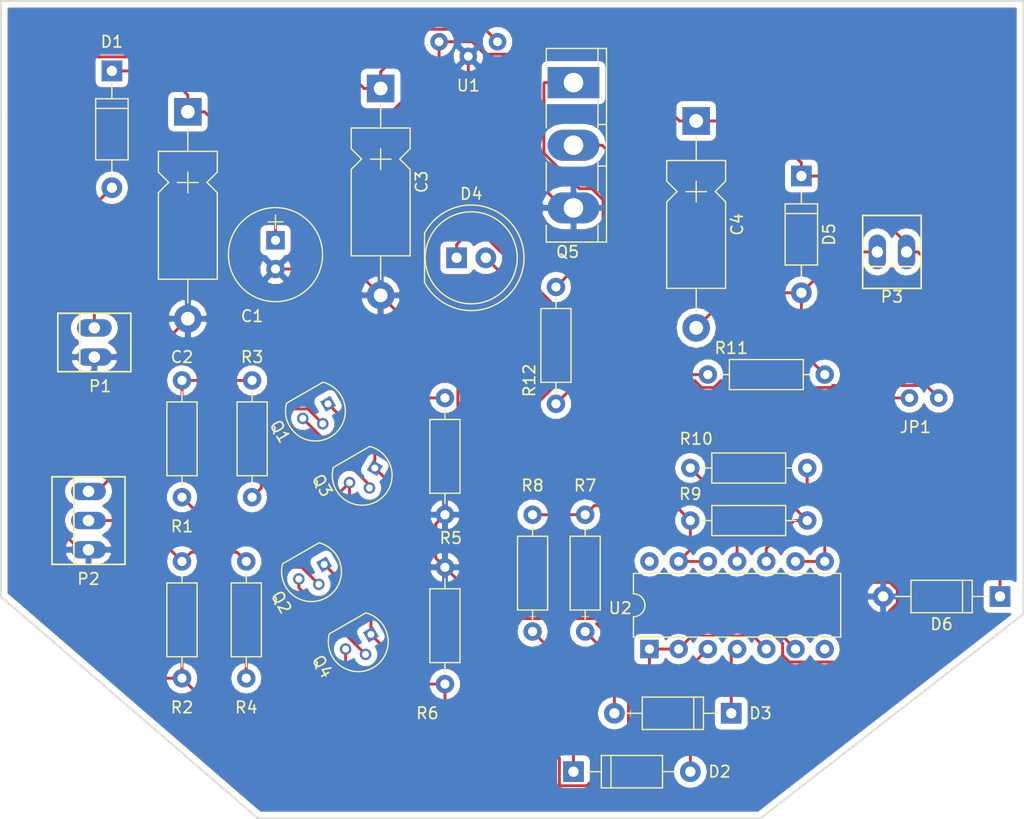
<source format=kicad_pcb>
(kicad_pcb (version 4) (host pcbnew 4.0.5)

  (general
    (links 59)
    (no_connects 0)
    (area 115.748999 78.156999 204.799001 149.427001)
    (thickness 1.6)
    (drawings 9)
    (tracks 209)
    (zones 0)
    (modules 33)
    (nets 27)
  )

  (page A4)
  (title_block
    (title "Final Project")
    (date 2017-06-09)
    (rev V1.0)
    (company "Ventspils University College")
    (comment 1 "Watering Pump Controller")
    (comment 2 "Duran KUBAŞ")
  )

  (layers
    (0 F.Cu signal)
    (31 B.Cu signal)
    (32 B.Adhes user)
    (33 F.Adhes user)
    (34 B.Paste user)
    (35 F.Paste user)
    (36 B.SilkS user)
    (37 F.SilkS user)
    (38 B.Mask user)
    (39 F.Mask user)
    (40 Dwgs.User user)
    (41 Cmts.User user)
    (42 Eco1.User user)
    (43 Eco2.User user)
    (44 Edge.Cuts user)
    (45 Margin user)
    (46 B.CrtYd user)
    (47 F.CrtYd user)
    (48 B.Fab user)
    (49 F.Fab user)
  )

  (setup
    (last_trace_width 0.25)
    (trace_clearance 0.2)
    (zone_clearance 0.508)
    (zone_45_only no)
    (trace_min 0.2)
    (segment_width 0.2)
    (edge_width 0.15)
    (via_size 0.6)
    (via_drill 0.4)
    (via_min_size 0.4)
    (via_min_drill 0.3)
    (uvia_size 0.3)
    (uvia_drill 0.1)
    (uvias_allowed no)
    (uvia_min_size 0.2)
    (uvia_min_drill 0.1)
    (pcb_text_width 0.3)
    (pcb_text_size 1.5 1.5)
    (mod_edge_width 0.15)
    (mod_text_size 1 1)
    (mod_text_width 0.15)
    (pad_size 3 3)
    (pad_drill 0)
    (pad_to_mask_clearance 0.2)
    (aux_axis_origin 0 0)
    (visible_elements 7FFFFFFF)
    (pcbplotparams
      (layerselection 0x010f0_80000001)
      (usegerberextensions false)
      (excludeedgelayer true)
      (linewidth 0.100000)
      (plotframeref false)
      (viasonmask false)
      (mode 1)
      (useauxorigin false)
      (hpglpennumber 1)
      (hpglpenspeed 20)
      (hpglpendiameter 15)
      (hpglpenoverlay 2)
      (psnegative false)
      (psa4output false)
      (plotreference true)
      (plotvalue false)
      (plotinvisibletext false)
      (padsonsilk false)
      (subtractmaskfromsilk false)
      (outputformat 1)
      (mirror false)
      (drillshape 0)
      (scaleselection 1)
      (outputdirectory ""))
  )

  (net 0 "")
  (net 1 "Net-(C1-Pad1)")
  (net 2 GND)
  (net 3 "Net-(C3-Pad1)")
  (net 4 "Net-(C4-Pad2)")
  (net 5 "Net-(D1-Pad2)")
  (net 6 "Net-(D2-Pad1)")
  (net 7 "Net-(D2-Pad2)")
  (net 8 "Net-(D3-Pad1)")
  (net 9 "Net-(D3-Pad2)")
  (net 10 "Net-(D4-Pad1)")
  (net 11 "Net-(D4-Pad2)")
  (net 12 "Net-(P2-Pad2)")
  (net 13 "Net-(P2-Pad3)")
  (net 14 "Net-(Q1-Pad2)")
  (net 15 "Net-(Q1-Pad3)")
  (net 16 "Net-(Q1-Pad1)")
  (net 17 "Net-(Q2-Pad2)")
  (net 18 "Net-(Q2-Pad3)")
  (net 19 "Net-(Q2-Pad1)")
  (net 20 "Net-(Q5-Pad1)")
  (net 21 "Net-(R7-Pad2)")
  (net 22 "Net-(R12-Pad1)")
  (net 23 "Net-(R10-Pad1)")
  (net 24 "Net-(R10-Pad2)")
  (net 25 VSS)
  (net 26 VDD)

  (net_class Default "This is the default net class."
    (clearance 0.2)
    (trace_width 0.25)
    (via_dia 0.6)
    (via_drill 0.4)
    (uvia_dia 0.3)
    (uvia_drill 0.1)
    (add_net GND)
    (add_net "Net-(C1-Pad1)")
    (add_net "Net-(C3-Pad1)")
    (add_net "Net-(C4-Pad2)")
    (add_net "Net-(D1-Pad2)")
    (add_net "Net-(D2-Pad1)")
    (add_net "Net-(D2-Pad2)")
    (add_net "Net-(D3-Pad1)")
    (add_net "Net-(D3-Pad2)")
    (add_net "Net-(D4-Pad1)")
    (add_net "Net-(D4-Pad2)")
    (add_net "Net-(P2-Pad2)")
    (add_net "Net-(P2-Pad3)")
    (add_net "Net-(Q1-Pad1)")
    (add_net "Net-(Q1-Pad2)")
    (add_net "Net-(Q1-Pad3)")
    (add_net "Net-(Q2-Pad1)")
    (add_net "Net-(Q2-Pad2)")
    (add_net "Net-(Q2-Pad3)")
    (add_net "Net-(Q5-Pad1)")
    (add_net "Net-(R10-Pad1)")
    (add_net "Net-(R10-Pad2)")
    (add_net "Net-(R12-Pad1)")
    (add_net "Net-(R7-Pad2)")
    (add_net VDD)
    (add_net VSS)
  )

  (module Capacitors_THT:CP_Axial_L11.0mm_D5.0mm_P18.00mm_Horizontal (layer F.Cu) (tedit 5920C254) (tstamp 5939B470)
    (at 132.08 87.884 270)
    (descr "CP, Axial series, Axial, Horizontal, pin pitch=18mm, , length*diameter=11*5mm^2, Electrolytic Capacitor")
    (tags "CP Axial series Axial Horizontal pin pitch 18mm  length 11mm diameter 5mm Electrolytic Capacitor")
    (path /593737A5)
    (fp_text reference C2 (at 21.336 0.508 360) (layer F.SilkS)
      (effects (font (size 1 1) (thickness 0.15)))
    )
    (fp_text value 100nF (at 9 3.56 270) (layer F.Fab)
      (effects (font (size 1 1) (thickness 0.15)))
    )
    (fp_text user %R (at 9 0 270) (layer F.Fab)
      (effects (font (size 1 1) (thickness 0.15)))
    )
    (fp_line (start 3.5 -2.5) (end 3.5 2.5) (layer F.Fab) (width 0.1))
    (fp_line (start 14.5 -2.5) (end 14.5 2.5) (layer F.Fab) (width 0.1))
    (fp_line (start 3.5 -2.5) (end 5.24 -2.5) (layer F.Fab) (width 0.1))
    (fp_line (start 5.24 -2.5) (end 6.14 -1.6) (layer F.Fab) (width 0.1))
    (fp_line (start 6.14 -1.6) (end 7.04 -2.5) (layer F.Fab) (width 0.1))
    (fp_line (start 7.04 -2.5) (end 14.5 -2.5) (layer F.Fab) (width 0.1))
    (fp_line (start 3.5 2.5) (end 5.24 2.5) (layer F.Fab) (width 0.1))
    (fp_line (start 5.24 2.5) (end 6.14 1.6) (layer F.Fab) (width 0.1))
    (fp_line (start 6.14 1.6) (end 7.04 2.5) (layer F.Fab) (width 0.1))
    (fp_line (start 7.04 2.5) (end 14.5 2.5) (layer F.Fab) (width 0.1))
    (fp_line (start 0 0) (end 3.5 0) (layer F.Fab) (width 0.1))
    (fp_line (start 18 0) (end 14.5 0) (layer F.Fab) (width 0.1))
    (fp_line (start 5.25 0) (end 7.05 0) (layer F.Fab) (width 0.1))
    (fp_line (start 6.15 -0.9) (end 6.15 0.9) (layer F.Fab) (width 0.1))
    (fp_line (start 5.25 0) (end 7.05 0) (layer F.SilkS) (width 0.12))
    (fp_line (start 6.15 -0.9) (end 6.15 0.9) (layer F.SilkS) (width 0.12))
    (fp_line (start 3.44 -2.56) (end 3.44 2.56) (layer F.SilkS) (width 0.12))
    (fp_line (start 14.56 -2.56) (end 14.56 2.56) (layer F.SilkS) (width 0.12))
    (fp_line (start 3.44 -2.56) (end 5.24 -2.56) (layer F.SilkS) (width 0.12))
    (fp_line (start 5.24 -2.56) (end 6.14 -1.66) (layer F.SilkS) (width 0.12))
    (fp_line (start 6.14 -1.66) (end 7.04 -2.56) (layer F.SilkS) (width 0.12))
    (fp_line (start 7.04 -2.56) (end 14.56 -2.56) (layer F.SilkS) (width 0.12))
    (fp_line (start 3.44 2.56) (end 5.24 2.56) (layer F.SilkS) (width 0.12))
    (fp_line (start 5.24 2.56) (end 6.14 1.66) (layer F.SilkS) (width 0.12))
    (fp_line (start 6.14 1.66) (end 7.04 2.56) (layer F.SilkS) (width 0.12))
    (fp_line (start 7.04 2.56) (end 14.56 2.56) (layer F.SilkS) (width 0.12))
    (fp_line (start 1.38 0) (end 3.44 0) (layer F.SilkS) (width 0.12))
    (fp_line (start 16.62 0) (end 14.56 0) (layer F.SilkS) (width 0.12))
    (fp_line (start -1.45 -2.85) (end -1.45 2.85) (layer F.CrtYd) (width 0.05))
    (fp_line (start -1.45 2.85) (end 19.45 2.85) (layer F.CrtYd) (width 0.05))
    (fp_line (start 19.45 2.85) (end 19.45 -2.85) (layer F.CrtYd) (width 0.05))
    (fp_line (start 19.45 -2.85) (end -1.45 -2.85) (layer F.CrtYd) (width 0.05))
    (pad 1 thru_hole rect (at 0 0 270) (size 2.4 2.4) (drill 1.2) (layers *.Cu *.Mask)
      (net 1 "Net-(C1-Pad1)"))
    (pad 2 thru_hole oval (at 18 0 270) (size 2.4 2.4) (drill 1.2) (layers *.Cu *.Mask)
      (net 2 GND))
    (model ${KISYS3DMOD}/Capacitors_THT.3dshapes/CP_Axial_L11.0mm_D5.0mm_P18.00mm_Horizontal.wrl
      (at (xyz 0 0 0))
      (scale (xyz 0.393701 0.393701 0.393701))
      (rotate (xyz 0 0 0))
    )
  )

  (module TO_SOT_Packages_THT:TO-92_Molded_Narrow (layer F.Cu) (tedit 58CE52AF) (tstamp 5939B587)
    (at 144.272 113.284 210)
    (descr "TO-92 leads molded, narrow, drill 0.6mm (see NXP sot054_po.pdf)")
    (tags "to-92 sc-43 sc-43a sot54 PA33 transistor")
    (path /59372A94)
    (fp_text reference Q1 (at 4.826 0 480) (layer F.SilkS)
      (effects (font (size 1 1) (thickness 0.15)))
    )
    (fp_text value BC557 (at 1.183705 3.029764 210) (layer F.Fab)
      (effects (font (size 1 1) (thickness 0.15)))
    )
    (fp_text user %R (at 4.826 0 300) (layer F.Fab)
      (effects (font (size 1 1) (thickness 0.15)))
    )
    (fp_line (start -0.53 1.85) (end 3.07 1.85) (layer F.SilkS) (width 0.12))
    (fp_line (start -0.5 1.75) (end 3 1.75) (layer F.Fab) (width 0.1))
    (fp_line (start -1.46 -2.73) (end 4 -2.73) (layer F.CrtYd) (width 0.05))
    (fp_line (start -1.46 -2.73) (end -1.46 2.01) (layer F.CrtYd) (width 0.05))
    (fp_line (start 4 2.01) (end 4 -2.73) (layer F.CrtYd) (width 0.05))
    (fp_line (start 4 2.01) (end -1.46 2.01) (layer F.CrtYd) (width 0.05))
    (fp_arc (start 1.27 0) (end 1.27 -2.48) (angle 135) (layer F.Fab) (width 0.1))
    (fp_arc (start 1.27 0) (end 1.27 -2.6) (angle -135) (layer F.SilkS) (width 0.12))
    (fp_arc (start 1.27 0) (end 1.27 -2.48) (angle -135) (layer F.Fab) (width 0.1))
    (fp_arc (start 1.27 0) (end 1.27 -2.6) (angle 135) (layer F.SilkS) (width 0.12))
    (pad 2 thru_hole circle (at 1.27 -1.27 300) (size 1 1) (drill 0.6) (layers *.Cu *.Mask)
      (net 14 "Net-(Q1-Pad2)"))
    (pad 3 thru_hole circle (at 2.54 0 300) (size 1 1) (drill 0.6) (layers *.Cu *.Mask)
      (net 15 "Net-(Q1-Pad3)"))
    (pad 1 thru_hole rect (at 0 0 300) (size 1 1) (drill 0.6) (layers *.Cu *.Mask)
      (net 16 "Net-(Q1-Pad1)"))
    (model ${KISYS3DMOD}/TO_SOT_Packages_THT.3dshapes/TO-92_Molded_Narrow.wrl
      (at (xyz 0.05 0 0))
      (scale (xyz 1 1 1))
      (rotate (xyz 0 0 -90))
    )
  )

  (module Capacitors_THT:CP_Radial_Tantal_D8.0mm_P2.50mm (layer F.Cu) (tedit 5920C257) (tstamp 5939B449)
    (at 139.7 99.06 270)
    (descr "CP, Radial_Tantal series, Radial, pin pitch=2.50mm, , diameter=8.0mm, Tantal Electrolytic Capacitor, http://cdn-reichelt.de/documents/datenblatt/B300/TANTAL-TB-Serie%23.pdf")
    (tags "CP Radial_Tantal series Radial pin pitch 2.50mm  diameter 8.0mm Tantal Electrolytic Capacitor")
    (path /59373976)
    (fp_text reference C1 (at 6.604 2.032 360) (layer F.SilkS)
      (effects (font (size 1 1) (thickness 0.15)))
    )
    (fp_text value 470uF (at 6.604 -2.032 360) (layer F.Fab)
      (effects (font (size 1 1) (thickness 0.15)))
    )
    (fp_text user %R (at 1.25 0 270) (layer F.Fab)
      (effects (font (size 1 1) (thickness 0.15)))
    )
    (fp_line (start -2.2 0) (end -1 0) (layer F.Fab) (width 0.1))
    (fp_line (start -1.6 -0.65) (end -1.6 0.65) (layer F.Fab) (width 0.1))
    (fp_line (start -2.2 0) (end -1 0) (layer F.SilkS) (width 0.12))
    (fp_line (start -1.6 -0.65) (end -1.6 0.65) (layer F.SilkS) (width 0.12))
    (fp_line (start -3.1 -4.35) (end -3.1 4.35) (layer F.CrtYd) (width 0.05))
    (fp_line (start -3.1 4.35) (end 5.6 4.35) (layer F.CrtYd) (width 0.05))
    (fp_line (start 5.6 4.35) (end 5.6 -4.35) (layer F.CrtYd) (width 0.05))
    (fp_line (start 5.6 -4.35) (end -3.1 -4.35) (layer F.CrtYd) (width 0.05))
    (fp_circle (center 1.25 0) (end 5.25 0) (layer F.Fab) (width 0.1))
    (fp_circle (center 1.25 0) (end 5.34 0) (layer F.SilkS) (width 0.12))
    (pad 1 thru_hole rect (at 0 0 270) (size 1.6 1.6) (drill 0.8) (layers *.Cu *.Mask)
      (net 1 "Net-(C1-Pad1)"))
    (pad 2 thru_hole circle (at 2.5 0 270) (size 1.6 1.6) (drill 0.8) (layers *.Cu *.Mask)
      (net 2 GND))
    (model ${KISYS3DMOD}/Capacitors_THT.3dshapes/CP_Radial_Tantal_D8.0mm_P2.50mm.wrl
      (at (xyz 0 0 0))
      (scale (xyz 0.393701 0.393701 0.393701))
      (rotate (xyz 0 0 0))
    )
  )

  (module Capacitors_THT:CP_Axial_L11.0mm_D5.0mm_P18.00mm_Horizontal (layer F.Cu) (tedit 5920C254) (tstamp 5939B4BE)
    (at 176.276 88.68 270)
    (descr "CP, Axial series, Axial, Horizontal, pin pitch=18mm, , length*diameter=11*5mm^2, Electrolytic Capacitor")
    (tags "CP Axial series Axial Horizontal pin pitch 18mm  length 11mm diameter 5mm Electrolytic Capacitor")
    (path /593738B9)
    (fp_text reference C4 (at 9 -3.56 270) (layer F.SilkS)
      (effects (font (size 1 1) (thickness 0.15)))
    )
    (fp_text value 100nF (at 9.872 3.556 270) (layer F.Fab)
      (effects (font (size 1 1) (thickness 0.15)))
    )
    (fp_text user %R (at 9 0 270) (layer F.Fab)
      (effects (font (size 1 1) (thickness 0.15)))
    )
    (fp_line (start 3.5 -2.5) (end 3.5 2.5) (layer F.Fab) (width 0.1))
    (fp_line (start 14.5 -2.5) (end 14.5 2.5) (layer F.Fab) (width 0.1))
    (fp_line (start 3.5 -2.5) (end 5.24 -2.5) (layer F.Fab) (width 0.1))
    (fp_line (start 5.24 -2.5) (end 6.14 -1.6) (layer F.Fab) (width 0.1))
    (fp_line (start 6.14 -1.6) (end 7.04 -2.5) (layer F.Fab) (width 0.1))
    (fp_line (start 7.04 -2.5) (end 14.5 -2.5) (layer F.Fab) (width 0.1))
    (fp_line (start 3.5 2.5) (end 5.24 2.5) (layer F.Fab) (width 0.1))
    (fp_line (start 5.24 2.5) (end 6.14 1.6) (layer F.Fab) (width 0.1))
    (fp_line (start 6.14 1.6) (end 7.04 2.5) (layer F.Fab) (width 0.1))
    (fp_line (start 7.04 2.5) (end 14.5 2.5) (layer F.Fab) (width 0.1))
    (fp_line (start 0 0) (end 3.5 0) (layer F.Fab) (width 0.1))
    (fp_line (start 18 0) (end 14.5 0) (layer F.Fab) (width 0.1))
    (fp_line (start 5.25 0) (end 7.05 0) (layer F.Fab) (width 0.1))
    (fp_line (start 6.15 -0.9) (end 6.15 0.9) (layer F.Fab) (width 0.1))
    (fp_line (start 5.25 0) (end 7.05 0) (layer F.SilkS) (width 0.12))
    (fp_line (start 6.15 -0.9) (end 6.15 0.9) (layer F.SilkS) (width 0.12))
    (fp_line (start 3.44 -2.56) (end 3.44 2.56) (layer F.SilkS) (width 0.12))
    (fp_line (start 14.56 -2.56) (end 14.56 2.56) (layer F.SilkS) (width 0.12))
    (fp_line (start 3.44 -2.56) (end 5.24 -2.56) (layer F.SilkS) (width 0.12))
    (fp_line (start 5.24 -2.56) (end 6.14 -1.66) (layer F.SilkS) (width 0.12))
    (fp_line (start 6.14 -1.66) (end 7.04 -2.56) (layer F.SilkS) (width 0.12))
    (fp_line (start 7.04 -2.56) (end 14.56 -2.56) (layer F.SilkS) (width 0.12))
    (fp_line (start 3.44 2.56) (end 5.24 2.56) (layer F.SilkS) (width 0.12))
    (fp_line (start 5.24 2.56) (end 6.14 1.66) (layer F.SilkS) (width 0.12))
    (fp_line (start 6.14 1.66) (end 7.04 2.56) (layer F.SilkS) (width 0.12))
    (fp_line (start 7.04 2.56) (end 14.56 2.56) (layer F.SilkS) (width 0.12))
    (fp_line (start 1.38 0) (end 3.44 0) (layer F.SilkS) (width 0.12))
    (fp_line (start 16.62 0) (end 14.56 0) (layer F.SilkS) (width 0.12))
    (fp_line (start -1.45 -2.85) (end -1.45 2.85) (layer F.CrtYd) (width 0.05))
    (fp_line (start -1.45 2.85) (end 19.45 2.85) (layer F.CrtYd) (width 0.05))
    (fp_line (start 19.45 2.85) (end 19.45 -2.85) (layer F.CrtYd) (width 0.05))
    (fp_line (start 19.45 -2.85) (end -1.45 -2.85) (layer F.CrtYd) (width 0.05))
    (pad 1 thru_hole rect (at 0 0 270) (size 2.4 2.4) (drill 1.2) (layers *.Cu *.Mask)
      (net 1 "Net-(C1-Pad1)"))
    (pad 2 thru_hole oval (at 18 0 270) (size 2.4 2.4) (drill 1.2) (layers *.Cu *.Mask)
      (net 4 "Net-(C4-Pad2)"))
    (model ${KISYS3DMOD}/Capacitors_THT.3dshapes/CP_Axial_L11.0mm_D5.0mm_P18.00mm_Horizontal.wrl
      (at (xyz 0 0 0))
      (scale (xyz 0.393701 0.393701 0.393701))
      (rotate (xyz 0 0 0))
    )
  )

  (module Diodes_THT:D_A-405_P10.16mm_Horizontal (layer F.Cu) (tedit 5921392E) (tstamp 5939B4D7)
    (at 125.476 84.328 270)
    (descr "D, A-405 series, Axial, Horizontal, pin pitch=10.16mm, , length*diameter=5.2*2.7mm^2, , http://www.diodes.com/_files/packages/A-405.pdf")
    (tags "D A-405 series Axial Horizontal pin pitch 10.16mm  length 5.2mm diameter 2.7mm")
    (path /593730EA)
    (fp_text reference D1 (at -2.54 0 360) (layer F.SilkS)
      (effects (font (size 1 1) (thickness 0.15)))
    )
    (fp_text value 1N4001 (at 5.08 2.41 270) (layer F.Fab)
      (effects (font (size 1 1) (thickness 0.15)))
    )
    (fp_text user %R (at 5.08 0 270) (layer F.Fab)
      (effects (font (size 1 1) (thickness 0.15)))
    )
    (fp_line (start 2.48 -1.35) (end 2.48 1.35) (layer F.Fab) (width 0.1))
    (fp_line (start 2.48 1.35) (end 7.68 1.35) (layer F.Fab) (width 0.1))
    (fp_line (start 7.68 1.35) (end 7.68 -1.35) (layer F.Fab) (width 0.1))
    (fp_line (start 7.68 -1.35) (end 2.48 -1.35) (layer F.Fab) (width 0.1))
    (fp_line (start 0 0) (end 2.48 0) (layer F.Fab) (width 0.1))
    (fp_line (start 10.16 0) (end 7.68 0) (layer F.Fab) (width 0.1))
    (fp_line (start 3.26 -1.35) (end 3.26 1.35) (layer F.Fab) (width 0.1))
    (fp_line (start 2.42 -1.41) (end 2.42 1.41) (layer F.SilkS) (width 0.12))
    (fp_line (start 2.42 1.41) (end 7.74 1.41) (layer F.SilkS) (width 0.12))
    (fp_line (start 7.74 1.41) (end 7.74 -1.41) (layer F.SilkS) (width 0.12))
    (fp_line (start 7.74 -1.41) (end 2.42 -1.41) (layer F.SilkS) (width 0.12))
    (fp_line (start 1.08 0) (end 2.42 0) (layer F.SilkS) (width 0.12))
    (fp_line (start 9.08 0) (end 7.74 0) (layer F.SilkS) (width 0.12))
    (fp_line (start 3.26 -1.41) (end 3.26 1.41) (layer F.SilkS) (width 0.12))
    (fp_line (start -1.15 -1.7) (end -1.15 1.7) (layer F.CrtYd) (width 0.05))
    (fp_line (start -1.15 1.7) (end 11.35 1.7) (layer F.CrtYd) (width 0.05))
    (fp_line (start 11.35 1.7) (end 11.35 -1.7) (layer F.CrtYd) (width 0.05))
    (fp_line (start 11.35 -1.7) (end -1.15 -1.7) (layer F.CrtYd) (width 0.05))
    (pad 1 thru_hole rect (at 0 0 270) (size 1.8 1.8) (drill 0.9) (layers *.Cu *.Mask)
      (net 1 "Net-(C1-Pad1)"))
    (pad 2 thru_hole oval (at 10.16 0 270) (size 1.8 1.8) (drill 0.9) (layers *.Cu *.Mask)
      (net 5 "Net-(D1-Pad2)"))
    (model ${KISYS3DMOD}/Diodes_THT.3dshapes/D_A-405_P10.16mm_Horizontal.wrl
      (at (xyz 0 0 0))
      (scale (xyz 0.393701 0.393701 0.393701))
      (rotate (xyz 0 0 0))
    )
  )

  (module Diodes_THT:D_A-405_P10.16mm_Horizontal (layer F.Cu) (tedit 5921392E) (tstamp 5939B4F0)
    (at 165.608 145.288)
    (descr "D, A-405 series, Axial, Horizontal, pin pitch=10.16mm, , length*diameter=5.2*2.7mm^2, , http://www.diodes.com/_files/packages/A-405.pdf")
    (tags "D A-405 series Axial Horizontal pin pitch 10.16mm  length 5.2mm diameter 2.7mm")
    (path /59372E45)
    (fp_text reference D2 (at 12.7 0) (layer F.SilkS)
      (effects (font (size 1 1) (thickness 0.15)))
    )
    (fp_text value 1N4001 (at 8.636 2.54) (layer F.Fab)
      (effects (font (size 1 1) (thickness 0.15)))
    )
    (fp_text user %R (at 6.096 0) (layer F.Fab)
      (effects (font (size 1 1) (thickness 0.15)))
    )
    (fp_line (start 2.48 -1.35) (end 2.48 1.35) (layer F.Fab) (width 0.1))
    (fp_line (start 2.48 1.35) (end 7.68 1.35) (layer F.Fab) (width 0.1))
    (fp_line (start 7.68 1.35) (end 7.68 -1.35) (layer F.Fab) (width 0.1))
    (fp_line (start 7.68 -1.35) (end 2.48 -1.35) (layer F.Fab) (width 0.1))
    (fp_line (start 0 0) (end 2.48 0) (layer F.Fab) (width 0.1))
    (fp_line (start 10.16 0) (end 7.68 0) (layer F.Fab) (width 0.1))
    (fp_line (start 3.26 -1.35) (end 3.26 1.35) (layer F.Fab) (width 0.1))
    (fp_line (start 2.42 -1.41) (end 2.42 1.41) (layer F.SilkS) (width 0.12))
    (fp_line (start 2.42 1.41) (end 7.74 1.41) (layer F.SilkS) (width 0.12))
    (fp_line (start 7.74 1.41) (end 7.74 -1.41) (layer F.SilkS) (width 0.12))
    (fp_line (start 7.74 -1.41) (end 2.42 -1.41) (layer F.SilkS) (width 0.12))
    (fp_line (start 1.08 0) (end 2.42 0) (layer F.SilkS) (width 0.12))
    (fp_line (start 9.08 0) (end 7.74 0) (layer F.SilkS) (width 0.12))
    (fp_line (start 3.26 -1.41) (end 3.26 1.41) (layer F.SilkS) (width 0.12))
    (fp_line (start -1.15 -1.7) (end -1.15 1.7) (layer F.CrtYd) (width 0.05))
    (fp_line (start -1.15 1.7) (end 11.35 1.7) (layer F.CrtYd) (width 0.05))
    (fp_line (start 11.35 1.7) (end 11.35 -1.7) (layer F.CrtYd) (width 0.05))
    (fp_line (start 11.35 -1.7) (end -1.15 -1.7) (layer F.CrtYd) (width 0.05))
    (pad 1 thru_hole rect (at 0 0) (size 1.8 1.8) (drill 0.9) (layers *.Cu *.Mask)
      (net 6 "Net-(D2-Pad1)"))
    (pad 2 thru_hole oval (at 10.16 0) (size 1.8 1.8) (drill 0.9) (layers *.Cu *.Mask)
      (net 7 "Net-(D2-Pad2)"))
    (model ${KISYS3DMOD}/Diodes_THT.3dshapes/D_A-405_P10.16mm_Horizontal.wrl
      (at (xyz 0 0 0))
      (scale (xyz 0.393701 0.393701 0.393701))
      (rotate (xyz 0 0 0))
    )
  )

  (module Diodes_THT:D_A-405_P10.16mm_Horizontal (layer F.Cu) (tedit 5921392E) (tstamp 5939B509)
    (at 179.324 140.208 180)
    (descr "D, A-405 series, Axial, Horizontal, pin pitch=10.16mm, , length*diameter=5.2*2.7mm^2, , http://www.diodes.com/_files/packages/A-405.pdf")
    (tags "D A-405 series Axial Horizontal pin pitch 10.16mm  length 5.2mm diameter 2.7mm")
    (path /59372EE0)
    (fp_text reference D3 (at -2.54 0 180) (layer F.SilkS)
      (effects (font (size 1 1) (thickness 0.15)))
    )
    (fp_text value 1N4001 (at 0 -2.54 180) (layer F.Fab)
      (effects (font (size 1 1) (thickness 0.15)))
    )
    (fp_text user %R (at 5.08 0 180) (layer F.Fab)
      (effects (font (size 1 1) (thickness 0.15)))
    )
    (fp_line (start 2.48 -1.35) (end 2.48 1.35) (layer F.Fab) (width 0.1))
    (fp_line (start 2.48 1.35) (end 7.68 1.35) (layer F.Fab) (width 0.1))
    (fp_line (start 7.68 1.35) (end 7.68 -1.35) (layer F.Fab) (width 0.1))
    (fp_line (start 7.68 -1.35) (end 2.48 -1.35) (layer F.Fab) (width 0.1))
    (fp_line (start 0 0) (end 2.48 0) (layer F.Fab) (width 0.1))
    (fp_line (start 10.16 0) (end 7.68 0) (layer F.Fab) (width 0.1))
    (fp_line (start 3.26 -1.35) (end 3.26 1.35) (layer F.Fab) (width 0.1))
    (fp_line (start 2.42 -1.41) (end 2.42 1.41) (layer F.SilkS) (width 0.12))
    (fp_line (start 2.42 1.41) (end 7.74 1.41) (layer F.SilkS) (width 0.12))
    (fp_line (start 7.74 1.41) (end 7.74 -1.41) (layer F.SilkS) (width 0.12))
    (fp_line (start 7.74 -1.41) (end 2.42 -1.41) (layer F.SilkS) (width 0.12))
    (fp_line (start 1.08 0) (end 2.42 0) (layer F.SilkS) (width 0.12))
    (fp_line (start 9.08 0) (end 7.74 0) (layer F.SilkS) (width 0.12))
    (fp_line (start 3.26 -1.41) (end 3.26 1.41) (layer F.SilkS) (width 0.12))
    (fp_line (start -1.15 -1.7) (end -1.15 1.7) (layer F.CrtYd) (width 0.05))
    (fp_line (start -1.15 1.7) (end 11.35 1.7) (layer F.CrtYd) (width 0.05))
    (fp_line (start 11.35 1.7) (end 11.35 -1.7) (layer F.CrtYd) (width 0.05))
    (fp_line (start 11.35 -1.7) (end -1.15 -1.7) (layer F.CrtYd) (width 0.05))
    (pad 1 thru_hole rect (at 0 0 180) (size 1.8 1.8) (drill 0.9) (layers *.Cu *.Mask)
      (net 8 "Net-(D3-Pad1)"))
    (pad 2 thru_hole oval (at 10.16 0 180) (size 1.8 1.8) (drill 0.9) (layers *.Cu *.Mask)
      (net 9 "Net-(D3-Pad2)"))
    (model ${KISYS3DMOD}/Diodes_THT.3dshapes/D_A-405_P10.16mm_Horizontal.wrl
      (at (xyz 0 0 0))
      (scale (xyz 0.393701 0.393701 0.393701))
      (rotate (xyz 0 0 0))
    )
  )

  (module LEDs:LED_D8.0mm (layer F.Cu) (tedit 587A3A7B) (tstamp 5939B51A)
    (at 155.448 100.584)
    (descr "LED, diameter 8.0mm, 2 pins, http://cdn-reichelt.de/documents/datenblatt/A500/LED8MMGE_LED8MMGN_LED8MMRT%23KIN.pdf")
    (tags "LED diameter 8.0mm 2 pins")
    (path /5937317F)
    (fp_text reference D4 (at 1.27 -5.56) (layer F.SilkS)
      (effects (font (size 1 1) (thickness 0.15)))
    )
    (fp_text value LED (at 1.27 5.56) (layer F.Fab)
      (effects (font (size 1 1) (thickness 0.15)))
    )
    (fp_arc (start 1.27 0) (end -2.73 -2.061553) (angle 305.5) (layer F.Fab) (width 0.1))
    (fp_arc (start 1.27 0) (end -2.79 -2.141145) (angle 152.2) (layer F.SilkS) (width 0.12))
    (fp_arc (start 1.27 0) (end -2.79 2.141145) (angle -152.2) (layer F.SilkS) (width 0.12))
    (fp_circle (center 1.27 0) (end 5.27 0) (layer F.Fab) (width 0.1))
    (fp_circle (center 1.27 0) (end 5.27 0) (layer F.SilkS) (width 0.12))
    (fp_line (start -2.73 -2.061553) (end -2.73 2.061553) (layer F.Fab) (width 0.1))
    (fp_line (start -2.79 -2.142) (end -2.79 2.142) (layer F.SilkS) (width 0.12))
    (fp_line (start -3.55 -4.85) (end -3.55 4.85) (layer F.CrtYd) (width 0.05))
    (fp_line (start -3.55 4.85) (end 6.1 4.85) (layer F.CrtYd) (width 0.05))
    (fp_line (start 6.1 4.85) (end 6.1 -4.85) (layer F.CrtYd) (width 0.05))
    (fp_line (start 6.1 -4.85) (end -3.55 -4.85) (layer F.CrtYd) (width 0.05))
    (pad 1 thru_hole rect (at 0 0) (size 1.8 1.8) (drill 0.9) (layers *.Cu *.Mask)
      (net 10 "Net-(D4-Pad1)"))
    (pad 2 thru_hole circle (at 2.54 0) (size 1.8 1.8) (drill 0.9) (layers *.Cu *.Mask)
      (net 11 "Net-(D4-Pad2)"))
    (model LEDs.3dshapes/LED_D8.0mm.wrl
      (at (xyz 0 0 0))
      (scale (xyz 0.393701 0.393701 0.393701))
      (rotate (xyz 0 0 0))
    )
  )

  (module Diodes_THT:D_A-405_P10.16mm_Horizontal (layer F.Cu) (tedit 5921392E) (tstamp 5939B533)
    (at 185.42 93.472 270)
    (descr "D, A-405 series, Axial, Horizontal, pin pitch=10.16mm, , length*diameter=5.2*2.7mm^2, , http://www.diodes.com/_files/packages/A-405.pdf")
    (tags "D A-405 series Axial Horizontal pin pitch 10.16mm  length 5.2mm diameter 2.7mm")
    (path /59373023)
    (fp_text reference D5 (at 5.08 -2.41 270) (layer F.SilkS)
      (effects (font (size 1 1) (thickness 0.15)))
    )
    (fp_text value 1N4001 (at 5.08 2.41 270) (layer F.Fab)
      (effects (font (size 1 1) (thickness 0.15)))
    )
    (fp_text user %R (at 5.08 0 270) (layer F.Fab)
      (effects (font (size 1 1) (thickness 0.15)))
    )
    (fp_line (start 2.48 -1.35) (end 2.48 1.35) (layer F.Fab) (width 0.1))
    (fp_line (start 2.48 1.35) (end 7.68 1.35) (layer F.Fab) (width 0.1))
    (fp_line (start 7.68 1.35) (end 7.68 -1.35) (layer F.Fab) (width 0.1))
    (fp_line (start 7.68 -1.35) (end 2.48 -1.35) (layer F.Fab) (width 0.1))
    (fp_line (start 0 0) (end 2.48 0) (layer F.Fab) (width 0.1))
    (fp_line (start 10.16 0) (end 7.68 0) (layer F.Fab) (width 0.1))
    (fp_line (start 3.26 -1.35) (end 3.26 1.35) (layer F.Fab) (width 0.1))
    (fp_line (start 2.42 -1.41) (end 2.42 1.41) (layer F.SilkS) (width 0.12))
    (fp_line (start 2.42 1.41) (end 7.74 1.41) (layer F.SilkS) (width 0.12))
    (fp_line (start 7.74 1.41) (end 7.74 -1.41) (layer F.SilkS) (width 0.12))
    (fp_line (start 7.74 -1.41) (end 2.42 -1.41) (layer F.SilkS) (width 0.12))
    (fp_line (start 1.08 0) (end 2.42 0) (layer F.SilkS) (width 0.12))
    (fp_line (start 9.08 0) (end 7.74 0) (layer F.SilkS) (width 0.12))
    (fp_line (start 3.26 -1.41) (end 3.26 1.41) (layer F.SilkS) (width 0.12))
    (fp_line (start -1.15 -1.7) (end -1.15 1.7) (layer F.CrtYd) (width 0.05))
    (fp_line (start -1.15 1.7) (end 11.35 1.7) (layer F.CrtYd) (width 0.05))
    (fp_line (start 11.35 1.7) (end 11.35 -1.7) (layer F.CrtYd) (width 0.05))
    (fp_line (start 11.35 -1.7) (end -1.15 -1.7) (layer F.CrtYd) (width 0.05))
    (pad 1 thru_hole rect (at 0 0 270) (size 1.8 1.8) (drill 0.9) (layers *.Cu *.Mask)
      (net 1 "Net-(C1-Pad1)"))
    (pad 2 thru_hole oval (at 10.16 0 270) (size 1.8 1.8) (drill 0.9) (layers *.Cu *.Mask)
      (net 4 "Net-(C4-Pad2)"))
    (model ${KISYS3DMOD}/Diodes_THT.3dshapes/D_A-405_P10.16mm_Horizontal.wrl
      (at (xyz 0 0 0))
      (scale (xyz 0.393701 0.393701 0.393701))
      (rotate (xyz 0 0 0))
    )
  )

  (module Diodes_THT:D_A-405_P10.16mm_Horizontal (layer F.Cu) (tedit 5921392E) (tstamp 5939B54C)
    (at 202.692 130.048 180)
    (descr "D, A-405 series, Axial, Horizontal, pin pitch=10.16mm, , length*diameter=5.2*2.7mm^2, , http://www.diodes.com/_files/packages/A-405.pdf")
    (tags "D A-405 series Axial Horizontal pin pitch 10.16mm  length 5.2mm diameter 2.7mm")
    (path /59372F96)
    (fp_text reference D6 (at 5.08 -2.41 180) (layer F.SilkS)
      (effects (font (size 1 1) (thickness 0.15)))
    )
    (fp_text value 1N4001 (at 5.08 2.41 180) (layer F.Fab)
      (effects (font (size 1 1) (thickness 0.15)))
    )
    (fp_text user %R (at 5.08 0 180) (layer F.Fab)
      (effects (font (size 1 1) (thickness 0.15)))
    )
    (fp_line (start 2.48 -1.35) (end 2.48 1.35) (layer F.Fab) (width 0.1))
    (fp_line (start 2.48 1.35) (end 7.68 1.35) (layer F.Fab) (width 0.1))
    (fp_line (start 7.68 1.35) (end 7.68 -1.35) (layer F.Fab) (width 0.1))
    (fp_line (start 7.68 -1.35) (end 2.48 -1.35) (layer F.Fab) (width 0.1))
    (fp_line (start 0 0) (end 2.48 0) (layer F.Fab) (width 0.1))
    (fp_line (start 10.16 0) (end 7.68 0) (layer F.Fab) (width 0.1))
    (fp_line (start 3.26 -1.35) (end 3.26 1.35) (layer F.Fab) (width 0.1))
    (fp_line (start 2.42 -1.41) (end 2.42 1.41) (layer F.SilkS) (width 0.12))
    (fp_line (start 2.42 1.41) (end 7.74 1.41) (layer F.SilkS) (width 0.12))
    (fp_line (start 7.74 1.41) (end 7.74 -1.41) (layer F.SilkS) (width 0.12))
    (fp_line (start 7.74 -1.41) (end 2.42 -1.41) (layer F.SilkS) (width 0.12))
    (fp_line (start 1.08 0) (end 2.42 0) (layer F.SilkS) (width 0.12))
    (fp_line (start 9.08 0) (end 7.74 0) (layer F.SilkS) (width 0.12))
    (fp_line (start 3.26 -1.41) (end 3.26 1.41) (layer F.SilkS) (width 0.12))
    (fp_line (start -1.15 -1.7) (end -1.15 1.7) (layer F.CrtYd) (width 0.05))
    (fp_line (start -1.15 1.7) (end 11.35 1.7) (layer F.CrtYd) (width 0.05))
    (fp_line (start 11.35 1.7) (end 11.35 -1.7) (layer F.CrtYd) (width 0.05))
    (fp_line (start 11.35 -1.7) (end -1.15 -1.7) (layer F.CrtYd) (width 0.05))
    (pad 1 thru_hole rect (at 0 0 180) (size 1.8 1.8) (drill 0.9) (layers *.Cu *.Mask)
      (net 1 "Net-(C1-Pad1)"))
    (pad 2 thru_hole oval (at 10.16 0 180) (size 1.8 1.8) (drill 0.9) (layers *.Cu *.Mask)
      (net 2 GND))
    (model ${KISYS3DMOD}/Diodes_THT.3dshapes/D_A-405_P10.16mm_Horizontal.wrl
      (at (xyz 0 0 0))
      (scale (xyz 0.393701 0.393701 0.393701))
      (rotate (xyz 0 0 0))
    )
  )

  (module Connectors:PINHEAD1-2 (layer F.Cu) (tedit 0) (tstamp 5939B55E)
    (at 123.952 107.95 90)
    (path /59375D3C)
    (attr virtual)
    (fp_text reference P1 (at -3.81 0.508 180) (layer F.SilkS)
      (effects (font (size 1 1) (thickness 0.15)))
    )
    (fp_text value POWER (at 0.254 -4.572 270) (layer F.Fab)
      (effects (font (size 1 1) (thickness 0.15)))
    )
    (fp_line (start 2.54 -1.27) (end -2.54 -1.27) (layer F.SilkS) (width 0.15))
    (fp_line (start 2.54 3.175) (end -2.54 3.175) (layer F.SilkS) (width 0.15))
    (fp_line (start -2.54 -3.175) (end 2.54 -3.175) (layer F.SilkS) (width 0.15))
    (fp_line (start -2.54 -3.175) (end -2.54 3.175) (layer F.SilkS) (width 0.15))
    (fp_line (start 2.54 -3.175) (end 2.54 3.175) (layer F.SilkS) (width 0.15))
    (pad 1 thru_hole oval (at -1.27 0 90) (size 1.50622 3.01498) (drill 0.99822) (layers *.Cu *.Mask)
      (net 2 GND))
    (pad 2 thru_hole oval (at 1.27 0 90) (size 1.50622 3.01498) (drill 0.99822) (layers *.Cu *.Mask)
      (net 5 "Net-(D1-Pad2)"))
  )

  (module Connectors:PINHEAD1-3 (layer F.Cu) (tedit 0) (tstamp 5939B56A)
    (at 123.444 123.444 90)
    (path /59375DC3)
    (attr virtual)
    (fp_text reference P2 (at -5.08 0 180) (layer F.SilkS)
      (effects (font (size 1 1) (thickness 0.15)))
    )
    (fp_text value SENSOR (at 0 -5.08 270) (layer F.Fab)
      (effects (font (size 1 1) (thickness 0.15)))
    )
    (fp_line (start -3.81 -3.175) (end -3.81 3.175) (layer F.SilkS) (width 0.15))
    (fp_line (start 3.81 -3.175) (end 3.81 3.175) (layer F.SilkS) (width 0.15))
    (fp_line (start 3.81 -1.27) (end -3.81 -1.27) (layer F.SilkS) (width 0.15))
    (fp_line (start -3.81 -3.175) (end 3.81 -3.175) (layer F.SilkS) (width 0.15))
    (fp_line (start 3.81 3.175) (end -3.81 3.175) (layer F.SilkS) (width 0.15))
    (pad 1 thru_hole oval (at -2.54 0 90) (size 1.50622 3.01498) (drill 0.99822) (layers *.Cu *.Mask)
      (net 2 GND))
    (pad 2 thru_hole oval (at 0 0 90) (size 1.50622 3.01498) (drill 0.99822) (layers *.Cu *.Mask)
      (net 12 "Net-(P2-Pad2)"))
    (pad 3 thru_hole oval (at 2.54 0 90) (size 1.50622 3.01498) (drill 0.99822) (layers *.Cu *.Mask)
      (net 13 "Net-(P2-Pad3)"))
  )

  (module Connectors:PINHEAD1-2 (layer F.Cu) (tedit 0) (tstamp 5939B575)
    (at 193.294 100.076 180)
    (path /59375ED5)
    (attr virtual)
    (fp_text reference P3 (at 0 -3.9 180) (layer F.SilkS)
      (effects (font (size 1 1) (thickness 0.15)))
    )
    (fp_text value PUMP (at -1.27 3.81 180) (layer F.Fab)
      (effects (font (size 1 1) (thickness 0.15)))
    )
    (fp_line (start 2.54 -1.27) (end -2.54 -1.27) (layer F.SilkS) (width 0.15))
    (fp_line (start 2.54 3.175) (end -2.54 3.175) (layer F.SilkS) (width 0.15))
    (fp_line (start -2.54 -3.175) (end 2.54 -3.175) (layer F.SilkS) (width 0.15))
    (fp_line (start -2.54 -3.175) (end -2.54 3.175) (layer F.SilkS) (width 0.15))
    (fp_line (start 2.54 -3.175) (end 2.54 3.175) (layer F.SilkS) (width 0.15))
    (pad 1 thru_hole oval (at -1.27 0 180) (size 1.50622 3.01498) (drill 0.99822) (layers *.Cu *.Mask)
      (net 1 "Net-(C1-Pad1)"))
    (pad 2 thru_hole oval (at 1.27 0 180) (size 1.50622 3.01498) (drill 0.99822) (layers *.Cu *.Mask)
      (net 4 "Net-(C4-Pad2)"))
  )

  (module TO_SOT_Packages_THT:TO-92_Molded_Narrow (layer F.Cu) (tedit 58CE52AF) (tstamp 5939B599)
    (at 143.931705 127.254 210)
    (descr "TO-92 leads molded, narrow, drill 0.6mm (see NXP sot054_po.pdf)")
    (tags "to-92 sc-43 sc-43a sot54 PA33 transistor")
    (path /59372B48)
    (fp_text reference Q2 (at 4.875823 -0.997763 300) (layer F.SilkS)
      (effects (font (size 1 1) (thickness 0.15)))
    )
    (fp_text value BC557 (at -1.995527 -0.272236 300) (layer F.Fab)
      (effects (font (size 1 1) (thickness 0.15)))
    )
    (fp_text user %R (at 4.875823 -0.997763 300) (layer F.Fab)
      (effects (font (size 1 1) (thickness 0.15)))
    )
    (fp_line (start -0.53 1.85) (end 3.07 1.85) (layer F.SilkS) (width 0.12))
    (fp_line (start -0.5 1.75) (end 3 1.75) (layer F.Fab) (width 0.1))
    (fp_line (start -1.46 -2.73) (end 4 -2.73) (layer F.CrtYd) (width 0.05))
    (fp_line (start -1.46 -2.73) (end -1.46 2.01) (layer F.CrtYd) (width 0.05))
    (fp_line (start 4 2.01) (end 4 -2.73) (layer F.CrtYd) (width 0.05))
    (fp_line (start 4 2.01) (end -1.46 2.01) (layer F.CrtYd) (width 0.05))
    (fp_arc (start 1.27 0) (end 1.27 -2.48) (angle 135) (layer F.Fab) (width 0.1))
    (fp_arc (start 1.27 0) (end 1.27 -2.6) (angle -135) (layer F.SilkS) (width 0.12))
    (fp_arc (start 1.27 0) (end 1.27 -2.48) (angle -135) (layer F.Fab) (width 0.1))
    (fp_arc (start 1.27 0) (end 1.27 -2.6) (angle 135) (layer F.SilkS) (width 0.12))
    (pad 2 thru_hole circle (at 1.27 -1.27 330) (size 1 1) (drill 0.6) (layers *.Cu *.Mask)
      (net 17 "Net-(Q2-Pad2)"))
    (pad 3 thru_hole circle (at 2.54 0 300) (size 1 1) (drill 0.6) (layers *.Cu *.Mask)
      (net 18 "Net-(Q2-Pad3)"))
    (pad 1 thru_hole rect (at 0 0 300) (size 1 1) (drill 0.6) (layers *.Cu *.Mask)
      (net 19 "Net-(Q2-Pad1)"))
    (model ${KISYS3DMOD}/TO_SOT_Packages_THT.3dshapes/TO-92_Molded_Narrow.wrl
      (at (xyz 0.05 0 0))
      (scale (xyz 1 1 1))
      (rotate (xyz 0 0 -90))
    )
  )

  (module TO_SOT_Packages_THT:TO-92_Molded_Narrow (layer F.Cu) (tedit 58CE52AF) (tstamp 5939B5AB)
    (at 148.336 118.872 210)
    (descr "TO-92 leads molded, narrow, drill 0.6mm (see NXP sot054_po.pdf)")
    (tags "to-92 sc-43 sc-43a sot54 PA33 transistor")
    (path /59372A37)
    (fp_text reference Q3 (at 4.721468 0.966177 480) (layer F.SilkS)
      (effects (font (size 1 1) (thickness 0.15)))
    )
    (fp_text value BC557 (at 2.032 -3.519527 210) (layer F.Fab)
      (effects (font (size 1 1) (thickness 0.15)))
    )
    (fp_text user %R (at 4.721468 0.966177 300) (layer F.Fab)
      (effects (font (size 1 1) (thickness 0.15)))
    )
    (fp_line (start -0.53 1.85) (end 3.07 1.85) (layer F.SilkS) (width 0.12))
    (fp_line (start -0.5 1.75) (end 3 1.75) (layer F.Fab) (width 0.1))
    (fp_line (start -1.46 -2.73) (end 4 -2.73) (layer F.CrtYd) (width 0.05))
    (fp_line (start -1.46 -2.73) (end -1.46 2.01) (layer F.CrtYd) (width 0.05))
    (fp_line (start 4 2.01) (end 4 -2.73) (layer F.CrtYd) (width 0.05))
    (fp_line (start 4 2.01) (end -1.46 2.01) (layer F.CrtYd) (width 0.05))
    (fp_arc (start 1.27 0) (end 1.27 -2.48) (angle 135) (layer F.Fab) (width 0.1))
    (fp_arc (start 1.27 0) (end 1.27 -2.6) (angle -135) (layer F.SilkS) (width 0.12))
    (fp_arc (start 1.27 0) (end 1.27 -2.48) (angle -135) (layer F.Fab) (width 0.1))
    (fp_arc (start 1.27 0) (end 1.27 -2.6) (angle 135) (layer F.SilkS) (width 0.12))
    (pad 2 thru_hole circle (at 1.27 -1.27 300) (size 1 1) (drill 0.6) (layers *.Cu *.Mask)
      (net 15 "Net-(Q1-Pad3)"))
    (pad 3 thru_hole circle (at 2.54 0 300) (size 1 1) (drill 0.6) (layers *.Cu *.Mask)
      (net 3 "Net-(C3-Pad1)"))
    (pad 1 thru_hole rect (at 0 0 330) (size 1 1) (drill 0.6) (layers *.Cu *.Mask)
      (net 16 "Net-(Q1-Pad1)"))
    (model ${KISYS3DMOD}/TO_SOT_Packages_THT.3dshapes/TO-92_Molded_Narrow.wrl
      (at (xyz 0.05 0 0))
      (scale (xyz 1 1 1))
      (rotate (xyz 0 0 -90))
    )
  )

  (module TO_SOT_Packages_THT:TO-92_Molded_Narrow (layer F.Cu) (tedit 58CE52AF) (tstamp 5939B5BD)
    (at 147.995705 133.35 210)
    (descr "TO-92 leads molded, narrow, drill 0.6mm (see NXP sot054_po.pdf)")
    (tags "to-92 sc-43 sc-43a sot54 PA33 transistor")
    (path /59372AE9)
    (fp_text reference Q4 (at 5.061764 -0.303822 300) (layer F.SilkS)
      (effects (font (size 1 1) (thickness 0.15)))
    )
    (fp_text value BC557 (at -1.995527 -0.272236 300) (layer F.Fab)
      (effects (font (size 1 1) (thickness 0.15)))
    )
    (fp_text user %R (at 5.061764 -0.303822 300) (layer F.Fab)
      (effects (font (size 1 1) (thickness 0.15)))
    )
    (fp_line (start -0.53 1.85) (end 3.07 1.85) (layer F.SilkS) (width 0.12))
    (fp_line (start -0.5 1.75) (end 3 1.75) (layer F.Fab) (width 0.1))
    (fp_line (start -1.46 -2.73) (end 4 -2.73) (layer F.CrtYd) (width 0.05))
    (fp_line (start -1.46 -2.73) (end -1.46 2.01) (layer F.CrtYd) (width 0.05))
    (fp_line (start 4 2.01) (end 4 -2.73) (layer F.CrtYd) (width 0.05))
    (fp_line (start 4 2.01) (end -1.46 2.01) (layer F.CrtYd) (width 0.05))
    (fp_arc (start 1.27 0) (end 1.27 -2.48) (angle 135) (layer F.Fab) (width 0.1))
    (fp_arc (start 1.27 0) (end 1.27 -2.6) (angle -135) (layer F.SilkS) (width 0.12))
    (fp_arc (start 1.27 0) (end 1.27 -2.48) (angle -135) (layer F.Fab) (width 0.1))
    (fp_arc (start 1.27 0) (end 1.27 -2.6) (angle 135) (layer F.SilkS) (width 0.12))
    (pad 2 thru_hole circle (at 1.27 -1.27) (size 1 1) (drill 0.6) (layers *.Cu *.Mask)
      (net 18 "Net-(Q2-Pad3)"))
    (pad 3 thru_hole circle (at 2.54 0 300) (size 1 1) (drill 0.6) (layers *.Cu *.Mask)
      (net 3 "Net-(C3-Pad1)"))
    (pad 1 thru_hole rect (at 0 0 300) (size 1 1) (drill 0.6) (layers *.Cu *.Mask)
      (net 19 "Net-(Q2-Pad1)"))
    (model ${KISYS3DMOD}/TO_SOT_Packages_THT.3dshapes/TO-92_Molded_Narrow.wrl
      (at (xyz 0.05 0 0))
      (scale (xyz 1 1 1))
      (rotate (xyz 0 0 -90))
    )
  )

  (module Resistors_THT:R_Axial_DIN0207_L6.3mm_D2.5mm_P10.16mm_Horizontal (layer F.Cu) (tedit 5874F706) (tstamp 5939B5ED)
    (at 131.572 121.412 90)
    (descr "Resistor, Axial_DIN0207 series, Axial, Horizontal, pin pitch=10.16mm, 0.25W = 1/4W, length*diameter=6.3*2.5mm^2, http://cdn-reichelt.de/documents/datenblatt/B400/1_4W%23YAG.pdf")
    (tags "Resistor Axial_DIN0207 series Axial Horizontal pin pitch 10.16mm 0.25W = 1/4W length 6.3mm diameter 2.5mm")
    (path /5937479F)
    (fp_text reference R1 (at -2.54 0 180) (layer F.SilkS)
      (effects (font (size 1 1) (thickness 0.15)))
    )
    (fp_text value 470k (at 5.08 2.31 90) (layer F.Fab)
      (effects (font (size 1 1) (thickness 0.15)))
    )
    (fp_line (start 1.93 -1.25) (end 1.93 1.25) (layer F.Fab) (width 0.1))
    (fp_line (start 1.93 1.25) (end 8.23 1.25) (layer F.Fab) (width 0.1))
    (fp_line (start 8.23 1.25) (end 8.23 -1.25) (layer F.Fab) (width 0.1))
    (fp_line (start 8.23 -1.25) (end 1.93 -1.25) (layer F.Fab) (width 0.1))
    (fp_line (start 0 0) (end 1.93 0) (layer F.Fab) (width 0.1))
    (fp_line (start 10.16 0) (end 8.23 0) (layer F.Fab) (width 0.1))
    (fp_line (start 1.87 -1.31) (end 1.87 1.31) (layer F.SilkS) (width 0.12))
    (fp_line (start 1.87 1.31) (end 8.29 1.31) (layer F.SilkS) (width 0.12))
    (fp_line (start 8.29 1.31) (end 8.29 -1.31) (layer F.SilkS) (width 0.12))
    (fp_line (start 8.29 -1.31) (end 1.87 -1.31) (layer F.SilkS) (width 0.12))
    (fp_line (start 0.98 0) (end 1.87 0) (layer F.SilkS) (width 0.12))
    (fp_line (start 9.18 0) (end 8.29 0) (layer F.SilkS) (width 0.12))
    (fp_line (start -1.05 -1.6) (end -1.05 1.6) (layer F.CrtYd) (width 0.05))
    (fp_line (start -1.05 1.6) (end 11.25 1.6) (layer F.CrtYd) (width 0.05))
    (fp_line (start 11.25 1.6) (end 11.25 -1.6) (layer F.CrtYd) (width 0.05))
    (fp_line (start 11.25 -1.6) (end -1.05 -1.6) (layer F.CrtYd) (width 0.05))
    (pad 1 thru_hole circle (at 0 0 90) (size 1.6 1.6) (drill 0.8) (layers *.Cu *.Mask)
      (net 3 "Net-(C3-Pad1)"))
    (pad 2 thru_hole oval (at 10.16 0 90) (size 1.6 1.6) (drill 0.8) (layers *.Cu *.Mask)
      (net 13 "Net-(P2-Pad3)"))
    (model Resistors_THT.3dshapes/R_Axial_DIN0207_L6.3mm_D2.5mm_P10.16mm_Horizontal.wrl
      (at (xyz 0 0 0))
      (scale (xyz 0.393701 0.393701 0.393701))
      (rotate (xyz 0 0 0))
    )
  )

  (module Resistors_THT:R_Axial_DIN0207_L6.3mm_D2.5mm_P10.16mm_Horizontal (layer F.Cu) (tedit 5874F706) (tstamp 5939B603)
    (at 131.572 137.16 90)
    (descr "Resistor, Axial_DIN0207 series, Axial, Horizontal, pin pitch=10.16mm, 0.25W = 1/4W, length*diameter=6.3*2.5mm^2, http://cdn-reichelt.de/documents/datenblatt/B400/1_4W%23YAG.pdf")
    (tags "Resistor Axial_DIN0207 series Axial Horizontal pin pitch 10.16mm 0.25W = 1/4W length 6.3mm diameter 2.5mm")
    (path /59374630)
    (fp_text reference R2 (at -2.54 0 180) (layer F.SilkS)
      (effects (font (size 1 1) (thickness 0.15)))
    )
    (fp_text value 470k (at 5.08 -2.54 90) (layer F.Fab)
      (effects (font (size 1 1) (thickness 0.15)))
    )
    (fp_line (start 1.93 -1.25) (end 1.93 1.25) (layer F.Fab) (width 0.1))
    (fp_line (start 1.93 1.25) (end 8.23 1.25) (layer F.Fab) (width 0.1))
    (fp_line (start 8.23 1.25) (end 8.23 -1.25) (layer F.Fab) (width 0.1))
    (fp_line (start 8.23 -1.25) (end 1.93 -1.25) (layer F.Fab) (width 0.1))
    (fp_line (start 0 0) (end 1.93 0) (layer F.Fab) (width 0.1))
    (fp_line (start 10.16 0) (end 8.23 0) (layer F.Fab) (width 0.1))
    (fp_line (start 1.87 -1.31) (end 1.87 1.31) (layer F.SilkS) (width 0.12))
    (fp_line (start 1.87 1.31) (end 8.29 1.31) (layer F.SilkS) (width 0.12))
    (fp_line (start 8.29 1.31) (end 8.29 -1.31) (layer F.SilkS) (width 0.12))
    (fp_line (start 8.29 -1.31) (end 1.87 -1.31) (layer F.SilkS) (width 0.12))
    (fp_line (start 0.98 0) (end 1.87 0) (layer F.SilkS) (width 0.12))
    (fp_line (start 9.18 0) (end 8.29 0) (layer F.SilkS) (width 0.12))
    (fp_line (start -1.05 -1.6) (end -1.05 1.6) (layer F.CrtYd) (width 0.05))
    (fp_line (start -1.05 1.6) (end 11.25 1.6) (layer F.CrtYd) (width 0.05))
    (fp_line (start 11.25 1.6) (end 11.25 -1.6) (layer F.CrtYd) (width 0.05))
    (fp_line (start 11.25 -1.6) (end -1.05 -1.6) (layer F.CrtYd) (width 0.05))
    (pad 1 thru_hole circle (at 0 0 90) (size 1.6 1.6) (drill 0.8) (layers *.Cu *.Mask)
      (net 3 "Net-(C3-Pad1)"))
    (pad 2 thru_hole oval (at 10.16 0 90) (size 1.6 1.6) (drill 0.8) (layers *.Cu *.Mask)
      (net 12 "Net-(P2-Pad2)"))
    (model Resistors_THT.3dshapes/R_Axial_DIN0207_L6.3mm_D2.5mm_P10.16mm_Horizontal.wrl
      (at (xyz 0 0 0))
      (scale (xyz 0.393701 0.393701 0.393701))
      (rotate (xyz 0 0 0))
    )
  )

  (module Resistors_THT:R_Axial_DIN0207_L6.3mm_D2.5mm_P10.16mm_Horizontal (layer F.Cu) (tedit 5874F706) (tstamp 5939B619)
    (at 137.668 111.252 270)
    (descr "Resistor, Axial_DIN0207 series, Axial, Horizontal, pin pitch=10.16mm, 0.25W = 1/4W, length*diameter=6.3*2.5mm^2, http://cdn-reichelt.de/documents/datenblatt/B400/1_4W%23YAG.pdf")
    (tags "Resistor Axial_DIN0207 series Axial Horizontal pin pitch 10.16mm 0.25W = 1/4W length 6.3mm diameter 2.5mm")
    (path /593746AD)
    (fp_text reference R3 (at -2.032 0 360) (layer F.SilkS)
      (effects (font (size 1 1) (thickness 0.15)))
    )
    (fp_text value 3k (at 5.08 2.31 270) (layer F.Fab)
      (effects (font (size 1 1) (thickness 0.15)))
    )
    (fp_line (start 1.93 -1.25) (end 1.93 1.25) (layer F.Fab) (width 0.1))
    (fp_line (start 1.93 1.25) (end 8.23 1.25) (layer F.Fab) (width 0.1))
    (fp_line (start 8.23 1.25) (end 8.23 -1.25) (layer F.Fab) (width 0.1))
    (fp_line (start 8.23 -1.25) (end 1.93 -1.25) (layer F.Fab) (width 0.1))
    (fp_line (start 0 0) (end 1.93 0) (layer F.Fab) (width 0.1))
    (fp_line (start 10.16 0) (end 8.23 0) (layer F.Fab) (width 0.1))
    (fp_line (start 1.87 -1.31) (end 1.87 1.31) (layer F.SilkS) (width 0.12))
    (fp_line (start 1.87 1.31) (end 8.29 1.31) (layer F.SilkS) (width 0.12))
    (fp_line (start 8.29 1.31) (end 8.29 -1.31) (layer F.SilkS) (width 0.12))
    (fp_line (start 8.29 -1.31) (end 1.87 -1.31) (layer F.SilkS) (width 0.12))
    (fp_line (start 0.98 0) (end 1.87 0) (layer F.SilkS) (width 0.12))
    (fp_line (start 9.18 0) (end 8.29 0) (layer F.SilkS) (width 0.12))
    (fp_line (start -1.05 -1.6) (end -1.05 1.6) (layer F.CrtYd) (width 0.05))
    (fp_line (start -1.05 1.6) (end 11.25 1.6) (layer F.CrtYd) (width 0.05))
    (fp_line (start 11.25 1.6) (end 11.25 -1.6) (layer F.CrtYd) (width 0.05))
    (fp_line (start 11.25 -1.6) (end -1.05 -1.6) (layer F.CrtYd) (width 0.05))
    (pad 1 thru_hole circle (at 0 0 270) (size 1.6 1.6) (drill 0.8) (layers *.Cu *.Mask)
      (net 13 "Net-(P2-Pad3)"))
    (pad 2 thru_hole oval (at 10.16 0 270) (size 1.6 1.6) (drill 0.8) (layers *.Cu *.Mask)
      (net 14 "Net-(Q1-Pad2)"))
    (model Resistors_THT.3dshapes/R_Axial_DIN0207_L6.3mm_D2.5mm_P10.16mm_Horizontal.wrl
      (at (xyz 0 0 0))
      (scale (xyz 0.393701 0.393701 0.393701))
      (rotate (xyz 0 0 0))
    )
  )

  (module Resistors_THT:R_Axial_DIN0207_L6.3mm_D2.5mm_P10.16mm_Horizontal (layer F.Cu) (tedit 5874F706) (tstamp 5939B62F)
    (at 137.16 127 270)
    (descr "Resistor, Axial_DIN0207 series, Axial, Horizontal, pin pitch=10.16mm, 0.25W = 1/4W, length*diameter=6.3*2.5mm^2, http://cdn-reichelt.de/documents/datenblatt/B400/1_4W%23YAG.pdf")
    (tags "Resistor Axial_DIN0207 series Axial Horizontal pin pitch 10.16mm 0.25W = 1/4W length 6.3mm diameter 2.5mm")
    (path /5937480C)
    (fp_text reference R4 (at 12.7 0 360) (layer F.SilkS)
      (effects (font (size 1 1) (thickness 0.15)))
    )
    (fp_text value 3k (at 6.096 2.31 270) (layer F.Fab)
      (effects (font (size 1 1) (thickness 0.15)))
    )
    (fp_line (start 1.93 -1.25) (end 1.93 1.25) (layer F.Fab) (width 0.1))
    (fp_line (start 1.93 1.25) (end 8.23 1.25) (layer F.Fab) (width 0.1))
    (fp_line (start 8.23 1.25) (end 8.23 -1.25) (layer F.Fab) (width 0.1))
    (fp_line (start 8.23 -1.25) (end 1.93 -1.25) (layer F.Fab) (width 0.1))
    (fp_line (start 0 0) (end 1.93 0) (layer F.Fab) (width 0.1))
    (fp_line (start 10.16 0) (end 8.23 0) (layer F.Fab) (width 0.1))
    (fp_line (start 1.87 -1.31) (end 1.87 1.31) (layer F.SilkS) (width 0.12))
    (fp_line (start 1.87 1.31) (end 8.29 1.31) (layer F.SilkS) (width 0.12))
    (fp_line (start 8.29 1.31) (end 8.29 -1.31) (layer F.SilkS) (width 0.12))
    (fp_line (start 8.29 -1.31) (end 1.87 -1.31) (layer F.SilkS) (width 0.12))
    (fp_line (start 0.98 0) (end 1.87 0) (layer F.SilkS) (width 0.12))
    (fp_line (start 9.18 0) (end 8.29 0) (layer F.SilkS) (width 0.12))
    (fp_line (start -1.05 -1.6) (end -1.05 1.6) (layer F.CrtYd) (width 0.05))
    (fp_line (start -1.05 1.6) (end 11.25 1.6) (layer F.CrtYd) (width 0.05))
    (fp_line (start 11.25 1.6) (end 11.25 -1.6) (layer F.CrtYd) (width 0.05))
    (fp_line (start 11.25 -1.6) (end -1.05 -1.6) (layer F.CrtYd) (width 0.05))
    (pad 1 thru_hole circle (at 0 0 270) (size 1.6 1.6) (drill 0.8) (layers *.Cu *.Mask)
      (net 12 "Net-(P2-Pad2)"))
    (pad 2 thru_hole oval (at 10.16 0 270) (size 1.6 1.6) (drill 0.8) (layers *.Cu *.Mask)
      (net 17 "Net-(Q2-Pad2)"))
    (model Resistors_THT.3dshapes/R_Axial_DIN0207_L6.3mm_D2.5mm_P10.16mm_Horizontal.wrl
      (at (xyz 0 0 0))
      (scale (xyz 0.393701 0.393701 0.393701))
      (rotate (xyz 0 0 0))
    )
  )

  (module Resistors_THT:R_Axial_DIN0207_L6.3mm_D2.5mm_P10.16mm_Horizontal (layer F.Cu) (tedit 5874F706) (tstamp 5939B645)
    (at 154.432 112.776 270)
    (descr "Resistor, Axial_DIN0207 series, Axial, Horizontal, pin pitch=10.16mm, 0.25W = 1/4W, length*diameter=6.3*2.5mm^2, http://cdn-reichelt.de/documents/datenblatt/B400/1_4W%23YAG.pdf")
    (tags "Resistor Axial_DIN0207 series Axial Horizontal pin pitch 10.16mm 0.25W = 1/4W length 6.3mm diameter 2.5mm")
    (path /59374599)
    (fp_text reference R5 (at 12.192 -0.508 360) (layer F.SilkS)
      (effects (font (size 1 1) (thickness 0.15)))
    )
    (fp_text value 470k (at 5.08 2.54 270) (layer F.Fab)
      (effects (font (size 1 1) (thickness 0.15)))
    )
    (fp_line (start 1.93 -1.25) (end 1.93 1.25) (layer F.Fab) (width 0.1))
    (fp_line (start 1.93 1.25) (end 8.23 1.25) (layer F.Fab) (width 0.1))
    (fp_line (start 8.23 1.25) (end 8.23 -1.25) (layer F.Fab) (width 0.1))
    (fp_line (start 8.23 -1.25) (end 1.93 -1.25) (layer F.Fab) (width 0.1))
    (fp_line (start 0 0) (end 1.93 0) (layer F.Fab) (width 0.1))
    (fp_line (start 10.16 0) (end 8.23 0) (layer F.Fab) (width 0.1))
    (fp_line (start 1.87 -1.31) (end 1.87 1.31) (layer F.SilkS) (width 0.12))
    (fp_line (start 1.87 1.31) (end 8.29 1.31) (layer F.SilkS) (width 0.12))
    (fp_line (start 8.29 1.31) (end 8.29 -1.31) (layer F.SilkS) (width 0.12))
    (fp_line (start 8.29 -1.31) (end 1.87 -1.31) (layer F.SilkS) (width 0.12))
    (fp_line (start 0.98 0) (end 1.87 0) (layer F.SilkS) (width 0.12))
    (fp_line (start 9.18 0) (end 8.29 0) (layer F.SilkS) (width 0.12))
    (fp_line (start -1.05 -1.6) (end -1.05 1.6) (layer F.CrtYd) (width 0.05))
    (fp_line (start -1.05 1.6) (end 11.25 1.6) (layer F.CrtYd) (width 0.05))
    (fp_line (start 11.25 1.6) (end 11.25 -1.6) (layer F.CrtYd) (width 0.05))
    (fp_line (start 11.25 -1.6) (end -1.05 -1.6) (layer F.CrtYd) (width 0.05))
    (pad 1 thru_hole circle (at 0 0 270) (size 1.6 1.6) (drill 0.8) (layers *.Cu *.Mask)
      (net 16 "Net-(Q1-Pad1)"))
    (pad 2 thru_hole oval (at 10.16 0 270) (size 1.6 1.6) (drill 0.8) (layers *.Cu *.Mask)
      (net 2 GND))
    (model Resistors_THT.3dshapes/R_Axial_DIN0207_L6.3mm_D2.5mm_P10.16mm_Horizontal.wrl
      (at (xyz 0 0 0))
      (scale (xyz 0.393701 0.393701 0.393701))
      (rotate (xyz 0 0 0))
    )
  )

  (module Resistors_THT:R_Axial_DIN0207_L6.3mm_D2.5mm_P10.16mm_Horizontal (layer F.Cu) (tedit 5874F706) (tstamp 5939B65B)
    (at 154.432 137.668 90)
    (descr "Resistor, Axial_DIN0207 series, Axial, Horizontal, pin pitch=10.16mm, 0.25W = 1/4W, length*diameter=6.3*2.5mm^2, http://cdn-reichelt.de/documents/datenblatt/B400/1_4W%23YAG.pdf")
    (tags "Resistor Axial_DIN0207 series Axial Horizontal pin pitch 10.16mm 0.25W = 1/4W length 6.3mm diameter 2.5mm")
    (path /5937472C)
    (fp_text reference R6 (at -2.54 -1.524 180) (layer F.SilkS)
      (effects (font (size 1 1) (thickness 0.15)))
    )
    (fp_text value 470k (at 3.556 2.54 90) (layer F.Fab)
      (effects (font (size 1 1) (thickness 0.15)))
    )
    (fp_line (start 1.93 -1.25) (end 1.93 1.25) (layer F.Fab) (width 0.1))
    (fp_line (start 1.93 1.25) (end 8.23 1.25) (layer F.Fab) (width 0.1))
    (fp_line (start 8.23 1.25) (end 8.23 -1.25) (layer F.Fab) (width 0.1))
    (fp_line (start 8.23 -1.25) (end 1.93 -1.25) (layer F.Fab) (width 0.1))
    (fp_line (start 0 0) (end 1.93 0) (layer F.Fab) (width 0.1))
    (fp_line (start 10.16 0) (end 8.23 0) (layer F.Fab) (width 0.1))
    (fp_line (start 1.87 -1.31) (end 1.87 1.31) (layer F.SilkS) (width 0.12))
    (fp_line (start 1.87 1.31) (end 8.29 1.31) (layer F.SilkS) (width 0.12))
    (fp_line (start 8.29 1.31) (end 8.29 -1.31) (layer F.SilkS) (width 0.12))
    (fp_line (start 8.29 -1.31) (end 1.87 -1.31) (layer F.SilkS) (width 0.12))
    (fp_line (start 0.98 0) (end 1.87 0) (layer F.SilkS) (width 0.12))
    (fp_line (start 9.18 0) (end 8.29 0) (layer F.SilkS) (width 0.12))
    (fp_line (start -1.05 -1.6) (end -1.05 1.6) (layer F.CrtYd) (width 0.05))
    (fp_line (start -1.05 1.6) (end 11.25 1.6) (layer F.CrtYd) (width 0.05))
    (fp_line (start 11.25 1.6) (end 11.25 -1.6) (layer F.CrtYd) (width 0.05))
    (fp_line (start 11.25 -1.6) (end -1.05 -1.6) (layer F.CrtYd) (width 0.05))
    (pad 1 thru_hole circle (at 0 0 90) (size 1.6 1.6) (drill 0.8) (layers *.Cu *.Mask)
      (net 19 "Net-(Q2-Pad1)"))
    (pad 2 thru_hole oval (at 10.16 0 90) (size 1.6 1.6) (drill 0.8) (layers *.Cu *.Mask)
      (net 2 GND))
    (model Resistors_THT.3dshapes/R_Axial_DIN0207_L6.3mm_D2.5mm_P10.16mm_Horizontal.wrl
      (at (xyz 0 0 0))
      (scale (xyz 0.393701 0.393701 0.393701))
      (rotate (xyz 0 0 0))
    )
  )

  (module Resistors_THT:R_Axial_DIN0207_L6.3mm_D2.5mm_P10.16mm_Horizontal (layer F.Cu) (tedit 5874F706) (tstamp 5939B671)
    (at 166.624 133.096 90)
    (descr "Resistor, Axial_DIN0207 series, Axial, Horizontal, pin pitch=10.16mm, 0.25W = 1/4W, length*diameter=6.3*2.5mm^2, http://cdn-reichelt.de/documents/datenblatt/B400/1_4W%23YAG.pdf")
    (tags "Resistor Axial_DIN0207 series Axial Horizontal pin pitch 10.16mm 0.25W = 1/4W length 6.3mm diameter 2.5mm")
    (path /59374366)
    (fp_text reference R7 (at 12.7 0 180) (layer F.SilkS)
      (effects (font (size 1 1) (thickness 0.15)))
    )
    (fp_text value 3k (at 5.08 2.31 90) (layer F.Fab)
      (effects (font (size 1 1) (thickness 0.15)))
    )
    (fp_line (start 1.93 -1.25) (end 1.93 1.25) (layer F.Fab) (width 0.1))
    (fp_line (start 1.93 1.25) (end 8.23 1.25) (layer F.Fab) (width 0.1))
    (fp_line (start 8.23 1.25) (end 8.23 -1.25) (layer F.Fab) (width 0.1))
    (fp_line (start 8.23 -1.25) (end 1.93 -1.25) (layer F.Fab) (width 0.1))
    (fp_line (start 0 0) (end 1.93 0) (layer F.Fab) (width 0.1))
    (fp_line (start 10.16 0) (end 8.23 0) (layer F.Fab) (width 0.1))
    (fp_line (start 1.87 -1.31) (end 1.87 1.31) (layer F.SilkS) (width 0.12))
    (fp_line (start 1.87 1.31) (end 8.29 1.31) (layer F.SilkS) (width 0.12))
    (fp_line (start 8.29 1.31) (end 8.29 -1.31) (layer F.SilkS) (width 0.12))
    (fp_line (start 8.29 -1.31) (end 1.87 -1.31) (layer F.SilkS) (width 0.12))
    (fp_line (start 0.98 0) (end 1.87 0) (layer F.SilkS) (width 0.12))
    (fp_line (start 9.18 0) (end 8.29 0) (layer F.SilkS) (width 0.12))
    (fp_line (start -1.05 -1.6) (end -1.05 1.6) (layer F.CrtYd) (width 0.05))
    (fp_line (start -1.05 1.6) (end 11.25 1.6) (layer F.CrtYd) (width 0.05))
    (fp_line (start 11.25 1.6) (end 11.25 -1.6) (layer F.CrtYd) (width 0.05))
    (fp_line (start 11.25 -1.6) (end -1.05 -1.6) (layer F.CrtYd) (width 0.05))
    (pad 1 thru_hole circle (at 0 0 90) (size 1.6 1.6) (drill 0.8) (layers *.Cu *.Mask)
      (net 9 "Net-(D3-Pad2)"))
    (pad 2 thru_hole oval (at 10.16 0 90) (size 1.6 1.6) (drill 0.8) (layers *.Cu *.Mask)
      (net 21 "Net-(R7-Pad2)"))
    (model Resistors_THT.3dshapes/R_Axial_DIN0207_L6.3mm_D2.5mm_P10.16mm_Horizontal.wrl
      (at (xyz 0 0 0))
      (scale (xyz 0.393701 0.393701 0.393701))
      (rotate (xyz 0 0 0))
    )
  )

  (module Resistors_THT:R_Axial_DIN0207_L6.3mm_D2.5mm_P10.16mm_Horizontal (layer F.Cu) (tedit 5874F706) (tstamp 5939B687)
    (at 162.052 122.936 270)
    (descr "Resistor, Axial_DIN0207 series, Axial, Horizontal, pin pitch=10.16mm, 0.25W = 1/4W, length*diameter=6.3*2.5mm^2, http://cdn-reichelt.de/documents/datenblatt/B400/1_4W%23YAG.pdf")
    (tags "Resistor Axial_DIN0207 series Axial Horizontal pin pitch 10.16mm 0.25W = 1/4W length 6.3mm diameter 2.5mm")
    (path /59374534)
    (fp_text reference R8 (at -2.54 0 360) (layer F.SilkS)
      (effects (font (size 1 1) (thickness 0.15)))
    )
    (fp_text value 3k (at 5.08 2.31 270) (layer F.Fab)
      (effects (font (size 1 1) (thickness 0.15)))
    )
    (fp_line (start 1.93 -1.25) (end 1.93 1.25) (layer F.Fab) (width 0.1))
    (fp_line (start 1.93 1.25) (end 8.23 1.25) (layer F.Fab) (width 0.1))
    (fp_line (start 8.23 1.25) (end 8.23 -1.25) (layer F.Fab) (width 0.1))
    (fp_line (start 8.23 -1.25) (end 1.93 -1.25) (layer F.Fab) (width 0.1))
    (fp_line (start 0 0) (end 1.93 0) (layer F.Fab) (width 0.1))
    (fp_line (start 10.16 0) (end 8.23 0) (layer F.Fab) (width 0.1))
    (fp_line (start 1.87 -1.31) (end 1.87 1.31) (layer F.SilkS) (width 0.12))
    (fp_line (start 1.87 1.31) (end 8.29 1.31) (layer F.SilkS) (width 0.12))
    (fp_line (start 8.29 1.31) (end 8.29 -1.31) (layer F.SilkS) (width 0.12))
    (fp_line (start 8.29 -1.31) (end 1.87 -1.31) (layer F.SilkS) (width 0.12))
    (fp_line (start 0.98 0) (end 1.87 0) (layer F.SilkS) (width 0.12))
    (fp_line (start 9.18 0) (end 8.29 0) (layer F.SilkS) (width 0.12))
    (fp_line (start -1.05 -1.6) (end -1.05 1.6) (layer F.CrtYd) (width 0.05))
    (fp_line (start -1.05 1.6) (end 11.25 1.6) (layer F.CrtYd) (width 0.05))
    (fp_line (start 11.25 1.6) (end 11.25 -1.6) (layer F.CrtYd) (width 0.05))
    (fp_line (start 11.25 -1.6) (end -1.05 -1.6) (layer F.CrtYd) (width 0.05))
    (pad 1 thru_hole circle (at 0 0 270) (size 1.6 1.6) (drill 0.8) (layers *.Cu *.Mask)
      (net 21 "Net-(R7-Pad2)"))
    (pad 2 thru_hole oval (at 10.16 0 270) (size 1.6 1.6) (drill 0.8) (layers *.Cu *.Mask)
      (net 6 "Net-(D2-Pad1)"))
    (model Resistors_THT.3dshapes/R_Axial_DIN0207_L6.3mm_D2.5mm_P10.16mm_Horizontal.wrl
      (at (xyz 0 0 0))
      (scale (xyz 0.393701 0.393701 0.393701))
      (rotate (xyz 0 0 0))
    )
  )

  (module Resistors_THT:R_Axial_DIN0207_L6.3mm_D2.5mm_P10.16mm_Horizontal (layer F.Cu) (tedit 5874F706) (tstamp 5939B69D)
    (at 175.768 123.444)
    (descr "Resistor, Axial_DIN0207 series, Axial, Horizontal, pin pitch=10.16mm, 0.25W = 1/4W, length*diameter=6.3*2.5mm^2, http://cdn-reichelt.de/documents/datenblatt/B400/1_4W%23YAG.pdf")
    (tags "Resistor Axial_DIN0207 series Axial Horizontal pin pitch 10.16mm 0.25W = 1/4W length 6.3mm diameter 2.5mm")
    (path /59374430)
    (fp_text reference R9 (at 0 -2.31) (layer F.SilkS)
      (effects (font (size 1 1) (thickness 0.15)))
    )
    (fp_text value 10k (at 5.588 -2.032) (layer F.Fab)
      (effects (font (size 1 1) (thickness 0.15)))
    )
    (fp_line (start 1.93 -1.25) (end 1.93 1.25) (layer F.Fab) (width 0.1))
    (fp_line (start 1.93 1.25) (end 8.23 1.25) (layer F.Fab) (width 0.1))
    (fp_line (start 8.23 1.25) (end 8.23 -1.25) (layer F.Fab) (width 0.1))
    (fp_line (start 8.23 -1.25) (end 1.93 -1.25) (layer F.Fab) (width 0.1))
    (fp_line (start 0 0) (end 1.93 0) (layer F.Fab) (width 0.1))
    (fp_line (start 10.16 0) (end 8.23 0) (layer F.Fab) (width 0.1))
    (fp_line (start 1.87 -1.31) (end 1.87 1.31) (layer F.SilkS) (width 0.12))
    (fp_line (start 1.87 1.31) (end 8.29 1.31) (layer F.SilkS) (width 0.12))
    (fp_line (start 8.29 1.31) (end 8.29 -1.31) (layer F.SilkS) (width 0.12))
    (fp_line (start 8.29 -1.31) (end 1.87 -1.31) (layer F.SilkS) (width 0.12))
    (fp_line (start 0.98 0) (end 1.87 0) (layer F.SilkS) (width 0.12))
    (fp_line (start 9.18 0) (end 8.29 0) (layer F.SilkS) (width 0.12))
    (fp_line (start -1.05 -1.6) (end -1.05 1.6) (layer F.CrtYd) (width 0.05))
    (fp_line (start -1.05 1.6) (end 11.25 1.6) (layer F.CrtYd) (width 0.05))
    (fp_line (start 11.25 1.6) (end 11.25 -1.6) (layer F.CrtYd) (width 0.05))
    (fp_line (start 11.25 -1.6) (end -1.05 -1.6) (layer F.CrtYd) (width 0.05))
    (pad 1 thru_hole circle (at 0 0) (size 1.6 1.6) (drill 0.8) (layers *.Cu *.Mask)
      (net 21 "Net-(R7-Pad2)"))
    (pad 2 thru_hole oval (at 10.16 0) (size 1.6 1.6) (drill 0.8) (layers *.Cu *.Mask)
      (net 22 "Net-(R12-Pad1)"))
    (model Resistors_THT.3dshapes/R_Axial_DIN0207_L6.3mm_D2.5mm_P10.16mm_Horizontal.wrl
      (at (xyz 0 0 0))
      (scale (xyz 0.393701 0.393701 0.393701))
      (rotate (xyz 0 0 0))
    )
  )

  (module Resistors_THT:R_Axial_DIN0207_L6.3mm_D2.5mm_P10.16mm_Horizontal (layer F.Cu) (tedit 5874F706) (tstamp 5939B6B3)
    (at 185.928 118.872 180)
    (descr "Resistor, Axial_DIN0207 series, Axial, Horizontal, pin pitch=10.16mm, 0.25W = 1/4W, length*diameter=6.3*2.5mm^2, http://cdn-reichelt.de/documents/datenblatt/B400/1_4W%23YAG.pdf")
    (tags "Resistor Axial_DIN0207 series Axial Horizontal pin pitch 10.16mm 0.25W = 1/4W length 6.3mm diameter 2.5mm")
    (path /593744CB)
    (fp_text reference R10 (at 9.652 2.54 180) (layer F.SilkS)
      (effects (font (size 1 1) (thickness 0.15)))
    )
    (fp_text value 10k (at 4.572 2.31 180) (layer F.Fab)
      (effects (font (size 1 1) (thickness 0.15)))
    )
    (fp_line (start 1.93 -1.25) (end 1.93 1.25) (layer F.Fab) (width 0.1))
    (fp_line (start 1.93 1.25) (end 8.23 1.25) (layer F.Fab) (width 0.1))
    (fp_line (start 8.23 1.25) (end 8.23 -1.25) (layer F.Fab) (width 0.1))
    (fp_line (start 8.23 -1.25) (end 1.93 -1.25) (layer F.Fab) (width 0.1))
    (fp_line (start 0 0) (end 1.93 0) (layer F.Fab) (width 0.1))
    (fp_line (start 10.16 0) (end 8.23 0) (layer F.Fab) (width 0.1))
    (fp_line (start 1.87 -1.31) (end 1.87 1.31) (layer F.SilkS) (width 0.12))
    (fp_line (start 1.87 1.31) (end 8.29 1.31) (layer F.SilkS) (width 0.12))
    (fp_line (start 8.29 1.31) (end 8.29 -1.31) (layer F.SilkS) (width 0.12))
    (fp_line (start 8.29 -1.31) (end 1.87 -1.31) (layer F.SilkS) (width 0.12))
    (fp_line (start 0.98 0) (end 1.87 0) (layer F.SilkS) (width 0.12))
    (fp_line (start 9.18 0) (end 8.29 0) (layer F.SilkS) (width 0.12))
    (fp_line (start -1.05 -1.6) (end -1.05 1.6) (layer F.CrtYd) (width 0.05))
    (fp_line (start -1.05 1.6) (end 11.25 1.6) (layer F.CrtYd) (width 0.05))
    (fp_line (start 11.25 1.6) (end 11.25 -1.6) (layer F.CrtYd) (width 0.05))
    (fp_line (start 11.25 -1.6) (end -1.05 -1.6) (layer F.CrtYd) (width 0.05))
    (pad 1 thru_hole circle (at 0 0 180) (size 1.6 1.6) (drill 0.8) (layers *.Cu *.Mask)
      (net 23 "Net-(R10-Pad1)"))
    (pad 2 thru_hole oval (at 10.16 0 180) (size 1.6 1.6) (drill 0.8) (layers *.Cu *.Mask)
      (net 24 "Net-(R10-Pad2)"))
    (model Resistors_THT.3dshapes/R_Axial_DIN0207_L6.3mm_D2.5mm_P10.16mm_Horizontal.wrl
      (at (xyz 0 0 0))
      (scale (xyz 0.393701 0.393701 0.393701))
      (rotate (xyz 0 0 0))
    )
  )

  (module Resistors_THT:R_Axial_DIN0207_L6.3mm_D2.5mm_P10.16mm_Horizontal (layer F.Cu) (tedit 5874F706) (tstamp 5939B6C9)
    (at 177.292 110.744)
    (descr "Resistor, Axial_DIN0207 series, Axial, Horizontal, pin pitch=10.16mm, 0.25W = 1/4W, length*diameter=6.3*2.5mm^2, http://cdn-reichelt.de/documents/datenblatt/B400/1_4W%23YAG.pdf")
    (tags "Resistor Axial_DIN0207 series Axial Horizontal pin pitch 10.16mm 0.25W = 1/4W length 6.3mm diameter 2.5mm")
    (path /59373ABC)
    (fp_text reference R11 (at 2.032 -2.31) (layer F.SilkS)
      (effects (font (size 1 1) (thickness 0.15)))
    )
    (fp_text value 560 (at 5.08 3.048) (layer F.Fab)
      (effects (font (size 1 1) (thickness 0.15)))
    )
    (fp_line (start 1.93 -1.25) (end 1.93 1.25) (layer F.Fab) (width 0.1))
    (fp_line (start 1.93 1.25) (end 8.23 1.25) (layer F.Fab) (width 0.1))
    (fp_line (start 8.23 1.25) (end 8.23 -1.25) (layer F.Fab) (width 0.1))
    (fp_line (start 8.23 -1.25) (end 1.93 -1.25) (layer F.Fab) (width 0.1))
    (fp_line (start 0 0) (end 1.93 0) (layer F.Fab) (width 0.1))
    (fp_line (start 10.16 0) (end 8.23 0) (layer F.Fab) (width 0.1))
    (fp_line (start 1.87 -1.31) (end 1.87 1.31) (layer F.SilkS) (width 0.12))
    (fp_line (start 1.87 1.31) (end 8.29 1.31) (layer F.SilkS) (width 0.12))
    (fp_line (start 8.29 1.31) (end 8.29 -1.31) (layer F.SilkS) (width 0.12))
    (fp_line (start 8.29 -1.31) (end 1.87 -1.31) (layer F.SilkS) (width 0.12))
    (fp_line (start 0.98 0) (end 1.87 0) (layer F.SilkS) (width 0.12))
    (fp_line (start 9.18 0) (end 8.29 0) (layer F.SilkS) (width 0.12))
    (fp_line (start -1.05 -1.6) (end -1.05 1.6) (layer F.CrtYd) (width 0.05))
    (fp_line (start -1.05 1.6) (end 11.25 1.6) (layer F.CrtYd) (width 0.05))
    (fp_line (start 11.25 1.6) (end 11.25 -1.6) (layer F.CrtYd) (width 0.05))
    (fp_line (start 11.25 -1.6) (end -1.05 -1.6) (layer F.CrtYd) (width 0.05))
    (pad 1 thru_hole circle (at 0 0) (size 1.6 1.6) (drill 0.8) (layers *.Cu *.Mask)
      (net 10 "Net-(D4-Pad1)"))
    (pad 2 thru_hole oval (at 10.16 0) (size 1.6 1.6) (drill 0.8) (layers *.Cu *.Mask)
      (net 4 "Net-(C4-Pad2)"))
    (model Resistors_THT.3dshapes/R_Axial_DIN0207_L6.3mm_D2.5mm_P10.16mm_Horizontal.wrl
      (at (xyz 0 0 0))
      (scale (xyz 0.393701 0.393701 0.393701))
      (rotate (xyz 0 0 0))
    )
  )

  (module Resistors_THT:R_Axial_DIN0207_L6.3mm_D2.5mm_P10.16mm_Horizontal (layer F.Cu) (tedit 5874F706) (tstamp 5939B6DF)
    (at 164.084 113.284 90)
    (descr "Resistor, Axial_DIN0207 series, Axial, Horizontal, pin pitch=10.16mm, 0.25W = 1/4W, length*diameter=6.3*2.5mm^2, http://cdn-reichelt.de/documents/datenblatt/B400/1_4W%23YAG.pdf")
    (tags "Resistor Axial_DIN0207 series Axial Horizontal pin pitch 10.16mm 0.25W = 1/4W length 6.3mm diameter 2.5mm")
    (path /59373B79)
    (fp_text reference R12 (at 2.032 -2.31 90) (layer F.SilkS)
      (effects (font (size 1 1) (thickness 0.15)))
    )
    (fp_text value 10k (at 6.096 -2.032 90) (layer F.Fab)
      (effects (font (size 1 1) (thickness 0.15)))
    )
    (fp_line (start 1.93 -1.25) (end 1.93 1.25) (layer F.Fab) (width 0.1))
    (fp_line (start 1.93 1.25) (end 8.23 1.25) (layer F.Fab) (width 0.1))
    (fp_line (start 8.23 1.25) (end 8.23 -1.25) (layer F.Fab) (width 0.1))
    (fp_line (start 8.23 -1.25) (end 1.93 -1.25) (layer F.Fab) (width 0.1))
    (fp_line (start 0 0) (end 1.93 0) (layer F.Fab) (width 0.1))
    (fp_line (start 10.16 0) (end 8.23 0) (layer F.Fab) (width 0.1))
    (fp_line (start 1.87 -1.31) (end 1.87 1.31) (layer F.SilkS) (width 0.12))
    (fp_line (start 1.87 1.31) (end 8.29 1.31) (layer F.SilkS) (width 0.12))
    (fp_line (start 8.29 1.31) (end 8.29 -1.31) (layer F.SilkS) (width 0.12))
    (fp_line (start 8.29 -1.31) (end 1.87 -1.31) (layer F.SilkS) (width 0.12))
    (fp_line (start 0.98 0) (end 1.87 0) (layer F.SilkS) (width 0.12))
    (fp_line (start 9.18 0) (end 8.29 0) (layer F.SilkS) (width 0.12))
    (fp_line (start -1.05 -1.6) (end -1.05 1.6) (layer F.CrtYd) (width 0.05))
    (fp_line (start -1.05 1.6) (end 11.25 1.6) (layer F.CrtYd) (width 0.05))
    (fp_line (start 11.25 1.6) (end 11.25 -1.6) (layer F.CrtYd) (width 0.05))
    (fp_line (start 11.25 -1.6) (end -1.05 -1.6) (layer F.CrtYd) (width 0.05))
    (pad 1 thru_hole circle (at 0 0 90) (size 1.6 1.6) (drill 0.8) (layers *.Cu *.Mask)
      (net 22 "Net-(R12-Pad1)"))
    (pad 2 thru_hole oval (at 10.16 0 90) (size 1.6 1.6) (drill 0.8) (layers *.Cu *.Mask)
      (net 20 "Net-(Q5-Pad1)"))
    (model Resistors_THT.3dshapes/R_Axial_DIN0207_L6.3mm_D2.5mm_P10.16mm_Horizontal.wrl
      (at (xyz 0 0 0))
      (scale (xyz 0.393701 0.393701 0.393701))
      (rotate (xyz 0 0 0))
    )
  )

  (module Housings_DIP:DIP-14_W7.62mm (layer F.Cu) (tedit 58CC8E2C) (tstamp 5939B709)
    (at 172.212 134.62 90)
    (descr "14-lead dip package, row spacing 7.62 mm (300 mils)")
    (tags "DIL DIP PDIP 2.54mm 7.62mm 300mil")
    (path /59372BA1)
    (fp_text reference U2 (at 3.556 -2.54 180) (layer F.SilkS)
      (effects (font (size 1 1) (thickness 0.15)))
    )
    (fp_text value 4011 (at 2.54 17.63 90) (layer F.Fab)
      (effects (font (size 1 1) (thickness 0.15)))
    )
    (fp_text user %R (at 3.556 7.62 90) (layer F.Fab)
      (effects (font (size 1 1) (thickness 0.15)))
    )
    (fp_line (start 1.635 -1.27) (end 6.985 -1.27) (layer F.Fab) (width 0.1))
    (fp_line (start 6.985 -1.27) (end 6.985 16.51) (layer F.Fab) (width 0.1))
    (fp_line (start 6.985 16.51) (end 0.635 16.51) (layer F.Fab) (width 0.1))
    (fp_line (start 0.635 16.51) (end 0.635 -0.27) (layer F.Fab) (width 0.1))
    (fp_line (start 0.635 -0.27) (end 1.635 -1.27) (layer F.Fab) (width 0.1))
    (fp_line (start 2.81 -1.39) (end 1.04 -1.39) (layer F.SilkS) (width 0.12))
    (fp_line (start 1.04 -1.39) (end 1.04 16.63) (layer F.SilkS) (width 0.12))
    (fp_line (start 1.04 16.63) (end 6.58 16.63) (layer F.SilkS) (width 0.12))
    (fp_line (start 6.58 16.63) (end 6.58 -1.39) (layer F.SilkS) (width 0.12))
    (fp_line (start 6.58 -1.39) (end 4.81 -1.39) (layer F.SilkS) (width 0.12))
    (fp_line (start -1.1 -1.6) (end -1.1 16.8) (layer F.CrtYd) (width 0.05))
    (fp_line (start -1.1 16.8) (end 8.7 16.8) (layer F.CrtYd) (width 0.05))
    (fp_line (start 8.7 16.8) (end 8.7 -1.6) (layer F.CrtYd) (width 0.05))
    (fp_line (start 8.7 -1.6) (end -1.1 -1.6) (layer F.CrtYd) (width 0.05))
    (fp_arc (start 3.81 -1.39) (end 2.81 -1.39) (angle -180) (layer F.SilkS) (width 0.12))
    (pad 1 thru_hole rect (at 0 0 90) (size 1.6 1.6) (drill 0.8) (layers *.Cu *.Mask)
      (net 19 "Net-(Q2-Pad1)"))
    (pad 8 thru_hole oval (at 7.62 15.24 90) (size 1.6 1.6) (drill 0.8) (layers *.Cu *.Mask)
      (net 23 "Net-(R10-Pad1)"))
    (pad 2 thru_hole oval (at 0 2.54 90) (size 1.6 1.6) (drill 0.8) (layers *.Cu *.Mask)
      (net 19 "Net-(Q2-Pad1)"))
    (pad 9 thru_hole oval (at 7.62 12.7 90) (size 1.6 1.6) (drill 0.8) (layers *.Cu *.Mask)
      (net 23 "Net-(R10-Pad1)"))
    (pad 3 thru_hole oval (at 0 5.08 90) (size 1.6 1.6) (drill 0.8) (layers *.Cu *.Mask)
      (net 7 "Net-(D2-Pad2)"))
    (pad 10 thru_hole oval (at 7.62 10.16 90) (size 1.6 1.6) (drill 0.8) (layers *.Cu *.Mask)
      (net 22 "Net-(R12-Pad1)"))
    (pad 4 thru_hole oval (at 0 7.62 90) (size 1.6 1.6) (drill 0.8) (layers *.Cu *.Mask)
      (net 8 "Net-(D3-Pad1)"))
    (pad 11 thru_hole oval (at 7.62 7.62 90) (size 1.6 1.6) (drill 0.8) (layers *.Cu *.Mask)
      (net 24 "Net-(R10-Pad2)"))
    (pad 5 thru_hole oval (at 0 10.16 90) (size 1.6 1.6) (drill 0.8) (layers *.Cu *.Mask)
      (net 19 "Net-(Q2-Pad1)"))
    (pad 12 thru_hole oval (at 7.62 5.08 90) (size 1.6 1.6) (drill 0.8) (layers *.Cu *.Mask)
      (net 21 "Net-(R7-Pad2)"))
    (pad 6 thru_hole oval (at 0 12.7 90) (size 1.6 1.6) (drill 0.8) (layers *.Cu *.Mask)
      (net 16 "Net-(Q1-Pad1)"))
    (pad 13 thru_hole oval (at 7.62 2.54 90) (size 1.6 1.6) (drill 0.8) (layers *.Cu *.Mask)
      (net 21 "Net-(R7-Pad2)"))
    (pad 7 thru_hole oval (at 0 15.24 90) (size 1.6 1.6) (drill 0.8) (layers *.Cu *.Mask)
      (net 25 VSS))
    (pad 14 thru_hole oval (at 7.62 0 90) (size 1.6 1.6) (drill 0.8) (layers *.Cu *.Mask)
      (net 26 VDD))
    (model ${KISYS3DMOD}/Housings_DIP.3dshapes/DIP-14_W7.62mm.wrl
      (at (xyz 0 0 0))
      (scale (xyz 1 1 1))
      (rotate (xyz 0 0 0))
    )
  )

  (module Capacitors_THT:CP_Axial_L11.0mm_D5.0mm_P18.00mm_Horizontal (layer F.Cu) (tedit 5920C254) (tstamp 593AC320)
    (at 148.844 85.852 270)
    (descr "CP, Axial series, Axial, Horizontal, pin pitch=18mm, , length*diameter=11*5mm^2, Electrolytic Capacitor")
    (tags "CP Axial series Axial Horizontal pin pitch 18mm  length 11mm diameter 5mm Electrolytic Capacitor")
    (path /5937381E)
    (fp_text reference C3 (at 8.128 -3.556 270) (layer F.SilkS)
      (effects (font (size 1 1) (thickness 0.15)))
    )
    (fp_text value 100nF (at 10.16 3.56 270) (layer F.Fab)
      (effects (font (size 1 1) (thickness 0.15)))
    )
    (fp_text user %R (at 9 0 270) (layer F.Fab)
      (effects (font (size 1 1) (thickness 0.15)))
    )
    (fp_line (start 3.5 -2.5) (end 3.5 2.5) (layer F.Fab) (width 0.1))
    (fp_line (start 14.5 -2.5) (end 14.5 2.5) (layer F.Fab) (width 0.1))
    (fp_line (start 3.5 -2.5) (end 5.24 -2.5) (layer F.Fab) (width 0.1))
    (fp_line (start 5.24 -2.5) (end 6.14 -1.6) (layer F.Fab) (width 0.1))
    (fp_line (start 6.14 -1.6) (end 7.04 -2.5) (layer F.Fab) (width 0.1))
    (fp_line (start 7.04 -2.5) (end 14.5 -2.5) (layer F.Fab) (width 0.1))
    (fp_line (start 3.5 2.5) (end 5.24 2.5) (layer F.Fab) (width 0.1))
    (fp_line (start 5.24 2.5) (end 6.14 1.6) (layer F.Fab) (width 0.1))
    (fp_line (start 6.14 1.6) (end 7.04 2.5) (layer F.Fab) (width 0.1))
    (fp_line (start 7.04 2.5) (end 14.5 2.5) (layer F.Fab) (width 0.1))
    (fp_line (start 0 0) (end 3.5 0) (layer F.Fab) (width 0.1))
    (fp_line (start 18 0) (end 14.5 0) (layer F.Fab) (width 0.1))
    (fp_line (start 5.25 0) (end 7.05 0) (layer F.Fab) (width 0.1))
    (fp_line (start 6.15 -0.9) (end 6.15 0.9) (layer F.Fab) (width 0.1))
    (fp_line (start 5.25 0) (end 7.05 0) (layer F.SilkS) (width 0.12))
    (fp_line (start 6.15 -0.9) (end 6.15 0.9) (layer F.SilkS) (width 0.12))
    (fp_line (start 3.44 -2.56) (end 3.44 2.56) (layer F.SilkS) (width 0.12))
    (fp_line (start 14.56 -2.56) (end 14.56 2.56) (layer F.SilkS) (width 0.12))
    (fp_line (start 3.44 -2.56) (end 5.24 -2.56) (layer F.SilkS) (width 0.12))
    (fp_line (start 5.24 -2.56) (end 6.14 -1.66) (layer F.SilkS) (width 0.12))
    (fp_line (start 6.14 -1.66) (end 7.04 -2.56) (layer F.SilkS) (width 0.12))
    (fp_line (start 7.04 -2.56) (end 14.56 -2.56) (layer F.SilkS) (width 0.12))
    (fp_line (start 3.44 2.56) (end 5.24 2.56) (layer F.SilkS) (width 0.12))
    (fp_line (start 5.24 2.56) (end 6.14 1.66) (layer F.SilkS) (width 0.12))
    (fp_line (start 6.14 1.66) (end 7.04 2.56) (layer F.SilkS) (width 0.12))
    (fp_line (start 7.04 2.56) (end 14.56 2.56) (layer F.SilkS) (width 0.12))
    (fp_line (start 1.38 0) (end 3.44 0) (layer F.SilkS) (width 0.12))
    (fp_line (start 16.62 0) (end 14.56 0) (layer F.SilkS) (width 0.12))
    (fp_line (start -1.45 -2.85) (end -1.45 2.85) (layer F.CrtYd) (width 0.05))
    (fp_line (start -1.45 2.85) (end 19.45 2.85) (layer F.CrtYd) (width 0.05))
    (fp_line (start 19.45 2.85) (end 19.45 -2.85) (layer F.CrtYd) (width 0.05))
    (fp_line (start 19.45 -2.85) (end -1.45 -2.85) (layer F.CrtYd) (width 0.05))
    (pad 1 thru_hole rect (at 0 0 270) (size 2.4 2.4) (drill 1.2) (layers *.Cu *.Mask)
      (net 3 "Net-(C3-Pad1)"))
    (pad 2 thru_hole oval (at 18 0 270) (size 2.4 2.4) (drill 1.2) (layers *.Cu *.Mask)
      (net 2 GND))
    (model ${KISYS3DMOD}/Capacitors_THT.3dshapes/CP_Axial_L11.0mm_D5.0mm_P18.00mm_Horizontal.wrl
      (at (xyz 0 0 0))
      (scale (xyz 0.393701 0.393701 0.393701))
      (rotate (xyz 0 0 0))
    )
  )

  (module JP-X:JP-X (layer F.Cu) (tedit 593AD890) (tstamp 5939B553)
    (at 196.088 112.776)
    (path /59385B04)
    (fp_text reference JP1 (at -0.762 2.54) (layer F.SilkS)
      (effects (font (size 1 1) (thickness 0.15)))
    )
    (fp_text value "LED ON/OFF" (at 0 -2.54) (layer F.Fab)
      (effects (font (size 1 1) (thickness 0.15)))
    )
    (pad 1 thru_hole circle (at -1.27 0) (size 1.524 1.524) (drill 0.762) (layers *.Cu *.Mask)
      (net 3 "Net-(C3-Pad1)"))
    (pad 2 thru_hole circle (at 1.27 0) (size 1.524 1.524) (drill 0.762) (layers *.Cu *.Mask)
      (net 11 "Net-(D4-Pad2)"))
  )

  (module TO_SOT_Packages_THT:TO-280_Vertical (layer F.Cu) (tedit 58CE52AE) (tstamp 5939B5D7)
    (at 165.608 85.344 270)
    (descr "TO-280, Vertical, RM 5.45mm")
    (tags "TO-280 Vertical RM 5.45mm")
    (path /59372DD3)
    (fp_text reference Q5 (at 14.732 0.508 360) (layer F.SilkS)
      (effects (font (size 1 1) (thickness 0.15)))
    )
    (fp_text value TIP120 (at -4.064 0 360) (layer F.Fab)
      (effects (font (size 1 1) (thickness 0.15)))
    )
    (fp_text user %R (at 14.732 0.508 360) (layer F.Fab)
      (effects (font (size 1 1) (thickness 0.15)))
    )
    (fp_line (start -2.85 -2.75) (end -2.85 2.25) (layer F.Fab) (width 0.1))
    (fp_line (start -2.85 2.25) (end 13.75 2.25) (layer F.Fab) (width 0.1))
    (fp_line (start 13.75 2.25) (end 13.75 -2.75) (layer F.Fab) (width 0.1))
    (fp_line (start 13.75 -2.75) (end -2.85 -2.75) (layer F.Fab) (width 0.1))
    (fp_line (start -2.85 -2.25) (end 13.75 -2.25) (layer F.Fab) (width 0.1))
    (fp_line (start 3.645 -2.75) (end 3.645 -2.25) (layer F.Fab) (width 0.1))
    (fp_line (start 7.255 -2.75) (end 7.255 -2.25) (layer F.Fab) (width 0.1))
    (fp_line (start -2.971 -2.87) (end 13.87 -2.87) (layer F.SilkS) (width 0.12))
    (fp_line (start -2.971 2.37) (end -1.5 2.37) (layer F.SilkS) (width 0.12))
    (fp_line (start 1.5 2.37) (end 3.95 2.37) (layer F.SilkS) (width 0.12))
    (fp_line (start 6.95 2.37) (end 9.4 2.37) (layer F.SilkS) (width 0.12))
    (fp_line (start 12.4 2.37) (end 13.87 2.37) (layer F.SilkS) (width 0.12))
    (fp_line (start -2.971 -2.87) (end -2.971 2.37) (layer F.SilkS) (width 0.12))
    (fp_line (start 13.87 -2.87) (end 13.87 2.37) (layer F.SilkS) (width 0.12))
    (fp_line (start -2.971 -2.13) (end -1.5 -2.13) (layer F.SilkS) (width 0.12))
    (fp_line (start 1.5 -2.13) (end 3.95 -2.13) (layer F.SilkS) (width 0.12))
    (fp_line (start 6.95 -2.13) (end 9.4 -2.13) (layer F.SilkS) (width 0.12))
    (fp_line (start 12.4 -2.13) (end 13.87 -2.13) (layer F.SilkS) (width 0.12))
    (fp_line (start 3.646 -2.87) (end 3.646 -2.13) (layer F.SilkS) (width 0.12))
    (fp_line (start 7.255 -2.87) (end 7.255 -2.13) (layer F.SilkS) (width 0.12))
    (fp_line (start -3.11 -3) (end -3.11 2.5) (layer F.CrtYd) (width 0.05))
    (fp_line (start -3.11 2.5) (end 14 2.5) (layer F.CrtYd) (width 0.05))
    (fp_line (start 14 2.5) (end 14 -3) (layer F.CrtYd) (width 0.05))
    (fp_line (start 14 -3) (end -3.11 -3) (layer F.CrtYd) (width 0.05))
    (pad 1 thru_hole rect (at 0 0 270) (size 2.7 4.5) (drill 1.7) (layers *.Cu *.Mask)
      (net 20 "Net-(Q5-Pad1)"))
    (pad 2 thru_hole oval (at 5.45 0 270) (size 2.7 4.5) (drill 1.7) (layers *.Cu *.Mask)
      (net 4 "Net-(C4-Pad2)"))
    (pad 3 thru_hole oval (at 10.9 0 270) (size 2.7 4.5) (drill 1.7) (layers *.Cu *.Mask)
      (net 2 GND))
    (model ${KISYS3DMOD}/TO_SOT_Packages_THT.3dshapes/TO-280_Vertical.wrl
      (at (xyz 0 0 0))
      (scale (xyz 0.393701 0.393701 0.393701))
      (rotate (xyz 0 0 0))
    )
  )

  (module 78XX:78XXX (layer F.Cu) (tedit 593AF49B) (tstamp 5939B6E7)
    (at 156.464 81.788)
    (path /59373A21)
    (fp_text reference U1 (at 0 3.81) (layer F.SilkS)
      (effects (font (size 1 1) (thickness 0.15)))
    )
    (fp_text value 7805 (at 0 -2.54) (layer F.Fab)
      (effects (font (size 1 1) (thickness 0.15)))
    )
    (pad VI thru_hole circle (at -2.54 0) (size 1.524 1.524) (drill 0.762) (layers *.Cu *.Mask)
      (net 1 "Net-(C1-Pad1)"))
    (pad GND thru_hole circle (at 0 1.27) (size 1.524 1.524) (drill 0.762) (layers *.Cu *.Mask)
      (net 2 GND))
    (pad VO thru_hole circle (at 2.54 0) (size 1.524 1.524) (drill 0.762) (layers *.Cu *.Mask)
      (net 3 "Net-(C3-Pad1)"))
  )

  (gr_line (start 115.824 78.232) (end 115.824 88.392) (layer Edge.Cuts) (width 0.15))
  (gr_line (start 204.724 78.232) (end 115.824 78.232) (layer Edge.Cuts) (width 0.15))
  (gr_line (start 204.724 96.52) (end 204.724 78.232) (layer Edge.Cuts) (width 0.15))
  (gr_line (start 204.724 107.188) (end 204.724 96.52) (layer Edge.Cuts) (width 0.15))
  (gr_line (start 204.724 131.572) (end 204.724 107.188) (layer Edge.Cuts) (width 0.15))
  (gr_line (start 115.824 130.048) (end 115.824 88.392) (layer Edge.Cuts) (width 0.15))
  (gr_line (start 181.864 149.352) (end 204.724 131.572) (layer Edge.Cuts) (width 0.15))
  (gr_line (start 138.176 149.352) (end 181.864 149.352) (layer Edge.Cuts) (width 0.15))
  (gr_line (start 115.824 130.048) (end 138.176 149.352) (layer Edge.Cuts) (width 0.15))

  (segment (start 176.276 88.68) (end 174.826 88.68) (width 0.25) (layer F.Cu) (net 1))
  (segment (start 174.826 88.68) (end 169.021001 82.875001) (width 0.25) (layer F.Cu) (net 1))
  (segment (start 169.021001 82.875001) (end 157.889763 82.875001) (width 0.25) (layer F.Cu) (net 1))
  (segment (start 157.889763 82.875001) (end 156.802762 81.788) (width 0.25) (layer F.Cu) (net 1))
  (segment (start 155.00163 81.788) (end 153.924 81.788) (width 0.25) (layer F.Cu) (net 1))
  (segment (start 156.802762 81.788) (end 155.00163 81.788) (width 0.25) (layer F.Cu) (net 1))
  (segment (start 153.924 81.788) (end 153.924 83.757002) (width 0.25) (layer F.Cu) (net 1))
  (segment (start 153.924 83.757002) (end 143.627002 94.054) (width 0.25) (layer F.Cu) (net 1))
  (segment (start 143.627002 94.054) (end 139.7 94.054) (width 0.25) (layer F.Cu) (net 1))
  (segment (start 185.42 93.472) (end 188.71438 93.472) (width 0.25) (layer F.Cu) (net 1))
  (segment (start 188.71438 93.472) (end 194.564 99.32162) (width 0.25) (layer F.Cu) (net 1))
  (segment (start 194.564 99.32162) (end 194.564 100.076) (width 0.25) (layer F.Cu) (net 1))
  (segment (start 202.692 130.048) (end 202.692 107.20089) (width 0.25) (layer F.Cu) (net 1))
  (segment (start 195.56711 100.076) (end 194.564 100.076) (width 0.25) (layer F.Cu) (net 1))
  (segment (start 202.692 107.20089) (end 195.56711 100.076) (width 0.25) (layer F.Cu) (net 1))
  (segment (start 185.42 93.472) (end 185.42 92.322) (width 0.25) (layer F.Cu) (net 1))
  (segment (start 185.42 92.322) (end 181.778 88.68) (width 0.25) (layer F.Cu) (net 1))
  (segment (start 181.778 88.68) (end 177.726 88.68) (width 0.25) (layer F.Cu) (net 1))
  (segment (start 177.726 88.68) (end 176.276 88.68) (width 0.25) (layer F.Cu) (net 1))
  (segment (start 132.08 87.884) (end 133.53 87.884) (width 0.25) (layer F.Cu) (net 1))
  (segment (start 139.7 98.01) (end 139.7 99.06) (width 0.25) (layer F.Cu) (net 1))
  (segment (start 133.53 87.884) (end 139.7 94.054) (width 0.25) (layer F.Cu) (net 1))
  (segment (start 139.7 94.054) (end 139.7 98.01) (width 0.25) (layer F.Cu) (net 1))
  (segment (start 125.476 84.328) (end 129.974 84.328) (width 0.25) (layer F.Cu) (net 1))
  (segment (start 129.974 84.328) (end 132.08 86.434) (width 0.25) (layer F.Cu) (net 1))
  (segment (start 132.08 86.434) (end 132.08 87.884) (width 0.25) (layer F.Cu) (net 1))
  (segment (start 146.552 97.796) (end 156.348 88) (width 0.25) (layer F.Cu) (net 2))
  (segment (start 156.348 88) (end 156.464 88) (width 0.25) (layer F.Cu) (net 2))
  (segment (start 146.552 101.56) (end 146.552 97.796) (width 0.25) (layer F.Cu) (net 2))
  (segment (start 156.464 83.058) (end 156.464 88) (width 0.25) (layer F.Cu) (net 2))
  (segment (start 156.464 88) (end 164.708 96.244) (width 0.25) (layer F.Cu) (net 2))
  (segment (start 164.708 96.244) (end 165.608 96.244) (width 0.25) (layer F.Cu) (net 2))
  (segment (start 154.432 127.508) (end 156.972 130.048) (width 0.25) (layer F.Cu) (net 2))
  (segment (start 156.972 130.048) (end 192.532 130.048) (width 0.25) (layer F.Cu) (net 2))
  (segment (start 154.432 115.316) (end 155.557001 114.190999) (width 0.25) (layer F.Cu) (net 2))
  (segment (start 155.557001 114.190999) (end 155.557001 110.565001) (width 0.25) (layer F.Cu) (net 2))
  (segment (start 155.557001 110.565001) (end 150.043999 105.051999) (width 0.25) (layer F.Cu) (net 2))
  (segment (start 150.043999 105.051999) (end 148.844 103.852) (width 0.25) (layer F.Cu) (net 2))
  (segment (start 154.432 122.936) (end 154.432 115.316) (width 0.25) (layer F.Cu) (net 2))
  (segment (start 139.7 101.56) (end 146.552 101.56) (width 0.25) (layer F.Cu) (net 2))
  (segment (start 146.552 101.56) (end 148.844 103.852) (width 0.25) (layer F.Cu) (net 2))
  (segment (start 120.904 124.19838) (end 120.904 113.27111) (width 0.25) (layer F.Cu) (net 2))
  (segment (start 120.904 113.27111) (end 123.952 110.22311) (width 0.25) (layer F.Cu) (net 2))
  (segment (start 123.952 110.22311) (end 123.952 109.22) (width 0.25) (layer F.Cu) (net 2))
  (segment (start 123.444 125.984) (end 122.68962 125.984) (width 0.25) (layer F.Cu) (net 2))
  (segment (start 122.68962 125.984) (end 120.904 124.19838) (width 0.25) (layer F.Cu) (net 2))
  (segment (start 132.08 105.884) (end 135.376 105.884) (width 0.25) (layer F.Cu) (net 2))
  (segment (start 135.376 105.884) (end 139.7 101.56) (width 0.25) (layer F.Cu) (net 2))
  (segment (start 123.952 109.22) (end 128.744 109.22) (width 0.25) (layer F.Cu) (net 2))
  (segment (start 128.744 109.22) (end 132.08 105.884) (width 0.25) (layer F.Cu) (net 2))
  (segment (start 154.432 122.936) (end 153.632001 123.735999) (width 0.25) (layer F.Cu) (net 2))
  (segment (start 153.632001 123.735999) (end 153.632001 126.708001) (width 0.25) (layer F.Cu) (net 2))
  (segment (start 153.632001 126.708001) (end 154.432 127.508) (width 0.25) (layer F.Cu) (net 2))
  (segment (start 123.952 125.476) (end 123.19762 125.476) (width 0.25) (layer F.Cu) (net 2))
  (segment (start 170.389001 142.892001) (end 170.389001 135.195999) (width 0.25) (layer F.Cu) (net 3))
  (segment (start 146.136295 120.142) (end 146.136295 125.881295) (width 0.25) (layer F.Cu) (net 3))
  (segment (start 146.136295 125.881295) (end 164.382999 144.127999) (width 0.25) (layer F.Cu) (net 3))
  (segment (start 184.371999 135.745001) (end 188.648001 135.745001) (width 0.25) (layer F.Cu) (net 3))
  (segment (start 174.9384 111.81799) (end 175.89641 112.776) (width 0.25) (layer F.Cu) (net 3))
  (segment (start 164.382999 144.127999) (end 164.382999 146.448001) (width 0.25) (layer F.Cu) (net 3))
  (segment (start 193.757001 129.459999) (end 193.120001 128.822999) (width 0.25) (layer F.Cu) (net 3))
  (segment (start 188.648001 135.745001) (end 193.757001 130.636001) (width 0.25) (layer F.Cu) (net 3))
  (segment (start 164.382999 146.448001) (end 164.447999 146.513001) (width 0.25) (layer F.Cu) (net 3))
  (segment (start 164.447999 146.513001) (end 166.768001 146.513001) (width 0.25) (layer F.Cu) (net 3))
  (segment (start 166.768001 146.513001) (end 170.389001 142.892001) (width 0.25) (layer F.Cu) (net 3))
  (segment (start 167.614011 132.421009) (end 182.076599 132.421009) (width 0.25) (layer F.Cu) (net 3))
  (segment (start 170.389001 135.195999) (end 167.614011 132.421009) (width 0.25) (layer F.Cu) (net 3))
  (segment (start 163.885008 111.81799) (end 174.9384 111.81799) (width 0.25) (layer F.Cu) (net 3))
  (segment (start 183.786999 135.160001) (end 184.371999 135.745001) (width 0.25) (layer F.Cu) (net 3))
  (segment (start 182.076599 132.421009) (end 183.786999 134.131409) (width 0.25) (layer F.Cu) (net 3))
  (segment (start 183.786999 134.131409) (end 183.786999 135.160001) (width 0.25) (layer F.Cu) (net 3))
  (segment (start 193.757001 130.636001) (end 193.757001 129.459999) (width 0.25) (layer F.Cu) (net 3))
  (segment (start 193.120001 128.822999) (end 157.933391 128.822999) (width 0.25) (layer F.Cu) (net 3))
  (segment (start 157.933391 128.822999) (end 157.933391 117.769607) (width 0.25) (layer F.Cu) (net 3))
  (segment (start 157.933391 117.769607) (end 163.885008 111.81799) (width 0.25) (layer F.Cu) (net 3))
  (segment (start 175.89641 112.776) (end 194.818 112.776) (width 0.25) (layer F.Cu) (net 3))
  (segment (start 159.004 81.788) (end 157.916999 80.700999) (width 0.25) (layer F.Cu) (net 3))
  (segment (start 157.916999 80.700999) (end 152.545001 80.700999) (width 0.25) (layer F.Cu) (net 3))
  (segment (start 148.844 84.402) (end 148.844 85.852) (width 0.25) (layer F.Cu) (net 3))
  (segment (start 152.545001 80.700999) (end 148.844 84.402) (width 0.25) (layer F.Cu) (net 3))
  (segment (start 116.84 88.392) (end 122.129001 83.102999) (width 0.25) (layer F.Cu) (net 3))
  (segment (start 122.129001 83.102999) (end 144.644999 83.102999) (width 0.25) (layer F.Cu) (net 3))
  (segment (start 144.644999 83.102999) (end 147.394 85.852) (width 0.25) (layer F.Cu) (net 3))
  (segment (start 147.394 85.852) (end 148.844 85.852) (width 0.25) (layer F.Cu) (net 3))
  (segment (start 116.84 127) (end 116.84 88.392) (width 0.25) (layer F.Cu) (net 3))
  (segment (start 127 137.16) (end 116.84 127) (width 0.25) (layer F.Cu) (net 3))
  (segment (start 131.572 137.16) (end 127 137.16) (width 0.25) (layer F.Cu) (net 3))
  (segment (start 141.224 140.716) (end 145.796 136.144) (width 0.25) (layer F.Cu) (net 3))
  (segment (start 145.796 136.144) (end 145.796 134.62) (width 0.25) (layer F.Cu) (net 3))
  (segment (start 135.128 140.716) (end 141.224 140.716) (width 0.25) (layer F.Cu) (net 3))
  (segment (start 131.572 137.16) (end 135.128 140.716) (width 0.25) (layer F.Cu) (net 3))
  (segment (start 131.572 134.706295) (end 142.326295 123.952) (width 0.25) (layer F.Cu) (net 3))
  (segment (start 142.326295 123.952) (end 146.136295 120.142) (width 0.25) (layer F.Cu) (net 3))
  (segment (start 131.572 121.412) (end 134.112 123.952) (width 0.25) (layer F.Cu) (net 3))
  (segment (start 134.112 123.952) (end 142.326295 123.952) (width 0.25) (layer F.Cu) (net 3))
  (segment (start 131.572 137.16) (end 131.572 134.706295) (width 0.25) (layer F.Cu) (net 3))
  (segment (start 185.42 103.632) (end 185.42 108.712) (width 0.25) (layer F.Cu) (net 4))
  (segment (start 185.42 108.712) (end 187.452 110.744) (width 0.25) (layer F.Cu) (net 4))
  (segment (start 165.608 90.794) (end 168.108 90.794) (width 0.25) (layer F.Cu) (net 4))
  (segment (start 168.108 90.794) (end 179.324 102.01) (width 0.25) (layer F.Cu) (net 4))
  (segment (start 179.324 102.01) (end 179.324 103.632) (width 0.25) (layer F.Cu) (net 4))
  (segment (start 185.42 103.632) (end 179.324 103.632) (width 0.25) (layer F.Cu) (net 4))
  (segment (start 179.324 103.632) (end 176.276 106.68) (width 0.25) (layer F.Cu) (net 4))
  (segment (start 192.024 100.076) (end 188.976 100.076) (width 0.25) (layer F.Cu) (net 4))
  (segment (start 188.976 100.076) (end 185.42 103.632) (width 0.25) (layer F.Cu) (net 4))
  (segment (start 123.952 106.68) (end 123.952 96.012) (width 0.25) (layer F.Cu) (net 5))
  (segment (start 123.952 96.012) (end 125.476 94.488) (width 0.25) (layer F.Cu) (net 5))
  (segment (start 165.608 145.288) (end 165.608 136.652) (width 0.25) (layer F.Cu) (net 6))
  (segment (start 165.608 136.652) (end 162.052 133.096) (width 0.25) (layer F.Cu) (net 6))
  (segment (start 175.768 145.288) (end 175.768 136.144) (width 0.25) (layer F.Cu) (net 7))
  (segment (start 175.768 136.144) (end 177.292 134.62) (width 0.25) (layer F.Cu) (net 7))
  (segment (start 179.324 140.208) (end 179.324 135.128) (width 0.25) (layer F.Cu) (net 8))
  (segment (start 179.324 135.128) (end 179.832 134.62) (width 0.25) (layer F.Cu) (net 8))
  (segment (start 169.164 140.208) (end 169.164 135.636) (width 0.25) (layer F.Cu) (net 9))
  (segment (start 169.164 135.636) (end 166.624 133.096) (width 0.25) (layer F.Cu) (net 9))
  (segment (start 156.33 98.552) (end 157.769002 98.552) (width 0.25) (layer F.Cu) (net 10))
  (segment (start 157.769002 98.552) (end 169.961002 110.744) (width 0.25) (layer F.Cu) (net 10))
  (segment (start 169.961002 110.744) (end 176.16063 110.744) (width 0.25) (layer F.Cu) (net 10))
  (segment (start 176.16063 110.744) (end 177.292 110.744) (width 0.25) (layer F.Cu) (net 10))
  (segment (start 155.448 100.584) (end 155.448 99.434) (width 0.25) (layer F.Cu) (net 10))
  (segment (start 155.448 99.434) (end 156.33 98.552) (width 0.25) (layer F.Cu) (net 10))
  (segment (start 157.988 100.584) (end 168.688001 111.284001) (width 0.25) (layer F.Cu) (net 11))
  (segment (start 183.722003 111.869001) (end 187.992001 111.869001) (width 0.25) (layer F.Cu) (net 11))
  (segment (start 196.270999 111.688999) (end 197.358 112.776) (width 0.25) (layer F.Cu) (net 11))
  (segment (start 168.688001 111.284001) (end 176.166999 111.284001) (width 0.25) (layer F.Cu) (net 11))
  (segment (start 176.166999 111.284001) (end 176.751999 111.869001) (width 0.25) (layer F.Cu) (net 11))
  (segment (start 176.751999 111.869001) (end 177.832001 111.869001) (width 0.25) (layer F.Cu) (net 11))
  (segment (start 188.172003 111.688999) (end 196.270999 111.688999) (width 0.25) (layer F.Cu) (net 11))
  (segment (start 177.832001 111.869001) (end 178.417001 111.284001) (width 0.25) (layer F.Cu) (net 11))
  (segment (start 178.417001 111.284001) (end 183.137003 111.284001) (width 0.25) (layer F.Cu) (net 11))
  (segment (start 183.137003 111.284001) (end 183.722003 111.869001) (width 0.25) (layer F.Cu) (net 11))
  (segment (start 187.992001 111.869001) (end 188.172003 111.688999) (width 0.25) (layer F.Cu) (net 11))
  (segment (start 131.572 127) (end 128.016 123.444) (width 0.25) (layer F.Cu) (net 12))
  (segment (start 128.016 123.444) (end 123.444 123.444) (width 0.25) (layer F.Cu) (net 12))
  (segment (start 137.16 127) (end 136.360001 126.200001) (width 0.25) (layer F.Cu) (net 12))
  (segment (start 136.360001 126.200001) (end 132.371999 126.200001) (width 0.25) (layer F.Cu) (net 12))
  (segment (start 132.371999 126.200001) (end 131.572 127) (width 0.25) (layer F.Cu) (net 12))
  (segment (start 131.572 111.252) (end 131.572 113.53038) (width 0.25) (layer F.Cu) (net 13))
  (segment (start 131.572 113.53038) (end 124.19838 120.904) (width 0.25) (layer F.Cu) (net 13))
  (segment (start 124.19838 120.904) (end 123.444 120.904) (width 0.25) (layer F.Cu) (net 13))
  (segment (start 137.668 111.252) (end 131.572 111.252) (width 0.25) (layer F.Cu) (net 13))
  (segment (start 138.467999 115.532001) (end 140.271001 113.728999) (width 0.25) (layer F.Cu) (net 14))
  (segment (start 140.271001 113.728999) (end 142.517295 113.728999) (width 0.25) (layer F.Cu) (net 14))
  (segment (start 142.517295 113.728999) (end 143.307149 114.518853) (width 0.25) (layer F.Cu) (net 14))
  (segment (start 143.307149 114.518853) (end 143.807148 115.018852) (width 0.25) (layer F.Cu) (net 14))
  (segment (start 137.668 121.412) (end 138.467999 120.612001) (width 0.25) (layer F.Cu) (net 14))
  (segment (start 138.467999 120.612001) (end 138.467999 115.532001) (width 0.25) (layer F.Cu) (net 14))
  (segment (start 142.072295 114.554) (end 147.871148 120.352853) (width 0.25) (layer F.Cu) (net 15))
  (segment (start 147.871148 120.352853) (end 147.871148 120.606852) (width 0.25) (layer F.Cu) (net 15))
  (segment (start 149.86 125.984) (end 155.846999 131.970999) (width 0.25) (layer F.Cu) (net 16))
  (segment (start 155.846999 131.970999) (end 182.262999 131.970999) (width 0.25) (layer F.Cu) (net 16))
  (segment (start 182.262999 131.970999) (end 184.112001 133.820001) (width 0.25) (layer F.Cu) (net 16))
  (segment (start 184.112001 133.820001) (end 184.912 134.62) (width 0.25) (layer F.Cu) (net 16))
  (segment (start 148.336 118.872) (end 149.86 120.396) (width 0.25) (layer F.Cu) (net 16))
  (segment (start 149.86 120.396) (end 149.86 125.984) (width 0.25) (layer F.Cu) (net 16))
  (segment (start 154.432 112.776) (end 152.908 112.776) (width 0.25) (layer F.Cu) (net 16))
  (segment (start 152.908 112.776) (end 148.336 117.348) (width 0.25) (layer F.Cu) (net 16))
  (segment (start 144.272 113.284) (end 148.336 117.348) (width 0.25) (layer F.Cu) (net 16))
  (segment (start 148.336 117.348) (end 148.336 118.872) (width 0.25) (layer F.Cu) (net 16))
  (segment (start 137.16 137.16) (end 137.16 131.064) (width 0.25) (layer F.Cu) (net 17))
  (segment (start 137.16 131.064) (end 140.716 127.508) (width 0.25) (layer F.Cu) (net 17))
  (segment (start 140.716 127.508) (end 141.986001 127.508) (width 0.25) (layer F.Cu) (net 17))
  (segment (start 141.986001 127.508) (end 143.466853 128.988852) (width 0.25) (layer F.Cu) (net 17))
  (segment (start 141.732 128.524) (end 141.732 129.285999) (width 0.25) (layer F.Cu) (net 18))
  (segment (start 141.732 129.285999) (end 147.530853 135.084852) (width 0.25) (layer F.Cu) (net 18))
  (segment (start 154.432 137.668) (end 154.432 140.716) (width 0.25) (layer F.Cu) (net 19))
  (segment (start 154.432 140.716) (end 162.052 148.336) (width 0.25) (layer F.Cu) (net 19))
  (segment (start 162.052 148.336) (end 166.624 148.336) (width 0.25) (layer F.Cu) (net 19))
  (segment (start 166.624 148.336) (end 172.212 142.748) (width 0.25) (layer F.Cu) (net 19))
  (segment (start 172.212 142.748) (end 172.212 134.62) (width 0.25) (layer F.Cu) (net 19))
  (segment (start 174.752 134.62) (end 175.877001 133.494999) (width 0.25) (layer F.Cu) (net 19))
  (segment (start 175.877001 133.494999) (end 181.246999 133.494999) (width 0.25) (layer F.Cu) (net 19))
  (segment (start 181.246999 133.494999) (end 181.572001 133.820001) (width 0.25) (layer F.Cu) (net 19))
  (segment (start 181.572001 133.820001) (end 182.372 134.62) (width 0.25) (layer F.Cu) (net 19))
  (segment (start 172.212 134.62) (end 174.752 134.62) (width 0.25) (layer F.Cu) (net 19))
  (segment (start 172.212 135.67) (end 172.212 134.62) (width 0.25) (layer F.Cu) (net 19))
  (segment (start 147.995705 133.35) (end 152.313705 137.668) (width 0.25) (layer F.Cu) (net 19))
  (segment (start 152.313705 137.668) (end 154.432 137.668) (width 0.25) (layer F.Cu) (net 19))
  (segment (start 143.931705 127.254) (end 147.995705 131.318) (width 0.25) (layer F.Cu) (net 19))
  (segment (start 147.995705 131.318) (end 147.995705 133.35) (width 0.25) (layer F.Cu) (net 19))
  (segment (start 166.114169 94.56899) (end 167.201811 94.56899) (width 0.25) (layer F.Cu) (net 20))
  (segment (start 167.201811 94.56899) (end 168.18301 95.550189) (width 0.25) (layer F.Cu) (net 20))
  (segment (start 168.18301 95.550189) (end 168.18301 99.02499) (width 0.25) (layer F.Cu) (net 20))
  (segment (start 168.18301 99.02499) (end 164.883999 102.324001) (width 0.25) (layer F.Cu) (net 20))
  (segment (start 164.883999 102.324001) (end 164.084 103.124) (width 0.25) (layer F.Cu) (net 20))
  (segment (start 165.608 85.344) (end 163.108 85.344) (width 0.25) (layer F.Cu) (net 20))
  (segment (start 163.108 85.344) (end 163.03299 85.41901) (width 0.25) (layer F.Cu) (net 20))
  (segment (start 163.03299 85.41901) (end 163.03299 91.487811) (width 0.25) (layer F.Cu) (net 20))
  (segment (start 163.03299 91.487811) (end 166.114169 94.56899) (width 0.25) (layer F.Cu) (net 20))
  (segment (start 174.752 127) (end 177.292 127) (width 0.25) (layer F.Cu) (net 21))
  (segment (start 175.768 123.444) (end 175.768 125.984) (width 0.25) (layer F.Cu) (net 21))
  (segment (start 175.768 125.984) (end 174.752 127) (width 0.25) (layer F.Cu) (net 21))
  (segment (start 166.624 122.936) (end 167.423999 122.136001) (width 0.25) (layer F.Cu) (net 21))
  (segment (start 167.423999 122.136001) (end 174.460001 122.136001) (width 0.25) (layer F.Cu) (net 21))
  (segment (start 174.460001 122.136001) (end 174.968001 122.644001) (width 0.25) (layer F.Cu) (net 21))
  (segment (start 174.968001 122.644001) (end 175.768 123.444) (width 0.25) (layer F.Cu) (net 21))
  (segment (start 162.052 122.936) (end 166.624 122.936) (width 0.25) (layer F.Cu) (net 21))
  (segment (start 174.752 112.268) (end 165.1 112.268) (width 0.25) (layer F.Cu) (net 22))
  (segment (start 165.1 112.268) (end 164.084 113.284) (width 0.25) (layer F.Cu) (net 22))
  (segment (start 174.752 112.268) (end 185.928 123.444) (width 0.25) (layer F.Cu) (net 22))
  (segment (start 185.928 123.444) (end 184.79663 123.444) (width 0.25) (layer F.Cu) (net 22))
  (segment (start 184.79663 123.444) (end 182.372 125.86863) (width 0.25) (layer F.Cu) (net 22))
  (segment (start 182.372 125.86863) (end 182.372 127) (width 0.25) (layer F.Cu) (net 22))
  (segment (start 187.452 127) (end 184.912 127) (width 0.25) (layer F.Cu) (net 23))
  (segment (start 185.928 121.412) (end 187.452 122.936) (width 0.25) (layer F.Cu) (net 23))
  (segment (start 187.452 122.936) (end 187.452 127) (width 0.25) (layer F.Cu) (net 23))
  (segment (start 185.928 118.872) (end 185.928 121.412) (width 0.25) (layer F.Cu) (net 23))
  (segment (start 175.768 118.872) (end 179.832 122.936) (width 0.25) (layer F.Cu) (net 24))
  (segment (start 179.832 122.936) (end 179.832 127) (width 0.25) (layer F.Cu) (net 24))

  (zone (net 2) (net_name GND) (layer F.Cu) (tstamp 0) (hatch edge 0.508)
    (connect_pads (clearance 0.508))
    (min_thickness 0.254)
    (fill yes (arc_segments 16) (thermal_gap 0.508) (thermal_bridge_width 0.508))
    (polygon
      (pts
        (xy 204.724 78.232) (xy 204.724 131.572) (xy 181.864 149.352) (xy 138.176 149.352) (xy 115.824 130.048)
        (xy 115.824 78.232)
      )
    )
    (filled_polygon
      (pts
        (xy 155.054856 82.850302) (xy 155.082638 83.405368) (xy 155.241603 83.789143) (xy 155.483787 83.858608) (xy 156.284395 83.058)
        (xy 156.270253 83.043858) (xy 156.449858 82.864253) (xy 156.464 82.878395) (xy 156.478143 82.864253) (xy 156.657748 83.043858)
        (xy 156.643605 83.058) (xy 157.444213 83.858608) (xy 157.686397 83.789143) (xy 157.751221 83.607443) (xy 157.889763 83.635001)
        (xy 162.834753 83.635001) (xy 162.761569 83.74211) (xy 162.71056 83.994) (xy 162.71056 84.71308) (xy 162.570599 84.806599)
        (xy 162.495589 84.881609) (xy 162.330842 85.128171) (xy 162.27299 85.41901) (xy 162.27299 91.487811) (xy 162.330842 91.77865)
        (xy 162.495589 92.025212) (xy 164.729377 94.259) (xy 164.581 94.259) (xy 163.831041 94.4587) (xy 163.214591 94.930196)
        (xy 162.825499 95.601706) (xy 162.771323 95.808677) (xy 162.886171 96.117) (xy 165.481 96.117) (xy 165.481 96.097)
        (xy 165.735 96.097) (xy 165.735 96.117) (xy 165.755 96.117) (xy 165.755 96.371) (xy 165.735 96.371)
        (xy 165.735 98.229) (xy 166.635 98.229) (xy 167.384959 98.0293) (xy 167.42301 98.000196) (xy 167.42301 98.710188)
        (xy 164.407886 101.725312) (xy 164.084 101.660887) (xy 163.534849 101.77012) (xy 163.069302 102.081189) (xy 162.790399 102.498595)
        (xy 158.306403 98.014599) (xy 158.059841 97.849852) (xy 157.769002 97.792) (xy 156.33 97.792) (xy 156.03916 97.849852)
        (xy 155.792599 98.014599) (xy 154.910599 98.896599) (xy 154.81708 99.03656) (xy 154.548 99.03656) (xy 154.312683 99.080838)
        (xy 154.096559 99.21991) (xy 153.951569 99.43211) (xy 153.90056 99.684) (xy 153.90056 101.484) (xy 153.944838 101.719317)
        (xy 154.08391 101.935441) (xy 154.29611 102.080431) (xy 154.548 102.13144) (xy 156.348 102.13144) (xy 156.583317 102.087162)
        (xy 156.799441 101.94809) (xy 156.944431 101.73589) (xy 156.948567 101.715466) (xy 157.117357 101.884551) (xy 157.68133 102.118733)
        (xy 158.291991 102.119265) (xy 158.402713 102.073515) (xy 167.387188 111.05799) (xy 163.885008 111.05799) (xy 163.642422 111.106244)
        (xy 163.594168 111.115842) (xy 163.347607 111.280589) (xy 157.39599 117.232206) (xy 157.231243 117.478768) (xy 157.173391 117.769607)
        (xy 157.173391 128.822999) (xy 157.231243 129.113838) (xy 157.39599 129.3604) (xy 157.642552 129.525147) (xy 157.933391 129.582999)
        (xy 191.082491 129.582999) (xy 191.040964 129.68326) (xy 191.161622 129.921) (xy 192.405 129.921) (xy 192.405 129.901)
        (xy 192.659 129.901) (xy 192.659 129.921) (xy 192.679 129.921) (xy 192.679 130.175) (xy 192.659 130.175)
        (xy 192.659 130.195) (xy 192.405 130.195) (xy 192.405 130.175) (xy 191.161622 130.175) (xy 191.040964 130.41274)
        (xy 191.21976 130.844417) (xy 191.624424 131.285966) (xy 191.902561 131.415639) (xy 188.86034 134.45786) (xy 188.777767 134.042736)
        (xy 188.466698 133.577189) (xy 188.001151 133.26612) (xy 187.452 133.156887) (xy 186.902849 133.26612) (xy 186.437302 133.577189)
        (xy 186.182 133.959275) (xy 185.926698 133.577189) (xy 185.461151 133.26612) (xy 184.912 133.156887) (xy 184.588114 133.221312)
        (xy 182.8004 131.433598) (xy 182.553838 131.268851) (xy 182.262999 131.210999) (xy 156.161801 131.210999) (xy 153.644283 128.693481)
        (xy 153.694577 128.739041) (xy 154.082961 128.899904) (xy 154.305 128.777915) (xy 154.305 127.635) (xy 154.559 127.635)
        (xy 154.559 128.777915) (xy 154.781039 128.899904) (xy 155.169423 128.739041) (xy 155.584389 128.363134) (xy 155.823914 127.857041)
        (xy 155.702629 127.635) (xy 154.559 127.635) (xy 154.305 127.635) (xy 153.161371 127.635) (xy 153.040086 127.857041)
        (xy 153.248768 128.297966) (xy 152.109761 127.158959) (xy 153.040086 127.158959) (xy 153.161371 127.381) (xy 154.305 127.381)
        (xy 154.305 126.238085) (xy 154.559 126.238085) (xy 154.559 127.381) (xy 155.702629 127.381) (xy 155.823914 127.158959)
        (xy 155.584389 126.652866) (xy 155.169423 126.276959) (xy 154.781039 126.116096) (xy 154.559 126.238085) (xy 154.305 126.238085)
        (xy 154.082961 126.116096) (xy 153.694577 126.276959) (xy 153.279611 126.652866) (xy 153.040086 127.158959) (xy 152.109761 127.158959)
        (xy 150.62 125.669198) (xy 150.62 123.285041) (xy 153.040086 123.285041) (xy 153.279611 123.791134) (xy 153.694577 124.167041)
        (xy 154.082961 124.327904) (xy 154.305 124.205915) (xy 154.305 123.063) (xy 154.559 123.063) (xy 154.559 124.205915)
        (xy 154.781039 124.327904) (xy 155.169423 124.167041) (xy 155.584389 123.791134) (xy 155.823914 123.285041) (xy 155.702629 123.063)
        (xy 154.559 123.063) (xy 154.305 123.063) (xy 153.161371 123.063) (xy 153.040086 123.285041) (xy 150.62 123.285041)
        (xy 150.62 122.586959) (xy 153.040086 122.586959) (xy 153.161371 122.809) (xy 154.305 122.809) (xy 154.305 121.666085)
        (xy 154.559 121.666085) (xy 154.559 122.809) (xy 155.702629 122.809) (xy 155.823914 122.586959) (xy 155.584389 122.080866)
        (xy 155.169423 121.704959) (xy 154.781039 121.544096) (xy 154.559 121.666085) (xy 154.305 121.666085) (xy 154.082961 121.544096)
        (xy 153.694577 121.704959) (xy 153.279611 122.080866) (xy 153.040086 122.586959) (xy 150.62 122.586959) (xy 150.62 120.396)
        (xy 150.562148 120.105161) (xy 150.562148 120.10516) (xy 150.397401 119.858599) (xy 149.56939 119.030588) (xy 149.579713 119.012707)
        (xy 149.659025 118.786778) (xy 149.646647 118.530072) (xy 149.535372 118.298408) (xy 149.342733 118.128287) (xy 149.096 117.985836)
        (xy 149.096 117.662802) (xy 153.201964 113.556838) (xy 153.214757 113.5878) (xy 153.618077 113.991824) (xy 154.145309 114.21075)
        (xy 154.716187 114.211248) (xy 155.2438 113.993243) (xy 155.647824 113.589923) (xy 155.86675 113.062691) (xy 155.867248 112.491813)
        (xy 155.649243 111.9642) (xy 155.245923 111.560176) (xy 154.718691 111.34125) (xy 154.147813 111.340752) (xy 153.6202 111.558757)
        (xy 153.216176 111.962077) (xy 153.193785 112.016) (xy 152.908 112.016) (xy 152.667695 112.0638) (xy 152.61716 112.073852)
        (xy 152.370599 112.238599) (xy 148.336 116.273198) (xy 145.587053 113.524251) (xy 145.597483 113.386941) (xy 145.515713 113.143293)
        (xy 145.015713 112.277267) (xy 144.859708 112.095616) (xy 144.631206 111.977983) (xy 144.374941 111.958517) (xy 144.131293 112.040287)
        (xy 143.265267 112.540287) (xy 143.083616 112.696292) (xy 142.965983 112.924794) (xy 142.950981 113.122298) (xy 142.808134 113.026851)
        (xy 142.517295 112.968999) (xy 140.271001 112.968999) (xy 139.980162 113.026851) (xy 139.7336 113.191598) (xy 137.930598 114.9946)
        (xy 137.765851 115.241162) (xy 137.707999 115.532001) (xy 137.707999 119.956843) (xy 137.668 119.948887) (xy 137.118849 120.05812)
        (xy 136.653302 120.369189) (xy 136.342233 120.834736) (xy 136.233 121.383887) (xy 136.233 121.440113) (xy 136.342233 121.989264)
        (xy 136.653302 122.454811) (xy 137.118849 122.76588) (xy 137.668 122.875113) (xy 138.217151 122.76588) (xy 138.682698 122.454811)
        (xy 138.993767 121.989264) (xy 139.103 121.440113) (xy 139.103 121.383887) (xy 139.044668 121.090633) (xy 139.170147 120.902841)
        (xy 139.193769 120.784086) (xy 139.227999 120.612001) (xy 139.227999 115.846803) (xy 140.585803 114.488999) (xy 140.937351 114.488999)
        (xy 140.937098 114.778775) (xy 141.109528 115.196086) (xy 141.42853 115.515645) (xy 141.845539 115.688803) (xy 142.132546 115.689053)
        (xy 145.58515 119.141657) (xy 145.494209 119.179233) (xy 145.17465 119.498235) (xy 145.001492 119.915244) (xy 145.001242 120.202251)
        (xy 142.011493 123.192) (xy 134.426802 123.192) (xy 132.985256 121.750454) (xy 133.00675 121.698691) (xy 133.007248 121.127813)
        (xy 132.789243 120.6002) (xy 132.385923 120.196176) (xy 131.858691 119.97725) (xy 131.287813 119.976752) (xy 130.7602 120.194757)
        (xy 130.356176 120.598077) (xy 130.13725 121.125309) (xy 130.136752 121.696187) (xy 130.354757 122.2238) (xy 130.758077 122.627824)
        (xy 131.285309 122.84675) (xy 131.856187 122.847248) (xy 131.910149 122.824951) (xy 133.574599 124.489401) (xy 133.82116 124.654148)
        (xy 133.869414 124.663746) (xy 134.112 124.712) (xy 140.491493 124.712) (xy 138.563797 126.639696) (xy 138.377243 126.1882)
        (xy 137.973923 125.784176) (xy 137.446691 125.56525) (xy 136.875813 125.564752) (xy 136.798667 125.596628) (xy 136.65084 125.497853)
        (xy 136.360001 125.440001) (xy 132.371999 125.440001) (xy 132.129413 125.488255) (xy 132.081159 125.497853) (xy 131.91934 125.605977)
        (xy 131.572 125.536887) (xy 131.248114 125.601312) (xy 128.553401 122.906599) (xy 128.306839 122.741852) (xy 128.016 122.684)
        (xy 125.369926 122.684) (xy 125.221896 122.462458) (xy 124.790188 122.174) (xy 125.221896 121.885542) (xy 125.5228 121.435207)
        (xy 125.628464 120.904) (xy 125.569519 120.607663) (xy 132.109401 114.067781) (xy 132.274148 113.82122) (xy 132.319895 113.591233)
        (xy 132.332 113.53038) (xy 132.332 112.464995) (xy 132.586698 112.294811) (xy 132.775667 112.012) (xy 136.429354 112.012)
        (xy 136.450757 112.0638) (xy 136.854077 112.467824) (xy 137.381309 112.68675) (xy 137.952187 112.687248) (xy 138.4798 112.469243)
        (xy 138.883824 112.065923) (xy 139.10275 111.538691) (xy 139.103248 110.967813) (xy 138.885243 110.4402) (xy 138.481923 110.036176)
        (xy 137.954691 109.81725) (xy 137.383813 109.816752) (xy 136.8562 110.034757) (xy 136.452176 110.438077) (xy 136.429785 110.492)
        (xy 132.775667 110.492) (xy 132.586698 110.209189) (xy 132.121151 109.89812) (xy 131.572 109.788887) (xy 131.022849 109.89812)
        (xy 130.557302 110.209189) (xy 130.246233 110.674736) (xy 130.137 111.223887) (xy 130.137 111.280113) (xy 130.246233 111.829264)
        (xy 130.557302 112.294811) (xy 130.812 112.464995) (xy 130.812 113.215578) (xy 124.466671 119.560907) (xy 124.240354 119.51589)
        (xy 122.647646 119.51589) (xy 122.116439 119.621554) (xy 121.666104 119.922458) (xy 121.3652 120.372793) (xy 121.259536 120.904)
        (xy 121.3652 121.435207) (xy 121.666104 121.885542) (xy 122.097812 122.174) (xy 121.666104 122.462458) (xy 121.3652 122.912793)
        (xy 121.259536 123.444) (xy 121.3652 123.975207) (xy 121.666104 124.425542) (xy 122.116439 124.726446) (xy 122.119306 124.727016)
        (xy 122.041081 124.750154) (xy 121.618276 125.09226) (xy 121.358573 125.570125) (xy 121.344217 125.642326) (xy 121.466838 125.857)
        (xy 123.317 125.857) (xy 123.317 125.837) (xy 123.571 125.837) (xy 123.571 125.857) (xy 125.421162 125.857)
        (xy 125.543783 125.642326) (xy 125.529427 125.570125) (xy 125.269724 125.09226) (xy 124.846919 124.750154) (xy 124.768694 124.727016)
        (xy 124.771561 124.726446) (xy 125.221896 124.425542) (xy 125.369926 124.204) (xy 127.701198 124.204) (xy 130.192096 126.694898)
        (xy 130.137 126.971887) (xy 130.137 127.028113) (xy 130.246233 127.577264) (xy 130.557302 128.042811) (xy 131.022849 128.35388)
        (xy 131.572 128.463113) (xy 132.121151 128.35388) (xy 132.586698 128.042811) (xy 132.897767 127.577264) (xy 133.007 127.028113)
        (xy 133.007 126.971887) (xy 133.004636 126.960001) (xy 135.725035 126.960001) (xy 135.724752 127.284187) (xy 135.942757 127.8118)
        (xy 136.346077 128.215824) (xy 136.799423 128.40407) (xy 131.034599 134.168894) (xy 130.869852 134.415456) (xy 130.812 134.706295)
        (xy 130.812 135.921354) (xy 130.7602 135.942757) (xy 130.356176 136.346077) (xy 130.333785 136.4) (xy 127.314802 136.4)
        (xy 117.6 126.685198) (xy 117.6 126.325674) (xy 121.344217 126.325674) (xy 121.358573 126.397875) (xy 121.618276 126.87574)
        (xy 122.041081 127.217846) (xy 122.56262 127.37211) (xy 123.317 127.37211) (xy 123.317 126.111) (xy 123.571 126.111)
        (xy 123.571 127.37211) (xy 124.32538 127.37211) (xy 124.846919 127.217846) (xy 125.269724 126.87574) (xy 125.529427 126.397875)
        (xy 125.543783 126.325674) (xy 125.421162 126.111) (xy 123.571 126.111) (xy 123.317 126.111) (xy 121.466838 126.111)
        (xy 121.344217 126.325674) (xy 117.6 126.325674) (xy 117.6 109.561674) (xy 121.852217 109.561674) (xy 121.866573 109.633875)
        (xy 122.126276 110.11174) (xy 122.549081 110.453846) (xy 123.07062 110.60811) (xy 123.825 110.60811) (xy 123.825 109.347)
        (xy 124.079 109.347) (xy 124.079 110.60811) (xy 124.83338 110.60811) (xy 125.354919 110.453846) (xy 125.777724 110.11174)
        (xy 126.037427 109.633875) (xy 126.051783 109.561674) (xy 125.929162 109.347) (xy 124.079 109.347) (xy 123.825 109.347)
        (xy 121.974838 109.347) (xy 121.852217 109.561674) (xy 117.6 109.561674) (xy 117.6 106.68) (xy 121.767536 106.68)
        (xy 121.8732 107.211207) (xy 122.174104 107.661542) (xy 122.624439 107.962446) (xy 122.627306 107.963016) (xy 122.549081 107.986154)
        (xy 122.126276 108.32826) (xy 121.866573 108.806125) (xy 121.852217 108.878326) (xy 121.974838 109.093) (xy 123.825 109.093)
        (xy 123.825 109.073) (xy 124.079 109.073) (xy 124.079 109.093) (xy 125.929162 109.093) (xy 126.051783 108.878326)
        (xy 126.037427 108.806125) (xy 125.777724 108.32826) (xy 125.354919 107.986154) (xy 125.276694 107.963016) (xy 125.279561 107.962446)
        (xy 125.729896 107.661542) (xy 126.0308 107.211207) (xy 126.136464 106.68) (xy 126.060044 106.295807) (xy 130.291797 106.295807)
        (xy 130.585508 106.948776) (xy 131.106742 107.439642) (xy 131.668195 107.672195) (xy 131.953 107.555432) (xy 131.953 106.011)
        (xy 132.207 106.011) (xy 132.207 107.555432) (xy 132.491805 107.672195) (xy 133.053258 107.439642) (xy 133.574492 106.948776)
        (xy 133.868203 106.295807) (xy 133.751858 106.011) (xy 132.207 106.011) (xy 131.953 106.011) (xy 130.408142 106.011)
        (xy 130.291797 106.295807) (xy 126.060044 106.295807) (xy 126.0308 106.148793) (xy 125.729896 105.698458) (xy 125.391267 105.472193)
        (xy 130.291797 105.472193) (xy 130.408142 105.757) (xy 131.953 105.757) (xy 131.953 104.212568) (xy 132.207 104.212568)
        (xy 132.207 105.757) (xy 133.751858 105.757) (xy 133.868203 105.472193) (xy 133.574492 104.819224) (xy 133.053258 104.328358)
        (xy 132.897413 104.263807) (xy 147.055797 104.263807) (xy 147.349508 104.916776) (xy 147.870742 105.407642) (xy 148.432195 105.640195)
        (xy 148.717 105.523432) (xy 148.717 103.979) (xy 148.971 103.979) (xy 148.971 105.523432) (xy 149.255805 105.640195)
        (xy 149.817258 105.407642) (xy 150.338492 104.916776) (xy 150.632203 104.263807) (xy 150.515858 103.979) (xy 148.971 103.979)
        (xy 148.717 103.979) (xy 147.172142 103.979) (xy 147.055797 104.263807) (xy 132.897413 104.263807) (xy 132.491805 104.095805)
        (xy 132.207 104.212568) (xy 131.953 104.212568) (xy 131.668195 104.095805) (xy 131.106742 104.328358) (xy 130.585508 104.819224)
        (xy 130.291797 105.472193) (xy 125.391267 105.472193) (xy 125.279561 105.397554) (xy 124.748354 105.29189) (xy 124.712 105.29189)
        (xy 124.712 103.440193) (xy 147.055797 103.440193) (xy 147.172142 103.725) (xy 148.717 103.725) (xy 148.717 102.180568)
        (xy 148.971 102.180568) (xy 148.971 103.725) (xy 150.515858 103.725) (xy 150.632203 103.440193) (xy 150.338492 102.787224)
        (xy 149.817258 102.296358) (xy 149.255805 102.063805) (xy 148.971 102.180568) (xy 148.717 102.180568) (xy 148.432195 102.063805)
        (xy 147.870742 102.296358) (xy 147.349508 102.787224) (xy 147.055797 103.440193) (xy 124.712 103.440193) (xy 124.712 102.567745)
        (xy 138.871861 102.567745) (xy 138.945995 102.813864) (xy 139.483223 103.006965) (xy 140.053454 102.979778) (xy 140.454005 102.813864)
        (xy 140.528139 102.567745) (xy 139.7 101.739605) (xy 138.871861 102.567745) (xy 124.712 102.567745) (xy 124.712 101.343223)
        (xy 138.253035 101.343223) (xy 138.280222 101.913454) (xy 138.446136 102.314005) (xy 138.692255 102.388139) (xy 139.520395 101.56)
        (xy 139.879605 101.56) (xy 140.707745 102.388139) (xy 140.953864 102.314005) (xy 141.146965 101.776777) (xy 141.119778 101.206546)
        (xy 140.953864 100.805995) (xy 140.707745 100.731861) (xy 139.879605 101.56) (xy 139.520395 101.56) (xy 138.692255 100.731861)
        (xy 138.446136 100.805995) (xy 138.253035 101.343223) (xy 124.712 101.343223) (xy 124.712 96.326802) (xy 125.067071 95.971731)
        (xy 125.476 96.053072) (xy 126.063419 95.936227) (xy 126.561409 95.603481) (xy 126.894155 95.105491) (xy 127.011 94.518072)
        (xy 127.011 94.457928) (xy 126.894155 93.870509) (xy 126.561409 93.372519) (xy 126.063419 93.039773) (xy 125.476 92.922928)
        (xy 124.888581 93.039773) (xy 124.390591 93.372519) (xy 124.057845 93.870509) (xy 123.941 94.457928) (xy 123.941 94.518072)
        (xy 124.012363 94.876835) (xy 123.414599 95.474599) (xy 123.249852 95.721161) (xy 123.192 96.012) (xy 123.192 105.29189)
        (xy 123.155646 105.29189) (xy 122.624439 105.397554) (xy 122.174104 105.698458) (xy 121.8732 106.148793) (xy 121.767536 106.68)
        (xy 117.6 106.68) (xy 117.6 88.706802) (xy 122.443803 83.862999) (xy 123.92856 83.862999) (xy 123.92856 85.228)
        (xy 123.972838 85.463317) (xy 124.11191 85.679441) (xy 124.32411 85.824431) (xy 124.576 85.87544) (xy 126.376 85.87544)
        (xy 126.611317 85.831162) (xy 126.827441 85.69209) (xy 126.972431 85.47989) (xy 127.02344 85.228) (xy 127.02344 85.088)
        (xy 129.659198 85.088) (xy 130.650872 86.079674) (xy 130.644683 86.080838) (xy 130.428559 86.21991) (xy 130.283569 86.43211)
        (xy 130.23256 86.684) (xy 130.23256 89.084) (xy 130.276838 89.319317) (xy 130.41591 89.535441) (xy 130.62811 89.680431)
        (xy 130.88 89.73144) (xy 133.28 89.73144) (xy 133.515317 89.687162) (xy 133.731441 89.54809) (xy 133.876431 89.33589)
        (xy 133.881594 89.310396) (xy 138.94 94.368802) (xy 138.94 97.61256) (xy 138.9 97.61256) (xy 138.664683 97.656838)
        (xy 138.448559 97.79591) (xy 138.303569 98.00811) (xy 138.25256 98.26) (xy 138.25256 99.86) (xy 138.296838 100.095317)
        (xy 138.43591 100.311441) (xy 138.64811 100.456431) (xy 138.886201 100.504646) (xy 138.871861 100.552255) (xy 139.7 101.380395)
        (xy 140.528139 100.552255) (xy 140.513855 100.504833) (xy 140.735317 100.463162) (xy 140.951441 100.32409) (xy 141.096431 100.11189)
        (xy 141.14744 99.86) (xy 141.14744 98.26) (xy 141.103162 98.024683) (xy 140.96409 97.808559) (xy 140.75189 97.663569)
        (xy 140.5 97.61256) (xy 140.46 97.61256) (xy 140.46 96.679323) (xy 162.771323 96.679323) (xy 162.825499 96.886294)
        (xy 163.214591 97.557804) (xy 163.831041 98.0293) (xy 164.581 98.229) (xy 165.481 98.229) (xy 165.481 96.371)
        (xy 162.886171 96.371) (xy 162.771323 96.679323) (xy 140.46 96.679323) (xy 140.46 94.814) (xy 143.627002 94.814)
        (xy 143.917841 94.756148) (xy 144.164403 94.591401) (xy 154.461401 84.294403) (xy 154.626148 84.047842) (xy 154.628063 84.038213)
        (xy 155.663392 84.038213) (xy 155.732857 84.280397) (xy 156.256302 84.467144) (xy 156.811368 84.439362) (xy 157.195143 84.280397)
        (xy 157.264608 84.038213) (xy 156.464 83.237605) (xy 155.663392 84.038213) (xy 154.628063 84.038213) (xy 154.684 83.757002)
        (xy 154.684 82.985531) (xy 154.714303 82.97301) (xy 155.107629 82.58037) (xy 155.12107 82.548) (xy 155.162707 82.548)
      )
    )
  )
  (zone (net 2) (net_name GND) (layer B.Cu) (tstamp 0) (hatch edge 0.508)
    (connect_pads (clearance 0.508))
    (min_thickness 0.254)
    (fill yes (arc_segments 16) (thermal_gap 0.508) (thermal_bridge_width 0.508))
    (polygon
      (pts
        (xy 204.724 78.232) (xy 204.724 131.572) (xy 181.864 149.352) (xy 138.176 149.352) (xy 115.824 130.048)
        (xy 115.824 78.232)
      )
    )
    (filled_polygon
      (pts
        (xy 204.014 128.6678) (xy 203.84389 128.551569) (xy 203.592 128.50056) (xy 201.792 128.50056) (xy 201.556683 128.544838)
        (xy 201.340559 128.68391) (xy 201.195569 128.89611) (xy 201.14456 129.148) (xy 201.14456 130.948) (xy 201.188838 131.183317)
        (xy 201.32791 131.399441) (xy 201.54011 131.544431) (xy 201.792 131.59544) (xy 203.537399 131.59544) (xy 181.620393 148.642)
        (xy 138.440153 148.642) (xy 133.51447 144.388) (xy 164.06056 144.388) (xy 164.06056 146.188) (xy 164.104838 146.423317)
        (xy 164.24391 146.639441) (xy 164.45611 146.784431) (xy 164.708 146.83544) (xy 166.508 146.83544) (xy 166.743317 146.791162)
        (xy 166.959441 146.65209) (xy 167.104431 146.43989) (xy 167.15544 146.188) (xy 167.15544 145.288) (xy 174.202928 145.288)
        (xy 174.319773 145.875419) (xy 174.652519 146.373409) (xy 175.150509 146.706155) (xy 175.737928 146.823) (xy 175.798072 146.823)
        (xy 176.385491 146.706155) (xy 176.883481 146.373409) (xy 177.216227 145.875419) (xy 177.333072 145.288) (xy 177.216227 144.700581)
        (xy 176.883481 144.202591) (xy 176.385491 143.869845) (xy 175.798072 143.753) (xy 175.737928 143.753) (xy 175.150509 143.869845)
        (xy 174.652519 144.202591) (xy 174.319773 144.700581) (xy 174.202928 145.288) (xy 167.15544 145.288) (xy 167.15544 144.388)
        (xy 167.111162 144.152683) (xy 166.97209 143.936559) (xy 166.75989 143.791569) (xy 166.508 143.74056) (xy 164.708 143.74056)
        (xy 164.472683 143.784838) (xy 164.256559 143.92391) (xy 164.111569 144.13611) (xy 164.06056 144.388) (xy 133.51447 144.388)
        (xy 128.67447 140.208) (xy 167.598928 140.208) (xy 167.715773 140.795419) (xy 168.048519 141.293409) (xy 168.546509 141.626155)
        (xy 169.133928 141.743) (xy 169.194072 141.743) (xy 169.781491 141.626155) (xy 170.279481 141.293409) (xy 170.612227 140.795419)
        (xy 170.729072 140.208) (xy 170.612227 139.620581) (xy 170.403368 139.308) (xy 177.77656 139.308) (xy 177.77656 141.108)
        (xy 177.820838 141.343317) (xy 177.95991 141.559441) (xy 178.17211 141.704431) (xy 178.424 141.75544) (xy 180.224 141.75544)
        (xy 180.459317 141.711162) (xy 180.675441 141.57209) (xy 180.820431 141.35989) (xy 180.87144 141.108) (xy 180.87144 139.308)
        (xy 180.827162 139.072683) (xy 180.68809 138.856559) (xy 180.47589 138.711569) (xy 180.224 138.66056) (xy 178.424 138.66056)
        (xy 178.188683 138.704838) (xy 177.972559 138.84391) (xy 177.827569 139.05611) (xy 177.77656 139.308) (xy 170.403368 139.308)
        (xy 170.279481 139.122591) (xy 169.781491 138.789845) (xy 169.194072 138.673) (xy 169.133928 138.673) (xy 168.546509 138.789845)
        (xy 168.048519 139.122591) (xy 167.715773 139.620581) (xy 167.598928 140.208) (xy 128.67447 140.208) (xy 125.474265 137.444187)
        (xy 130.136752 137.444187) (xy 130.354757 137.9718) (xy 130.758077 138.375824) (xy 131.285309 138.59475) (xy 131.856187 138.595248)
        (xy 132.3838 138.377243) (xy 132.787824 137.973923) (xy 133.00675 137.446691) (xy 133.007024 137.131887) (xy 135.725 137.131887)
        (xy 135.725 137.188113) (xy 135.834233 137.737264) (xy 136.145302 138.202811) (xy 136.610849 138.51388) (xy 137.16 138.623113)
        (xy 137.709151 138.51388) (xy 138.174698 138.202811) (xy 138.342159 137.952187) (xy 152.996752 137.952187) (xy 153.214757 138.4798)
        (xy 153.618077 138.883824) (xy 154.145309 139.10275) (xy 154.716187 139.103248) (xy 155.2438 138.885243) (xy 155.647824 138.481923)
        (xy 155.86675 137.954691) (xy 155.867248 137.383813) (xy 155.649243 136.8562) (xy 155.245923 136.452176) (xy 154.718691 136.23325)
        (xy 154.147813 136.232752) (xy 153.6202 136.450757) (xy 153.216176 136.854077) (xy 152.99725 137.381309) (xy 152.996752 137.952187)
        (xy 138.342159 137.952187) (xy 138.485767 137.737264) (xy 138.595 137.188113) (xy 138.595 137.131887) (xy 138.485767 136.582736)
        (xy 138.174698 136.117189) (xy 137.709151 135.80612) (xy 137.16 135.696887) (xy 136.610849 135.80612) (xy 136.145302 136.117189)
        (xy 135.834233 136.582736) (xy 135.725 137.131887) (xy 133.007024 137.131887) (xy 133.007248 136.875813) (xy 132.789243 136.3482)
        (xy 132.385923 135.944176) (xy 131.858691 135.72525) (xy 131.287813 135.724752) (xy 130.7602 135.942757) (xy 130.356176 136.346077)
        (xy 130.13725 136.873309) (xy 130.136752 137.444187) (xy 125.474265 137.444187) (xy 122.46442 134.844775) (xy 144.660803 134.844775)
        (xy 144.833233 135.262086) (xy 145.152235 135.581645) (xy 145.569244 135.754803) (xy 146.020775 135.755197) (xy 146.438086 135.582767)
        (xy 146.487949 135.532991) (xy 146.568086 135.726938) (xy 146.887088 136.046497) (xy 147.304097 136.219655) (xy 147.755628 136.220049)
        (xy 148.172939 136.047619) (xy 148.492498 135.728617) (xy 148.665656 135.311608) (xy 148.66605 134.860077) (xy 148.49362 134.442766)
        (xy 148.458608 134.407693) (xy 149.002438 134.093713) (xy 149.184089 133.937708) (xy 149.301722 133.709206) (xy 149.321188 133.452941)
        (xy 149.239418 133.209293) (xy 149.157778 133.067887) (xy 160.617 133.067887) (xy 160.617 133.124113) (xy 160.726233 133.673264)
        (xy 161.037302 134.138811) (xy 161.502849 134.44988) (xy 162.052 134.559113) (xy 162.601151 134.44988) (xy 163.066698 134.138811)
        (xy 163.377767 133.673264) (xy 163.436063 133.380187) (xy 165.188752 133.380187) (xy 165.406757 133.9078) (xy 165.810077 134.311824)
        (xy 166.337309 134.53075) (xy 166.908187 134.531248) (xy 167.4358 134.313243) (xy 167.839824 133.909923) (xy 167.877163 133.82)
        (xy 170.76456 133.82) (xy 170.76456 135.42) (xy 170.808838 135.655317) (xy 170.94791 135.871441) (xy 171.16011 136.016431)
        (xy 171.412 136.06744) (xy 173.012 136.06744) (xy 173.247317 136.023162) (xy 173.463441 135.88409) (xy 173.608431 135.67189)
        (xy 173.639815 135.516911) (xy 173.737302 135.662811) (xy 174.202849 135.97388) (xy 174.752 136.083113) (xy 175.301151 135.97388)
        (xy 175.766698 135.662811) (xy 176.022 135.280725) (xy 176.277302 135.662811) (xy 176.742849 135.97388) (xy 177.292 136.083113)
        (xy 177.841151 135.97388) (xy 178.306698 135.662811) (xy 178.562 135.280725) (xy 178.817302 135.662811) (xy 179.282849 135.97388)
        (xy 179.832 136.083113) (xy 180.381151 135.97388) (xy 180.846698 135.662811) (xy 181.102 135.280725) (xy 181.357302 135.662811)
        (xy 181.822849 135.97388) (xy 182.372 136.083113) (xy 182.921151 135.97388) (xy 183.386698 135.662811) (xy 183.642 135.280725)
        (xy 183.897302 135.662811) (xy 184.362849 135.97388) (xy 184.912 136.083113) (xy 185.461151 135.97388) (xy 185.926698 135.662811)
        (xy 186.182 135.280725) (xy 186.437302 135.662811) (xy 186.902849 135.97388) (xy 187.452 136.083113) (xy 188.001151 135.97388)
        (xy 188.466698 135.662811) (xy 188.777767 135.197264) (xy 188.887 134.648113) (xy 188.887 134.591887) (xy 188.777767 134.042736)
        (xy 188.466698 133.577189) (xy 188.001151 133.26612) (xy 187.452 133.156887) (xy 186.902849 133.26612) (xy 186.437302 133.577189)
        (xy 186.182 133.959275) (xy 185.926698 133.577189) (xy 185.461151 133.26612) (xy 184.912 133.156887) (xy 184.362849 133.26612)
        (xy 183.897302 133.577189) (xy 183.642 133.959275) (xy 183.386698 133.577189) (xy 182.921151 133.26612) (xy 182.372 133.156887)
        (xy 181.822849 133.26612) (xy 181.357302 133.577189) (xy 181.102 133.959275) (xy 180.846698 133.577189) (xy 180.381151 133.26612)
        (xy 179.832 133.156887) (xy 179.282849 133.26612) (xy 178.817302 133.577189) (xy 178.562 133.959275) (xy 178.306698 133.577189)
        (xy 177.841151 133.26612) (xy 177.292 133.156887) (xy 176.742849 133.26612) (xy 176.277302 133.577189) (xy 176.022 133.959275)
        (xy 175.766698 133.577189) (xy 175.301151 133.26612) (xy 174.752 133.156887) (xy 174.202849 133.26612) (xy 173.737302 133.577189)
        (xy 173.640899 133.721465) (xy 173.615162 133.584683) (xy 173.47609 133.368559) (xy 173.26389 133.223569) (xy 173.012 133.17256)
        (xy 171.412 133.17256) (xy 171.176683 133.216838) (xy 170.960559 133.35591) (xy 170.815569 133.56811) (xy 170.76456 133.82)
        (xy 167.877163 133.82) (xy 168.05875 133.382691) (xy 168.059248 132.811813) (xy 167.841243 132.2842) (xy 167.437923 131.880176)
        (xy 166.910691 131.66125) (xy 166.339813 131.660752) (xy 165.8122 131.878757) (xy 165.408176 132.282077) (xy 165.18925 132.809309)
        (xy 165.188752 133.380187) (xy 163.436063 133.380187) (xy 163.487 133.124113) (xy 163.487 133.067887) (xy 163.377767 132.518736)
        (xy 163.066698 132.053189) (xy 162.601151 131.74212) (xy 162.052 131.632887) (xy 161.502849 131.74212) (xy 161.037302 132.053189)
        (xy 160.726233 132.518736) (xy 160.617 133.067887) (xy 149.157778 133.067887) (xy 148.739418 132.343267) (xy 148.583413 132.161616)
        (xy 148.354911 132.043983) (xy 148.098646 132.024517) (xy 147.854998 132.106287) (xy 146.988972 132.606287) (xy 146.807321 132.762292)
        (xy 146.689688 132.990794) (xy 146.670222 133.247059) (xy 146.751992 133.490707) (xy 147.072651 134.046105) (xy 146.888767 134.122085)
        (xy 146.838904 134.171861) (xy 146.758767 133.977914) (xy 146.439765 133.658355) (xy 146.022756 133.485197) (xy 145.571225 133.484803)
        (xy 145.153914 133.657233) (xy 144.834355 133.976235) (xy 144.661197 134.393244) (xy 144.660803 134.844775) (xy 122.46442 134.844775)
        (xy 117.332589 130.41274) (xy 191.040964 130.41274) (xy 191.21976 130.844417) (xy 191.624424 131.285966) (xy 192.167258 131.539046)
        (xy 192.405 131.418997) (xy 192.405 130.175) (xy 192.659 130.175) (xy 192.659 131.418997) (xy 192.896742 131.539046)
        (xy 193.439576 131.285966) (xy 193.84424 130.844417) (xy 194.023036 130.41274) (xy 193.902378 130.175) (xy 192.659 130.175)
        (xy 192.405 130.175) (xy 191.161622 130.175) (xy 191.040964 130.41274) (xy 117.332589 130.41274) (xy 116.534 129.72305)
        (xy 116.534 128.748775) (xy 140.596803 128.748775) (xy 140.769233 129.166086) (xy 141.088235 129.485645) (xy 141.505244 129.658803)
        (xy 141.956775 129.659197) (xy 142.374086 129.486767) (xy 142.423949 129.436991) (xy 142.504086 129.630938) (xy 142.823088 129.950497)
        (xy 143.240097 130.123655) (xy 143.691628 130.124049) (xy 144.108939 129.951619) (xy 144.377766 129.68326) (xy 191.040964 129.68326)
        (xy 191.161622 129.921) (xy 192.405 129.921) (xy 192.405 128.677003) (xy 192.659 128.677003) (xy 192.659 129.921)
        (xy 193.902378 129.921) (xy 194.023036 129.68326) (xy 193.84424 129.251583) (xy 193.439576 128.810034) (xy 192.896742 128.556954)
        (xy 192.659 128.677003) (xy 192.405 128.677003) (xy 192.167258 128.556954) (xy 191.624424 128.810034) (xy 191.21976 129.251583)
        (xy 191.040964 129.68326) (xy 144.377766 129.68326) (xy 144.428498 129.632617) (xy 144.601656 129.215608) (xy 144.60205 128.764077)
        (xy 144.42962 128.346766) (xy 144.394608 128.311693) (xy 144.938438 127.997713) (xy 145.102235 127.857041) (xy 153.040086 127.857041)
        (xy 153.279611 128.363134) (xy 153.694577 128.739041) (xy 154.082961 128.899904) (xy 154.305 128.777915) (xy 154.305 127.635)
        (xy 154.559 127.635) (xy 154.559 128.777915) (xy 154.781039 128.899904) (xy 155.169423 128.739041) (xy 155.584389 128.363134)
        (xy 155.823914 127.857041) (xy 155.702629 127.635) (xy 154.559 127.635) (xy 154.305 127.635) (xy 153.161371 127.635)
        (xy 153.040086 127.857041) (xy 145.102235 127.857041) (xy 145.120089 127.841708) (xy 145.237722 127.613206) (xy 145.257188 127.356941)
        (xy 145.190744 127.158959) (xy 153.040086 127.158959) (xy 153.161371 127.381) (xy 154.305 127.381) (xy 154.305 126.238085)
        (xy 154.559 126.238085) (xy 154.559 127.381) (xy 155.702629 127.381) (xy 155.823914 127.158959) (xy 155.735377 126.971887)
        (xy 170.777 126.971887) (xy 170.777 127.028113) (xy 170.886233 127.577264) (xy 171.197302 128.042811) (xy 171.662849 128.35388)
        (xy 172.212 128.463113) (xy 172.761151 128.35388) (xy 173.226698 128.042811) (xy 173.482 127.660725) (xy 173.737302 128.042811)
        (xy 174.202849 128.35388) (xy 174.752 128.463113) (xy 175.301151 128.35388) (xy 175.766698 128.042811) (xy 176.022 127.660725)
        (xy 176.277302 128.042811) (xy 176.742849 128.35388) (xy 177.292 128.463113) (xy 177.841151 128.35388) (xy 178.306698 128.042811)
        (xy 178.562 127.660725) (xy 178.817302 128.042811) (xy 179.282849 128.35388) (xy 179.832 128.463113) (xy 180.381151 128.35388)
        (xy 180.846698 128.042811) (xy 181.102 127.660725) (xy 181.357302 128.042811) (xy 181.822849 128.35388) (xy 182.372 128.463113)
        (xy 182.921151 128.35388) (xy 183.386698 128.042811) (xy 183.642 127.660725) (xy 183.897302 128.042811) (xy 184.362849 128.35388)
        (xy 184.912 128.463113) (xy 185.461151 128.35388) (xy 185.926698 128.042811) (xy 186.182 127.660725) (xy 186.437302 128.042811)
        (xy 186.902849 128.35388) (xy 187.452 128.463113) (xy 188.001151 128.35388) (xy 188.466698 128.042811) (xy 188.777767 127.577264)
        (xy 188.887 127.028113) (xy 188.887 126.971887) (xy 188.777767 126.422736) (xy 188.466698 125.957189) (xy 188.001151 125.64612)
        (xy 187.452 125.536887) (xy 186.902849 125.64612) (xy 186.437302 125.957189) (xy 186.182 126.339275) (xy 185.926698 125.957189)
        (xy 185.461151 125.64612) (xy 184.912 125.536887) (xy 184.362849 125.64612) (xy 183.897302 125.957189) (xy 183.642 126.339275)
        (xy 183.386698 125.957189) (xy 182.921151 125.64612) (xy 182.372 125.536887) (xy 181.822849 125.64612) (xy 181.357302 125.957189)
        (xy 181.102 126.339275) (xy 180.846698 125.957189) (xy 180.381151 125.64612) (xy 179.832 125.536887) (xy 179.282849 125.64612)
        (xy 178.817302 125.957189) (xy 178.562 126.339275) (xy 178.306698 125.957189) (xy 177.841151 125.64612) (xy 177.292 125.536887)
        (xy 176.742849 125.64612) (xy 176.277302 125.957189) (xy 176.022 126.339275) (xy 175.766698 125.957189) (xy 175.301151 125.64612)
        (xy 174.752 125.536887) (xy 174.202849 125.64612) (xy 173.737302 125.957189) (xy 173.482 126.339275) (xy 173.226698 125.957189)
        (xy 172.761151 125.64612) (xy 172.212 125.536887) (xy 171.662849 125.64612) (xy 171.197302 125.957189) (xy 170.886233 126.422736)
        (xy 170.777 126.971887) (xy 155.735377 126.971887) (xy 155.584389 126.652866) (xy 155.169423 126.276959) (xy 154.781039 126.116096)
        (xy 154.559 126.238085) (xy 154.305 126.238085) (xy 154.082961 126.116096) (xy 153.694577 126.276959) (xy 153.279611 126.652866)
        (xy 153.040086 127.158959) (xy 145.190744 127.158959) (xy 145.175418 127.113293) (xy 144.675418 126.247267) (xy 144.519413 126.065616)
        (xy 144.290911 125.947983) (xy 144.034646 125.928517) (xy 143.790998 126.010287) (xy 142.924972 126.510287) (xy 142.743321 126.666292)
        (xy 142.625688 126.894794) (xy 142.606222 127.151059) (xy 142.687992 127.394707) (xy 143.008651 127.950105) (xy 142.824767 128.026085)
        (xy 142.774904 128.075861) (xy 142.694767 127.881914) (xy 142.375765 127.562355) (xy 141.958756 127.389197) (xy 141.507225 127.388803)
        (xy 141.089914 127.561233) (xy 140.770355 127.880235) (xy 140.597197 128.297244) (xy 140.596803 128.748775) (xy 116.534 128.748775)
        (xy 116.534 126.325674) (xy 121.344217 126.325674) (xy 121.358573 126.397875) (xy 121.618276 126.87574) (xy 122.041081 127.217846)
        (xy 122.56262 127.37211) (xy 123.317 127.37211) (xy 123.317 126.111) (xy 123.571 126.111) (xy 123.571 127.37211)
        (xy 124.32538 127.37211) (xy 124.846919 127.217846) (xy 125.150896 126.971887) (xy 130.137 126.971887) (xy 130.137 127.028113)
        (xy 130.246233 127.577264) (xy 130.557302 128.042811) (xy 131.022849 128.35388) (xy 131.572 128.463113) (xy 132.121151 128.35388)
        (xy 132.586698 128.042811) (xy 132.897767 127.577264) (xy 132.956063 127.284187) (xy 135.724752 127.284187) (xy 135.942757 127.8118)
        (xy 136.346077 128.215824) (xy 136.873309 128.43475) (xy 137.444187 128.435248) (xy 137.9718 128.217243) (xy 138.375824 127.813923)
        (xy 138.59475 127.286691) (xy 138.595248 126.715813) (xy 138.377243 126.1882) (xy 137.973923 125.784176) (xy 137.446691 125.56525)
        (xy 136.875813 125.564752) (xy 136.3482 125.782757) (xy 135.944176 126.186077) (xy 135.72525 126.713309) (xy 135.724752 127.284187)
        (xy 132.956063 127.284187) (xy 133.007 127.028113) (xy 133.007 126.971887) (xy 132.897767 126.422736) (xy 132.586698 125.957189)
        (xy 132.121151 125.64612) (xy 131.572 125.536887) (xy 131.022849 125.64612) (xy 130.557302 125.957189) (xy 130.246233 126.422736)
        (xy 130.137 126.971887) (xy 125.150896 126.971887) (xy 125.269724 126.87574) (xy 125.529427 126.397875) (xy 125.543783 126.325674)
        (xy 125.421162 126.111) (xy 123.571 126.111) (xy 123.317 126.111) (xy 121.466838 126.111) (xy 121.344217 126.325674)
        (xy 116.534 126.325674) (xy 116.534 120.904) (xy 121.259536 120.904) (xy 121.3652 121.435207) (xy 121.666104 121.885542)
        (xy 122.097812 122.174) (xy 121.666104 122.462458) (xy 121.3652 122.912793) (xy 121.259536 123.444) (xy 121.3652 123.975207)
        (xy 121.666104 124.425542) (xy 122.116439 124.726446) (xy 122.119306 124.727016) (xy 122.041081 124.750154) (xy 121.618276 125.09226)
        (xy 121.358573 125.570125) (xy 121.344217 125.642326) (xy 121.466838 125.857) (xy 123.317 125.857) (xy 123.317 125.837)
        (xy 123.571 125.837) (xy 123.571 125.857) (xy 125.421162 125.857) (xy 125.543783 125.642326) (xy 125.529427 125.570125)
        (xy 125.269724 125.09226) (xy 124.846919 124.750154) (xy 124.768694 124.727016) (xy 124.771561 124.726446) (xy 125.221896 124.425542)
        (xy 125.5228 123.975207) (xy 125.628464 123.444) (xy 125.596845 123.285041) (xy 153.040086 123.285041) (xy 153.279611 123.791134)
        (xy 153.694577 124.167041) (xy 154.082961 124.327904) (xy 154.305 124.205915) (xy 154.305 123.063) (xy 154.559 123.063)
        (xy 154.559 124.205915) (xy 154.781039 124.327904) (xy 155.169423 124.167041) (xy 155.584389 123.791134) (xy 155.823914 123.285041)
        (xy 155.788489 123.220187) (xy 160.616752 123.220187) (xy 160.834757 123.7478) (xy 161.238077 124.151824) (xy 161.765309 124.37075)
        (xy 162.336187 124.371248) (xy 162.8638 124.153243) (xy 163.267824 123.749923) (xy 163.48675 123.222691) (xy 163.487024 122.907887)
        (xy 165.189 122.907887) (xy 165.189 122.964113) (xy 165.298233 123.513264) (xy 165.609302 123.978811) (xy 166.074849 124.28988)
        (xy 166.624 124.399113) (xy 167.173151 124.28988) (xy 167.638698 123.978811) (xy 167.806159 123.728187) (xy 174.332752 123.728187)
        (xy 174.550757 124.2558) (xy 174.954077 124.659824) (xy 175.481309 124.87875) (xy 176.052187 124.879248) (xy 176.5798 124.661243)
        (xy 176.983824 124.257923) (xy 177.20275 123.730691) (xy 177.203 123.444) (xy 184.464887 123.444) (xy 184.57412 123.993151)
        (xy 184.885189 124.458698) (xy 185.350736 124.769767) (xy 185.899887 124.879) (xy 185.956113 124.879) (xy 186.505264 124.769767)
        (xy 186.970811 124.458698) (xy 187.28188 123.993151) (xy 187.391113 123.444) (xy 187.28188 122.894849) (xy 186.970811 122.429302)
        (xy 186.505264 122.118233) (xy 185.956113 122.009) (xy 185.899887 122.009) (xy 185.350736 122.118233) (xy 184.885189 122.429302)
        (xy 184.57412 122.894849) (xy 184.464887 123.444) (xy 177.203 123.444) (xy 177.203248 123.159813) (xy 176.985243 122.6322)
        (xy 176.581923 122.228176) (xy 176.054691 122.00925) (xy 175.483813 122.008752) (xy 174.9562 122.226757) (xy 174.552176 122.630077)
        (xy 174.33325 123.157309) (xy 174.332752 123.728187) (xy 167.806159 123.728187) (xy 167.949767 123.513264) (xy 168.059 122.964113)
        (xy 168.059 122.907887) (xy 167.949767 122.358736) (xy 167.638698 121.893189) (xy 167.173151 121.58212) (xy 166.624 121.472887)
        (xy 166.074849 121.58212) (xy 165.609302 121.893189) (xy 165.298233 122.358736) (xy 165.189 122.907887) (xy 163.487024 122.907887)
        (xy 163.487248 122.651813) (xy 163.269243 122.1242) (xy 162.865923 121.720176) (xy 162.338691 121.50125) (xy 161.767813 121.500752)
        (xy 161.2402 121.718757) (xy 160.836176 122.122077) (xy 160.61725 122.649309) (xy 160.616752 123.220187) (xy 155.788489 123.220187)
        (xy 155.702629 123.063) (xy 154.559 123.063) (xy 154.305 123.063) (xy 153.161371 123.063) (xy 153.040086 123.285041)
        (xy 125.596845 123.285041) (xy 125.5228 122.912793) (xy 125.221896 122.462458) (xy 124.790188 122.174) (xy 125.221896 121.885542)
        (xy 125.348418 121.696187) (xy 130.136752 121.696187) (xy 130.354757 122.2238) (xy 130.758077 122.627824) (xy 131.285309 122.84675)
        (xy 131.856187 122.847248) (xy 132.3838 122.629243) (xy 132.787824 122.225923) (xy 133.00675 121.698691) (xy 133.007024 121.383887)
        (xy 136.233 121.383887) (xy 136.233 121.440113) (xy 136.342233 121.989264) (xy 136.653302 122.454811) (xy 137.118849 122.76588)
        (xy 137.668 122.875113) (xy 138.217151 122.76588) (xy 138.484924 122.586959) (xy 153.040086 122.586959) (xy 153.161371 122.809)
        (xy 154.305 122.809) (xy 154.305 121.666085) (xy 154.559 121.666085) (xy 154.559 122.809) (xy 155.702629 122.809)
        (xy 155.823914 122.586959) (xy 155.584389 122.080866) (xy 155.169423 121.704959) (xy 154.781039 121.544096) (xy 154.559 121.666085)
        (xy 154.305 121.666085) (xy 154.082961 121.544096) (xy 153.694577 121.704959) (xy 153.279611 122.080866) (xy 153.040086 122.586959)
        (xy 138.484924 122.586959) (xy 138.682698 122.454811) (xy 138.993767 121.989264) (xy 139.103 121.440113) (xy 139.103 121.383887)
        (xy 138.993767 120.834736) (xy 138.682698 120.369189) (xy 138.679086 120.366775) (xy 145.001098 120.366775) (xy 145.173528 120.784086)
        (xy 145.49253 121.103645) (xy 145.909539 121.276803) (xy 146.36107 121.277197) (xy 146.778381 121.104767) (xy 146.828244 121.054991)
        (xy 146.908381 121.248938) (xy 147.227383 121.568497) (xy 147.644392 121.741655) (xy 148.095923 121.742049) (xy 148.513234 121.569619)
        (xy 148.832793 121.250617) (xy 149.005951 120.833608) (xy 149.006345 120.382077) (xy 148.883202 120.084048) (xy 148.909592 120.071372)
        (xy 149.079713 119.878733) (xy 149.579713 119.012707) (xy 149.629107 118.872) (xy 174.304887 118.872) (xy 174.41412 119.421151)
        (xy 174.725189 119.886698) (xy 175.190736 120.197767) (xy 175.739887 120.307) (xy 175.796113 120.307) (xy 176.345264 120.197767)
        (xy 176.810811 119.886698) (xy 177.12188 119.421151) (xy 177.174584 119.156187) (xy 184.492752 119.156187) (xy 184.710757 119.6838)
        (xy 185.114077 120.087824) (xy 185.641309 120.30675) (xy 186.212187 120.307248) (xy 186.7398 120.089243) (xy 187.143824 119.685923)
        (xy 187.36275 119.158691) (xy 187.363248 118.587813) (xy 187.145243 118.0602) (xy 186.741923 117.656176) (xy 186.214691 117.43725)
        (xy 185.643813 117.436752) (xy 185.1162 117.654757) (xy 184.712176 118.058077) (xy 184.49325 118.585309) (xy 184.492752 119.156187)
        (xy 177.174584 119.156187) (xy 177.231113 118.872) (xy 177.12188 118.322849) (xy 176.810811 117.857302) (xy 176.345264 117.546233)
        (xy 175.796113 117.437) (xy 175.739887 117.437) (xy 175.190736 117.546233) (xy 174.725189 117.857302) (xy 174.41412 118.322849)
        (xy 174.304887 118.872) (xy 149.629107 118.872) (xy 149.659025 118.786778) (xy 149.646647 118.530072) (xy 149.535372 118.298408)
        (xy 149.342733 118.128287) (xy 148.476707 117.628287) (xy 148.250778 117.548975) (xy 147.994072 117.561353) (xy 147.762408 117.672628)
        (xy 147.592287 117.865267) (xy 147.092287 118.731293) (xy 147.012975 118.957222) (xy 147.025353 119.213928) (xy 147.136628 119.445592)
        (xy 147.319214 119.606835) (xy 147.229062 119.644085) (xy 147.179199 119.693861) (xy 147.099062 119.499914) (xy 146.78006 119.180355)
        (xy 146.363051 119.007197) (xy 145.91152 119.006803) (xy 145.494209 119.179233) (xy 145.17465 119.498235) (xy 145.001492 119.915244)
        (xy 145.001098 120.366775) (xy 138.679086 120.366775) (xy 138.217151 120.05812) (xy 137.668 119.948887) (xy 137.118849 120.05812)
        (xy 136.653302 120.369189) (xy 136.342233 120.834736) (xy 136.233 121.383887) (xy 133.007024 121.383887) (xy 133.007248 121.127813)
        (xy 132.789243 120.6002) (xy 132.385923 120.196176) (xy 131.858691 119.97725) (xy 131.287813 119.976752) (xy 130.7602 120.194757)
        (xy 130.356176 120.598077) (xy 130.13725 121.125309) (xy 130.136752 121.696187) (xy 125.348418 121.696187) (xy 125.5228 121.435207)
        (xy 125.628464 120.904) (xy 125.5228 120.372793) (xy 125.221896 119.922458) (xy 124.771561 119.621554) (xy 124.240354 119.51589)
        (xy 122.647646 119.51589) (xy 122.116439 119.621554) (xy 121.666104 119.922458) (xy 121.3652 120.372793) (xy 121.259536 120.904)
        (xy 116.534 120.904) (xy 116.534 114.778775) (xy 140.937098 114.778775) (xy 141.109528 115.196086) (xy 141.42853 115.515645)
        (xy 141.845539 115.688803) (xy 142.29707 115.689197) (xy 142.714381 115.516767) (xy 142.764244 115.466991) (xy 142.844381 115.660938)
        (xy 143.163383 115.980497) (xy 143.580392 116.153655) (xy 144.031923 116.154049) (xy 144.449234 115.981619) (xy 144.768793 115.662617)
        (xy 144.941951 115.245608) (xy 144.942345 114.794077) (xy 144.769915 114.376766) (xy 144.734903 114.341693) (xy 145.278733 114.027713)
        (xy 145.460384 113.871708) (xy 145.578017 113.643206) (xy 145.597483 113.386941) (xy 145.515713 113.143293) (xy 145.467732 113.060187)
        (xy 152.996752 113.060187) (xy 153.214757 113.5878) (xy 153.618077 113.991824) (xy 154.145309 114.21075) (xy 154.716187 114.211248)
        (xy 155.2438 113.993243) (xy 155.647824 113.589923) (xy 155.656849 113.568187) (xy 162.648752 113.568187) (xy 162.866757 114.0958)
        (xy 163.270077 114.499824) (xy 163.797309 114.71875) (xy 164.368187 114.719248) (xy 164.8958 114.501243) (xy 165.299824 114.097923)
        (xy 165.51875 113.570691) (xy 165.519201 113.052661) (xy 193.420758 113.052661) (xy 193.63299 113.566303) (xy 194.02563 113.959629)
        (xy 194.5389 114.172757) (xy 195.094661 114.173242) (xy 195.608303 113.96101) (xy 196.001629 113.56837) (xy 196.087949 113.360488)
        (xy 196.17299 113.566303) (xy 196.56563 113.959629) (xy 197.0789 114.172757) (xy 197.634661 114.173242) (xy 198.148303 113.96101)
        (xy 198.541629 113.56837) (xy 198.754757 113.0551) (xy 198.755242 112.499339) (xy 198.54301 111.985697) (xy 198.15037 111.592371)
        (xy 197.6371 111.379243) (xy 197.081339 111.378758) (xy 196.567697 111.59099) (xy 196.174371 111.98363) (xy 196.088051 112.191512)
        (xy 196.00301 111.985697) (xy 195.61037 111.592371) (xy 195.0971 111.379243) (xy 194.541339 111.378758) (xy 194.027697 111.59099)
        (xy 193.634371 111.98363) (xy 193.421243 112.4969) (xy 193.420758 113.052661) (xy 165.519201 113.052661) (xy 165.519248 112.999813)
        (xy 165.301243 112.4722) (xy 164.897923 112.068176) (xy 164.370691 111.84925) (xy 163.799813 111.848752) (xy 163.2722 112.066757)
        (xy 162.868176 112.470077) (xy 162.64925 112.997309) (xy 162.648752 113.568187) (xy 155.656849 113.568187) (xy 155.86675 113.062691)
        (xy 155.867248 112.491813) (xy 155.649243 111.9642) (xy 155.245923 111.560176) (xy 154.718691 111.34125) (xy 154.147813 111.340752)
        (xy 153.6202 111.558757) (xy 153.216176 111.962077) (xy 152.99725 112.489309) (xy 152.996752 113.060187) (xy 145.467732 113.060187)
        (xy 145.015713 112.277267) (xy 144.859708 112.095616) (xy 144.631206 111.977983) (xy 144.374941 111.958517) (xy 144.131293 112.040287)
        (xy 143.265267 112.540287) (xy 143.083616 112.696292) (xy 142.965983 112.924794) (xy 142.946517 113.181059) (xy 143.028287 113.424707)
        (xy 143.348946 113.980105) (xy 143.165062 114.056085) (xy 143.115199 114.105861) (xy 143.035062 113.911914) (xy 142.71606 113.592355)
        (xy 142.299051 113.419197) (xy 141.84752 113.418803) (xy 141.430209 113.591233) (xy 141.11065 113.910235) (xy 140.937492 114.327244)
        (xy 140.937098 114.778775) (xy 116.534 114.778775) (xy 116.534 111.223887) (xy 130.137 111.223887) (xy 130.137 111.280113)
        (xy 130.246233 111.829264) (xy 130.557302 112.294811) (xy 131.022849 112.60588) (xy 131.572 112.715113) (xy 132.121151 112.60588)
        (xy 132.586698 112.294811) (xy 132.897767 111.829264) (xy 132.956063 111.536187) (xy 136.232752 111.536187) (xy 136.450757 112.0638)
        (xy 136.854077 112.467824) (xy 137.381309 112.68675) (xy 137.952187 112.687248) (xy 138.4798 112.469243) (xy 138.883824 112.065923)
        (xy 139.10275 111.538691) (xy 139.103195 111.028187) (xy 175.856752 111.028187) (xy 176.074757 111.5558) (xy 176.478077 111.959824)
        (xy 177.005309 112.17875) (xy 177.576187 112.179248) (xy 178.1038 111.961243) (xy 178.507824 111.557923) (xy 178.72675 111.030691)
        (xy 178.727 110.744) (xy 185.988887 110.744) (xy 186.09812 111.293151) (xy 186.409189 111.758698) (xy 186.874736 112.069767)
        (xy 187.423887 112.179) (xy 187.480113 112.179) (xy 188.029264 112.069767) (xy 188.494811 111.758698) (xy 188.80588 111.293151)
        (xy 188.915113 110.744) (xy 188.80588 110.194849) (xy 188.494811 109.729302) (xy 188.029264 109.418233) (xy 187.480113 109.309)
        (xy 187.423887 109.309) (xy 186.874736 109.418233) (xy 186.409189 109.729302) (xy 186.09812 110.194849) (xy 185.988887 110.744)
        (xy 178.727 110.744) (xy 178.727248 110.459813) (xy 178.509243 109.9322) (xy 178.105923 109.528176) (xy 177.578691 109.30925)
        (xy 177.007813 109.308752) (xy 176.4802 109.526757) (xy 176.076176 109.930077) (xy 175.85725 110.457309) (xy 175.856752 111.028187)
        (xy 139.103195 111.028187) (xy 139.103248 110.967813) (xy 138.885243 110.4402) (xy 138.481923 110.036176) (xy 137.954691 109.81725)
        (xy 137.383813 109.816752) (xy 136.8562 110.034757) (xy 136.452176 110.438077) (xy 136.23325 110.965309) (xy 136.232752 111.536187)
        (xy 132.956063 111.536187) (xy 133.007 111.280113) (xy 133.007 111.223887) (xy 132.897767 110.674736) (xy 132.586698 110.209189)
        (xy 132.121151 109.89812) (xy 131.572 109.788887) (xy 131.022849 109.89812) (xy 130.557302 110.209189) (xy 130.246233 110.674736)
        (xy 130.137 111.223887) (xy 116.534 111.223887) (xy 116.534 109.561674) (xy 121.852217 109.561674) (xy 121.866573 109.633875)
        (xy 122.126276 110.11174) (xy 122.549081 110.453846) (xy 123.07062 110.60811) (xy 123.825 110.60811) (xy 123.825 109.347)
        (xy 124.079 109.347) (xy 124.079 110.60811) (xy 124.83338 110.60811) (xy 125.354919 110.453846) (xy 125.777724 110.11174)
        (xy 126.037427 109.633875) (xy 126.051783 109.561674) (xy 125.929162 109.347) (xy 124.079 109.347) (xy 123.825 109.347)
        (xy 121.974838 109.347) (xy 121.852217 109.561674) (xy 116.534 109.561674) (xy 116.534 106.68) (xy 121.767536 106.68)
        (xy 121.8732 107.211207) (xy 122.174104 107.661542) (xy 122.624439 107.962446) (xy 122.627306 107.963016) (xy 122.549081 107.986154)
        (xy 122.126276 108.32826) (xy 121.866573 108.806125) (xy 121.852217 108.878326) (xy 121.974838 109.093) (xy 123.825 109.093)
        (xy 123.825 109.073) (xy 124.079 109.073) (xy 124.079 109.093) (xy 125.929162 109.093) (xy 126.051783 108.878326)
        (xy 126.037427 108.806125) (xy 125.777724 108.32826) (xy 125.354919 107.986154) (xy 125.276694 107.963016) (xy 125.279561 107.962446)
        (xy 125.729896 107.661542) (xy 126.0308 107.211207) (xy 126.136464 106.68) (xy 126.060044 106.295807) (xy 130.291797 106.295807)
        (xy 130.585508 106.948776) (xy 131.106742 107.439642) (xy 131.668195 107.672195) (xy 131.953 107.555432) (xy 131.953 106.011)
        (xy 132.207 106.011) (xy 132.207 107.555432) (xy 132.491805 107.672195) (xy 133.053258 107.439642) (xy 133.574492 106.948776)
        (xy 133.71156 106.64405) (xy 174.441 106.64405) (xy 174.441 106.71595) (xy 174.580681 107.418174) (xy 174.978459 108.013491)
        (xy 175.573776 108.411269) (xy 176.276 108.55095) (xy 176.978224 108.411269) (xy 177.573541 108.013491) (xy 177.971319 107.418174)
        (xy 178.111 106.71595) (xy 178.111 106.64405) (xy 177.971319 105.941826) (xy 177.573541 105.346509) (xy 176.978224 104.948731)
        (xy 176.276 104.80905) (xy 175.573776 104.948731) (xy 174.978459 105.346509) (xy 174.580681 105.941826) (xy 174.441 106.64405)
        (xy 133.71156 106.64405) (xy 133.868203 106.295807) (xy 133.751858 106.011) (xy 132.207 106.011) (xy 131.953 106.011)
        (xy 130.408142 106.011) (xy 130.291797 106.295807) (xy 126.060044 106.295807) (xy 126.0308 106.148793) (xy 125.729896 105.698458)
        (xy 125.391267 105.472193) (xy 130.291797 105.472193) (xy 130.408142 105.757) (xy 131.953 105.757) (xy 131.953 104.212568)
        (xy 132.207 104.212568) (xy 132.207 105.757) (xy 133.751858 105.757) (xy 133.868203 105.472193) (xy 133.574492 104.819224)
        (xy 133.053258 104.328358) (xy 132.897413 104.263807) (xy 147.055797 104.263807) (xy 147.349508 104.916776) (xy 147.870742 105.407642)
        (xy 148.432195 105.640195) (xy 148.717 105.523432) (xy 148.717 103.979) (xy 148.971 103.979) (xy 148.971 105.523432)
        (xy 149.255805 105.640195) (xy 149.817258 105.407642) (xy 150.338492 104.916776) (xy 150.632203 104.263807) (xy 150.515858 103.979)
        (xy 148.971 103.979) (xy 148.717 103.979) (xy 147.172142 103.979) (xy 147.055797 104.263807) (xy 132.897413 104.263807)
        (xy 132.491805 104.095805) (xy 132.207 104.212568) (xy 131.953 104.212568) (xy 131.668195 104.095805) (xy 131.106742 104.328358)
        (xy 130.585508 104.819224) (xy 130.291797 105.472193) (xy 125.391267 105.472193) (xy 125.279561 105.397554) (xy 124.748354 105.29189)
        (xy 123.155646 105.29189) (xy 122.624439 105.397554) (xy 122.174104 105.698458) (xy 121.8732 106.148793) (xy 121.767536 106.68)
        (xy 116.534 106.68) (xy 116.534 103.440193) (xy 147.055797 103.440193) (xy 147.172142 103.725) (xy 148.717 103.725)
        (xy 148.717 102.180568) (xy 148.971 102.180568) (xy 148.971 103.725) (xy 150.515858 103.725) (xy 150.632203 103.440193)
        (xy 150.477332 103.095887) (xy 162.649 103.095887) (xy 162.649 103.152113) (xy 162.758233 103.701264) (xy 163.069302 104.166811)
        (xy 163.534849 104.47788) (xy 164.084 104.587113) (xy 164.633151 104.47788) (xy 165.098698 104.166811) (xy 165.409767 103.701264)
        (xy 165.429526 103.601928) (xy 183.885 103.601928) (xy 183.885 103.662072) (xy 184.001845 104.249491) (xy 184.334591 104.747481)
        (xy 184.832581 105.080227) (xy 185.42 105.197072) (xy 186.007419 105.080227) (xy 186.505409 104.747481) (xy 186.838155 104.249491)
        (xy 186.955 103.662072) (xy 186.955 103.601928) (xy 186.838155 103.014509) (xy 186.505409 102.516519) (xy 186.007419 102.183773)
        (xy 185.42 102.066928) (xy 184.832581 102.183773) (xy 184.334591 102.516519) (xy 184.001845 103.014509) (xy 183.885 103.601928)
        (xy 165.429526 103.601928) (xy 165.519 103.152113) (xy 165.519 103.095887) (xy 165.409767 102.546736) (xy 165.098698 102.081189)
        (xy 164.633151 101.77012) (xy 164.084 101.660887) (xy 163.534849 101.77012) (xy 163.069302 102.081189) (xy 162.758233 102.546736)
        (xy 162.649 103.095887) (xy 150.477332 103.095887) (xy 150.338492 102.787224) (xy 149.817258 102.296358) (xy 149.255805 102.063805)
        (xy 148.971 102.180568) (xy 148.717 102.180568) (xy 148.432195 102.063805) (xy 147.870742 102.296358) (xy 147.349508 102.787224)
        (xy 147.055797 103.440193) (xy 116.534 103.440193) (xy 116.534 102.567745) (xy 138.871861 102.567745) (xy 138.945995 102.813864)
        (xy 139.483223 103.006965) (xy 140.053454 102.979778) (xy 140.454005 102.813864) (xy 140.528139 102.567745) (xy 139.7 101.739605)
        (xy 138.871861 102.567745) (xy 116.534 102.567745) (xy 116.534 101.343223) (xy 138.253035 101.343223) (xy 138.280222 101.913454)
        (xy 138.446136 102.314005) (xy 138.692255 102.388139) (xy 139.520395 101.56) (xy 139.879605 101.56) (xy 140.707745 102.388139)
        (xy 140.953864 102.314005) (xy 141.146965 101.776777) (xy 141.119778 101.206546) (xy 140.953864 100.805995) (xy 140.707745 100.731861)
        (xy 139.879605 101.56) (xy 139.520395 101.56) (xy 138.692255 100.731861) (xy 138.446136 100.805995) (xy 138.253035 101.343223)
        (xy 116.534 101.343223) (xy 116.534 98.26) (xy 138.25256 98.26) (xy 138.25256 99.86) (xy 138.296838 100.095317)
        (xy 138.43591 100.311441) (xy 138.64811 100.456431) (xy 138.886201 100.504646) (xy 138.871861 100.552255) (xy 139.7 101.380395)
        (xy 140.528139 100.552255) (xy 140.513855 100.504833) (xy 140.735317 100.463162) (xy 140.951441 100.32409) (xy 141.096431 100.11189)
        (xy 141.14744 99.86) (xy 141.14744 99.684) (xy 153.90056 99.684) (xy 153.90056 101.484) (xy 153.944838 101.719317)
        (xy 154.08391 101.935441) (xy 154.29611 102.080431) (xy 154.548 102.13144) (xy 156.348 102.13144) (xy 156.583317 102.087162)
        (xy 156.799441 101.94809) (xy 156.944431 101.73589) (xy 156.948567 101.715466) (xy 157.117357 101.884551) (xy 157.68133 102.118733)
        (xy 158.291991 102.119265) (xy 158.856371 101.886068) (xy 159.288551 101.454643) (xy 159.522733 100.89067) (xy 159.523265 100.280009)
        (xy 159.290068 99.715629) (xy 158.858643 99.283449) (xy 158.849485 99.279646) (xy 190.63589 99.279646) (xy 190.63589 100.872354)
        (xy 190.741554 101.403561) (xy 191.042458 101.853896) (xy 191.492793 102.1548) (xy 192.024 102.260464) (xy 192.555207 102.1548)
        (xy 193.005542 101.853896) (xy 193.294 101.422188) (xy 193.582458 101.853896) (xy 194.032793 102.1548) (xy 194.564 102.260464)
        (xy 195.095207 102.1548) (xy 195.545542 101.853896) (xy 195.846446 101.403561) (xy 195.95211 100.872354) (xy 195.95211 99.279646)
        (xy 195.846446 98.748439) (xy 195.545542 98.298104) (xy 195.095207 97.9972) (xy 194.564 97.891536) (xy 194.032793 97.9972)
        (xy 193.582458 98.298104) (xy 193.294 98.729812) (xy 193.005542 98.298104) (xy 192.555207 97.9972) (xy 192.024 97.891536)
        (xy 191.492793 97.9972) (xy 191.042458 98.298104) (xy 190.741554 98.748439) (xy 190.63589 99.279646) (xy 158.849485 99.279646)
        (xy 158.29467 99.049267) (xy 157.684009 99.048735) (xy 157.119629 99.281932) (xy 156.951387 99.44988) (xy 156.951162 99.448683)
        (xy 156.81209 99.232559) (xy 156.59989 99.087569) (xy 156.348 99.03656) (xy 154.548 99.03656) (xy 154.312683 99.080838)
        (xy 154.096559 99.21991) (xy 153.951569 99.43211) (xy 153.90056 99.684) (xy 141.14744 99.684) (xy 141.14744 98.26)
        (xy 141.103162 98.024683) (xy 140.96409 97.808559) (xy 140.75189 97.663569) (xy 140.5 97.61256) (xy 138.9 97.61256)
        (xy 138.664683 97.656838) (xy 138.448559 97.79591) (xy 138.303569 98.00811) (xy 138.25256 98.26) (xy 116.534 98.26)
        (xy 116.534 96.679323) (xy 162.771323 96.679323) (xy 162.825499 96.886294) (xy 163.214591 97.557804) (xy 163.831041 98.0293)
        (xy 164.581 98.229) (xy 165.481 98.229) (xy 165.481 96.371) (xy 165.735 96.371) (xy 165.735 98.229)
        (xy 166.635 98.229) (xy 167.384959 98.0293) (xy 168.001409 97.557804) (xy 168.390501 96.886294) (xy 168.444677 96.679323)
        (xy 168.329829 96.371) (xy 165.735 96.371) (xy 165.481 96.371) (xy 162.886171 96.371) (xy 162.771323 96.679323)
        (xy 116.534 96.679323) (xy 116.534 94.457928) (xy 123.941 94.457928) (xy 123.941 94.518072) (xy 124.057845 95.105491)
        (xy 124.390591 95.603481) (xy 124.888581 95.936227) (xy 125.476 96.053072) (xy 126.063419 95.936227) (xy 126.254311 95.808677)
        (xy 162.771323 95.808677) (xy 162.886171 96.117) (xy 165.481 96.117) (xy 165.481 94.259) (xy 165.735 94.259)
        (xy 165.735 96.117) (xy 168.329829 96.117) (xy 168.444677 95.808677) (xy 168.390501 95.601706) (xy 168.001409 94.930196)
        (xy 167.384959 94.4587) (xy 166.635 94.259) (xy 165.735 94.259) (xy 165.481 94.259) (xy 164.581 94.259)
        (xy 163.831041 94.4587) (xy 163.214591 94.930196) (xy 162.825499 95.601706) (xy 162.771323 95.808677) (xy 126.254311 95.808677)
        (xy 126.561409 95.603481) (xy 126.894155 95.105491) (xy 127.011 94.518072) (xy 127.011 94.457928) (xy 126.894155 93.870509)
        (xy 126.561409 93.372519) (xy 126.063419 93.039773) (xy 125.476 92.922928) (xy 124.888581 93.039773) (xy 124.390591 93.372519)
        (xy 124.057845 93.870509) (xy 123.941 94.457928) (xy 116.534 94.457928) (xy 116.534 90.794) (xy 162.66648 90.794)
        (xy 162.817579 91.553627) (xy 163.247873 92.197607) (xy 163.891853 92.627901) (xy 164.65148 92.779) (xy 166.56452 92.779)
        (xy 167.324147 92.627901) (xy 167.407808 92.572) (xy 183.87256 92.572) (xy 183.87256 94.372) (xy 183.916838 94.607317)
        (xy 184.05591 94.823441) (xy 184.26811 94.968431) (xy 184.52 95.01944) (xy 186.32 95.01944) (xy 186.555317 94.975162)
        (xy 186.771441 94.83609) (xy 186.916431 94.62389) (xy 186.96744 94.372) (xy 186.96744 92.572) (xy 186.923162 92.336683)
        (xy 186.78409 92.120559) (xy 186.57189 91.975569) (xy 186.32 91.92456) (xy 184.52 91.92456) (xy 184.284683 91.968838)
        (xy 184.068559 92.10791) (xy 183.923569 92.32011) (xy 183.87256 92.572) (xy 167.407808 92.572) (xy 167.968127 92.197607)
        (xy 168.398421 91.553627) (xy 168.54952 90.794) (xy 168.398421 90.034373) (xy 167.968127 89.390393) (xy 167.324147 88.960099)
        (xy 166.56452 88.809) (xy 164.65148 88.809) (xy 163.891853 88.960099) (xy 163.247873 89.390393) (xy 162.817579 90.034373)
        (xy 162.66648 90.794) (xy 116.534 90.794) (xy 116.534 86.684) (xy 130.23256 86.684) (xy 130.23256 89.084)
        (xy 130.276838 89.319317) (xy 130.41591 89.535441) (xy 130.62811 89.680431) (xy 130.88 89.73144) (xy 133.28 89.73144)
        (xy 133.515317 89.687162) (xy 133.731441 89.54809) (xy 133.876431 89.33589) (xy 133.92744 89.084) (xy 133.92744 86.684)
        (xy 133.883162 86.448683) (xy 133.74409 86.232559) (xy 133.53189 86.087569) (xy 133.28 86.03656) (xy 130.88 86.03656)
        (xy 130.644683 86.080838) (xy 130.428559 86.21991) (xy 130.283569 86.43211) (xy 130.23256 86.684) (xy 116.534 86.684)
        (xy 116.534 83.428) (xy 123.92856 83.428) (xy 123.92856 85.228) (xy 123.972838 85.463317) (xy 124.11191 85.679441)
        (xy 124.32411 85.824431) (xy 124.576 85.87544) (xy 126.376 85.87544) (xy 126.611317 85.831162) (xy 126.827441 85.69209)
        (xy 126.972431 85.47989) (xy 127.02344 85.228) (xy 127.02344 84.652) (xy 146.99656 84.652) (xy 146.99656 87.052)
        (xy 147.040838 87.287317) (xy 147.17991 87.503441) (xy 147.39211 87.648431) (xy 147.644 87.69944) (xy 150.044 87.69944)
        (xy 150.279317 87.655162) (xy 150.495441 87.51609) (xy 150.5201 87.48) (xy 174.42856 87.48) (xy 174.42856 89.88)
        (xy 174.472838 90.115317) (xy 174.61191 90.331441) (xy 174.82411 90.476431) (xy 175.076 90.52744) (xy 177.476 90.52744)
        (xy 177.711317 90.483162) (xy 177.927441 90.34409) (xy 178.072431 90.13189) (xy 178.12344 89.88) (xy 178.12344 87.48)
        (xy 178.079162 87.244683) (xy 177.94009 87.028559) (xy 177.72789 86.883569) (xy 177.476 86.83256) (xy 175.076 86.83256)
        (xy 174.840683 86.876838) (xy 174.624559 87.01591) (xy 174.479569 87.22811) (xy 174.42856 87.48) (xy 150.5201 87.48)
        (xy 150.640431 87.30389) (xy 150.69144 87.052) (xy 150.69144 84.652) (xy 150.647162 84.416683) (xy 150.50809 84.200559)
        (xy 150.29589 84.055569) (xy 150.210184 84.038213) (xy 155.663392 84.038213) (xy 155.732857 84.280397) (xy 156.256302 84.467144)
        (xy 156.811368 84.439362) (xy 157.195143 84.280397) (xy 157.264608 84.038213) (xy 157.220395 83.994) (xy 162.71056 83.994)
        (xy 162.71056 86.694) (xy 162.754838 86.929317) (xy 162.89391 87.145441) (xy 163.10611 87.290431) (xy 163.358 87.34144)
        (xy 167.858 87.34144) (xy 168.093317 87.297162) (xy 168.309441 87.15809) (xy 168.454431 86.94589) (xy 168.50544 86.694)
        (xy 168.50544 83.994) (xy 168.461162 83.758683) (xy 168.32209 83.542559) (xy 168.10989 83.397569) (xy 167.858 83.34656)
        (xy 163.358 83.34656) (xy 163.122683 83.390838) (xy 162.906559 83.52991) (xy 162.761569 83.74211) (xy 162.71056 83.994)
        (xy 157.220395 83.994) (xy 156.464 83.237605) (xy 155.663392 84.038213) (xy 150.210184 84.038213) (xy 150.044 84.00456)
        (xy 147.644 84.00456) (xy 147.408683 84.048838) (xy 147.192559 84.18791) (xy 147.047569 84.40011) (xy 146.99656 84.652)
        (xy 127.02344 84.652) (xy 127.02344 83.428) (xy 126.979162 83.192683) (xy 126.84009 82.976559) (xy 126.62789 82.831569)
        (xy 126.376 82.78056) (xy 124.576 82.78056) (xy 124.340683 82.824838) (xy 124.124559 82.96391) (xy 123.979569 83.17611)
        (xy 123.92856 83.428) (xy 116.534 83.428) (xy 116.534 82.064661) (xy 152.526758 82.064661) (xy 152.73899 82.578303)
        (xy 153.13163 82.971629) (xy 153.6449 83.184757) (xy 154.200661 83.185242) (xy 154.714303 82.97301) (xy 154.837225 82.850302)
        (xy 155.054856 82.850302) (xy 155.082638 83.405368) (xy 155.241603 83.789143) (xy 155.483787 83.858608) (xy 156.284395 83.058)
        (xy 156.643605 83.058) (xy 157.444213 83.858608) (xy 157.686397 83.789143) (xy 157.873144 83.265698) (xy 157.845362 82.710632)
        (xy 157.686397 82.326857) (xy 157.444213 82.257392) (xy 156.643605 83.058) (xy 156.284395 83.058) (xy 155.483787 82.257392)
        (xy 155.241603 82.326857) (xy 155.054856 82.850302) (xy 154.837225 82.850302) (xy 155.107629 82.58037) (xy 155.316319 82.077787)
        (xy 155.663392 82.077787) (xy 156.464 82.878395) (xy 157.264608 82.077787) (xy 157.260844 82.064661) (xy 157.606758 82.064661)
        (xy 157.81899 82.578303) (xy 158.21163 82.971629) (xy 158.7249 83.184757) (xy 159.280661 83.185242) (xy 159.794303 82.97301)
        (xy 160.187629 82.58037) (xy 160.400757 82.0671) (xy 160.401242 81.511339) (xy 160.18901 80.997697) (xy 159.79637 80.604371)
        (xy 159.2831 80.391243) (xy 158.727339 80.390758) (xy 158.213697 80.60299) (xy 157.820371 80.99563) (xy 157.607243 81.5089)
        (xy 157.606758 82.064661) (xy 157.260844 82.064661) (xy 157.195143 81.835603) (xy 156.671698 81.648856) (xy 156.116632 81.676638)
        (xy 155.732857 81.835603) (xy 155.663392 82.077787) (xy 155.316319 82.077787) (xy 155.320757 82.0671) (xy 155.321242 81.511339)
        (xy 155.10901 80.997697) (xy 154.71637 80.604371) (xy 154.2031 80.391243) (xy 153.647339 80.390758) (xy 153.133697 80.60299)
        (xy 152.740371 80.99563) (xy 152.527243 81.5089) (xy 152.526758 82.064661) (xy 116.534 82.064661) (xy 116.534 78.942)
        (xy 204.014 78.942)
      )
    )
  )
)

</source>
